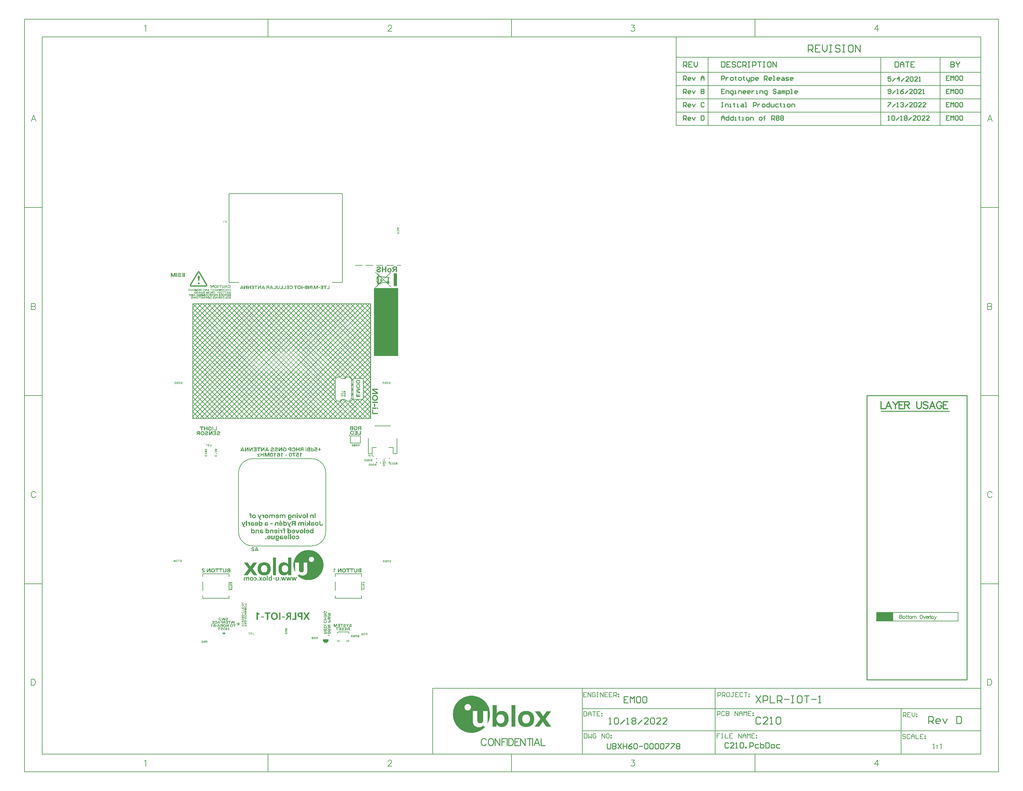
<source format=gbo>
G04*
G04 #@! TF.GenerationSoftware,Altium Limited,Altium Designer,23.0.1 (38)*
G04*
G04 Layer_Color=32896*
%FSLAX44Y44*%
%MOMM*%
G71*
G04*
G04 #@! TF.SameCoordinates,B12E620B-8F76-40C0-9090-1E76C6094A63*
G04*
G04*
G04 #@! TF.FilePolarity,Positive*
G04*
G01*
G75*
%ADD11C,0.1270*%
%ADD14C,0.2540*%
%ADD16C,0.2000*%
%ADD18C,0.1500*%
%ADD19C,0.3000*%
%ADD20C,0.2032*%
%ADD24C,0.5500*%
%ADD25R,4.8260X2.4130*%
%ADD26C,0.2997*%
%ADD27C,0.1778*%
%ADD297C,0.0508*%
%ADD298C,0.0254*%
%ADD299C,0.0762*%
%ADD300R,0.1302X0.4686*%
G04:AMPARAMS|DCode=301|XSize=0.1266mm|YSize=2.8609mm|CornerRadius=0mm|HoleSize=0mm|Usage=FLASHONLY|Rotation=265.000|XOffset=0mm|YOffset=0mm|HoleType=Round|Shape=Rectangle|*
%AMROTATEDRECTD301*
4,1,4,-1.4195,0.1878,1.4306,-0.0616,1.4195,-0.1878,-1.4306,0.0616,-1.4195,0.1878,0.0*
%
%ADD301ROTATEDRECTD301*%

%ADD302R,0.3334X0.2136*%
%ADD303R,0.1302X2.0603*%
%ADD304R,0.2523X0.7659*%
%ADD305R,0.3131X0.2202*%
%ADD306R,0.1283X1.0776*%
%ADD307R,0.2241X0.0947*%
%ADD308R,0.0947X0.2241*%
G04:AMPARAMS|DCode=309|XSize=0.2241mm|YSize=0.0947mm|CornerRadius=0mm|HoleSize=0mm|Usage=FLASHONLY|Rotation=225.000|XOffset=0mm|YOffset=0mm|HoleType=Round|Shape=Rectangle|*
%AMROTATEDRECTD309*
4,1,4,0.0457,0.1127,0.1127,0.0457,-0.0457,-0.1127,-0.1127,-0.0457,0.0457,0.1127,0.0*
%
%ADD309ROTATEDRECTD309*%

G04:AMPARAMS|DCode=310|XSize=0.2241mm|YSize=0.0947mm|CornerRadius=0mm|HoleSize=0mm|Usage=FLASHONLY|Rotation=315.000|XOffset=0mm|YOffset=0mm|HoleType=Round|Shape=Rectangle|*
%AMROTATEDRECTD310*
4,1,4,-0.1127,0.0457,-0.0457,0.1127,0.1127,-0.0457,0.0457,-0.1127,-0.1127,0.0457,0.0*
%
%ADD310ROTATEDRECTD310*%

%ADD311R,0.2003X0.2075*%
%ADD312R,0.1016X0.4973*%
%ADD313R,0.4359X0.1094*%
%ADD314R,0.1015X0.6146*%
%ADD315R,0.1059X0.6146*%
%ADD316R,0.3013X0.1059*%
%ADD317R,0.3013X0.1087*%
%ADD318R,0.8819X3.6216*%
G04:AMPARAMS|DCode=319|XSize=6.0522mm|YSize=0.0972mm|CornerRadius=0mm|HoleSize=0mm|Usage=FLASHONLY|Rotation=224.500|XOffset=0mm|YOffset=0mm|HoleType=Round|Shape=Rectangle|*
%AMROTATEDRECTD319*
4,1,4,2.1243,2.1557,2.1924,2.0864,-2.1243,-2.1557,-2.1924,-2.0864,2.1243,2.1557,0.0*
%
%ADD319ROTATEDRECTD319*%

G04:AMPARAMS|DCode=320|XSize=5.9129mm|YSize=0.0972mm|CornerRadius=0mm|HoleSize=0mm|Usage=FLASHONLY|Rotation=316.500|XOffset=0mm|YOffset=0mm|HoleType=Round|Shape=Rectangle|*
%AMROTATEDRECTD320*
4,1,4,-2.1780,1.9999,-2.1111,2.0703,2.1780,-1.9999,2.1111,-2.0703,-2.1780,1.9999,0.0*
%
%ADD320ROTATEDRECTD320*%

G04:AMPARAMS|DCode=321|XSize=0.1266mm|YSize=2.8173mm|CornerRadius=0mm|HoleSize=0mm|Usage=FLASHONLY|Rotation=275.000|XOffset=0mm|YOffset=0mm|HoleType=Round|Shape=Rectangle|*
%AMROTATEDRECTD321*
4,1,4,-1.4088,-0.0597,1.3978,0.1858,1.4088,0.0597,-1.3978,-0.1858,-1.4088,-0.0597,0.0*
%
%ADD321ROTATEDRECTD321*%

%ADD322R,0.0500X0.0390*%
G36*
X173486Y1212889D02*
X173577Y1212798D01*
X173669Y1212716D01*
X173760Y1212652D01*
X173833Y1212597D01*
X173897Y1212560D01*
X173934Y1212542D01*
X173952Y1212533D01*
X174089Y1212487D01*
X174236Y1212451D01*
X174382Y1212423D01*
X174519Y1212405D01*
X174647Y1212396D01*
X174748Y1212387D01*
X175086D01*
Y1211289D01*
X174629D01*
X174501Y1211298D01*
X174382Y1211317D01*
X174291Y1211326D01*
X174208Y1211344D01*
X174144Y1211353D01*
X174108Y1211362D01*
X174098D01*
X173989Y1211390D01*
X173897Y1211426D01*
X173806Y1211463D01*
X173724Y1211509D01*
X173669Y1211536D01*
X173614Y1211564D01*
X173586Y1211582D01*
X173577Y1211591D01*
Y1207001D01*
X172370D01*
Y1212999D01*
X173403D01*
X173486Y1212889D01*
D02*
G37*
G36*
X182630Y1207001D02*
X181377D01*
X180938Y1208217D01*
X178213D01*
X177774Y1207001D01*
X176458D01*
X178753Y1212999D01*
X180335D01*
X182630Y1207001D01*
D02*
G37*
G36*
X671567Y1192617D02*
X675499D01*
Y1190980D01*
X671549Y1188310D01*
X670534D01*
Y1191401D01*
X669501D01*
Y1192617D01*
X670534D01*
Y1193394D01*
X671567D01*
Y1192617D01*
D02*
G37*
G36*
X672774Y1187652D02*
X673030Y1187624D01*
X673268Y1187588D01*
X673487Y1187533D01*
X673689Y1187478D01*
X673872Y1187405D01*
X674045Y1187332D01*
X674192Y1187259D01*
X674320Y1187185D01*
X674438Y1187112D01*
X674530Y1187039D01*
X674612Y1186984D01*
X674667Y1186929D01*
X674713Y1186893D01*
X674740Y1186865D01*
X674749Y1186856D01*
X674877Y1186701D01*
X674996Y1186536D01*
X675097Y1186353D01*
X675179Y1186180D01*
X675252Y1185997D01*
X675316Y1185814D01*
X675362Y1185631D01*
X675408Y1185457D01*
X675435Y1185293D01*
X675463Y1185137D01*
X675481Y1185000D01*
X675490Y1184881D01*
Y1184790D01*
X675499Y1184716D01*
Y1182184D01*
X669501D01*
Y1184652D01*
X669510Y1184909D01*
X669528Y1185155D01*
X669565Y1185375D01*
X669620Y1185594D01*
X669675Y1185786D01*
X669729Y1185969D01*
X669802Y1186134D01*
X669866Y1186280D01*
X669930Y1186417D01*
X670004Y1186527D01*
X670059Y1186628D01*
X670123Y1186710D01*
X670168Y1186774D01*
X670205Y1186820D01*
X670223Y1186847D01*
X670232Y1186856D01*
X670379Y1187002D01*
X670543Y1187121D01*
X670717Y1187231D01*
X670900Y1187322D01*
X671083Y1187396D01*
X671275Y1187469D01*
X671467Y1187515D01*
X671640Y1187560D01*
X671814Y1187597D01*
X671979Y1187615D01*
X672125Y1187633D01*
X672253Y1187652D01*
X672354D01*
X672436Y1187661D01*
X672482D01*
X672500D01*
X672774Y1187652D01*
D02*
G37*
G36*
X675499Y1176606D02*
X669501D01*
Y1177831D01*
X671878D01*
Y1180657D01*
X673003D01*
Y1177831D01*
X674374D01*
Y1181050D01*
X675499D01*
Y1176606D01*
D02*
G37*
G36*
X639202Y1065000D02*
X635922D01*
Y1072109D01*
X629469D01*
Y1065000D01*
X626189D01*
Y1081271D01*
X629469D01*
Y1074860D01*
X635922D01*
Y1081271D01*
X639202D01*
Y1065000D01*
D02*
G37*
G36*
X669500D02*
X666220D01*
Y1071792D01*
X665163D01*
X664824Y1071771D01*
X664549Y1071728D01*
X664316Y1071707D01*
X664126Y1071665D01*
X664020Y1071622D01*
X663935Y1071601D01*
X663914D01*
X663724Y1071517D01*
X663533Y1071411D01*
X663364Y1071305D01*
X663216Y1071199D01*
X663089Y1071094D01*
X663004Y1071009D01*
X662941Y1070946D01*
X662920Y1070924D01*
X662814Y1070818D01*
X662708Y1070692D01*
X662581Y1070522D01*
X662454Y1070353D01*
X662158Y1069951D01*
X661883Y1069549D01*
X661608Y1069168D01*
X661502Y1068999D01*
X661396Y1068830D01*
X661312Y1068703D01*
X661248Y1068618D01*
X661206Y1068555D01*
X661185Y1068533D01*
X658815Y1065000D01*
X654880D01*
X656869Y1068174D01*
X657080Y1068512D01*
X657292Y1068830D01*
X657482Y1069126D01*
X657651Y1069380D01*
X657821Y1069613D01*
X657990Y1069824D01*
X658117Y1070014D01*
X658244Y1070184D01*
X658371Y1070332D01*
X658477Y1070459D01*
X658625Y1070649D01*
X658709Y1070755D01*
X658752Y1070797D01*
X659027Y1071072D01*
X659302Y1071326D01*
X659598Y1071559D01*
X659873Y1071771D01*
X660127Y1071940D01*
X660317Y1072067D01*
X660465Y1072151D01*
X660487Y1072173D01*
X660508D01*
X660106Y1072236D01*
X659746Y1072321D01*
X659408Y1072427D01*
X659090Y1072532D01*
X658794Y1072659D01*
X658540Y1072786D01*
X658286Y1072913D01*
X658075Y1073040D01*
X657884Y1073167D01*
X657715Y1073294D01*
X657588Y1073400D01*
X657482Y1073484D01*
X657376Y1073569D01*
X657313Y1073633D01*
X657292Y1073654D01*
X657271Y1073675D01*
X657080Y1073908D01*
X656911Y1074140D01*
X656763Y1074394D01*
X656636Y1074648D01*
X656445Y1075156D01*
X656318Y1075643D01*
X656276Y1075854D01*
X656255Y1076066D01*
X656234Y1076235D01*
X656213Y1076404D01*
X656191Y1076531D01*
Y1076616D01*
Y1076679D01*
Y1076701D01*
X656213Y1077229D01*
X656297Y1077716D01*
X656424Y1078139D01*
X656551Y1078520D01*
X656678Y1078838D01*
X656742Y1078964D01*
X656805Y1079070D01*
X656847Y1079155D01*
X656890Y1079218D01*
X656911Y1079240D01*
Y1079261D01*
X657207Y1079641D01*
X657503Y1079980D01*
X657821Y1080255D01*
X658138Y1080467D01*
X658392Y1080636D01*
X658625Y1080742D01*
X658709Y1080784D01*
X658752Y1080805D01*
X658794Y1080826D01*
X658815D01*
X659048Y1080911D01*
X659302Y1080974D01*
X659598Y1081038D01*
X659894Y1081080D01*
X660529Y1081165D01*
X661143Y1081207D01*
X661439Y1081228D01*
X661714Y1081249D01*
X661968D01*
X662179Y1081271D01*
X669500D01*
Y1065000D01*
D02*
G37*
G36*
X648426Y1077018D02*
X648998Y1076933D01*
X649527Y1076806D01*
X649992Y1076679D01*
X650204Y1076595D01*
X650373Y1076531D01*
X650542Y1076468D01*
X650669Y1076404D01*
X650775Y1076341D01*
X650860Y1076320D01*
X650902Y1076277D01*
X650923D01*
X651410Y1075960D01*
X651854Y1075600D01*
X652214Y1075241D01*
X652531Y1074881D01*
X652764Y1074564D01*
X652870Y1074415D01*
X652933Y1074288D01*
X652997Y1074204D01*
X653039Y1074119D01*
X653081Y1074077D01*
Y1074056D01*
X653335Y1073506D01*
X653526Y1072977D01*
X653652Y1072469D01*
X653737Y1072003D01*
X653780Y1071813D01*
X653801Y1071622D01*
X653822Y1071453D01*
Y1071326D01*
X653843Y1071199D01*
Y1071115D01*
Y1071072D01*
Y1071051D01*
X653801Y1070311D01*
X653716Y1069655D01*
X653674Y1069359D01*
X653610Y1069062D01*
X653526Y1068809D01*
X653462Y1068576D01*
X653399Y1068343D01*
X653314Y1068153D01*
X653251Y1068005D01*
X653208Y1067856D01*
X653145Y1067751D01*
X653124Y1067666D01*
X653081Y1067624D01*
Y1067602D01*
X652764Y1067095D01*
X652404Y1066672D01*
X652045Y1066291D01*
X651685Y1065994D01*
X651367Y1065762D01*
X651219Y1065656D01*
X651092Y1065592D01*
X651008Y1065529D01*
X650923Y1065487D01*
X650881Y1065444D01*
X650860D01*
X650310Y1065212D01*
X649738Y1065021D01*
X649230Y1064894D01*
X648744Y1064810D01*
X648532Y1064788D01*
X648342Y1064767D01*
X648173Y1064746D01*
X648024D01*
X647919Y1064725D01*
X647749D01*
X647263Y1064746D01*
X646818Y1064810D01*
X646374Y1064894D01*
X645972Y1065000D01*
X645591Y1065127D01*
X645232Y1065275D01*
X644914Y1065444D01*
X644597Y1065614D01*
X644343Y1065762D01*
X644089Y1065931D01*
X643899Y1066079D01*
X643729Y1066206D01*
X643581Y1066312D01*
X643497Y1066396D01*
X643433Y1066460D01*
X643412Y1066481D01*
X643116Y1066820D01*
X642841Y1067179D01*
X642608Y1067539D01*
X642418Y1067920D01*
X642248Y1068301D01*
X642100Y1068660D01*
X641994Y1069020D01*
X641889Y1069359D01*
X641825Y1069676D01*
X641762Y1069972D01*
X641719Y1070247D01*
X641698Y1070480D01*
Y1070670D01*
X641677Y1070797D01*
Y1070903D01*
Y1070924D01*
X641698Y1071411D01*
X641740Y1071876D01*
X641825Y1072321D01*
X641952Y1072723D01*
X642079Y1073104D01*
X642227Y1073463D01*
X642375Y1073802D01*
X642523Y1074098D01*
X642693Y1074373D01*
X642841Y1074606D01*
X642989Y1074817D01*
X643116Y1074987D01*
X643222Y1075135D01*
X643306Y1075219D01*
X643370Y1075283D01*
X643391Y1075304D01*
X643729Y1075621D01*
X644068Y1075875D01*
X644427Y1076129D01*
X644808Y1076320D01*
X645168Y1076489D01*
X645528Y1076637D01*
X645888Y1076743D01*
X646226Y1076849D01*
X646564Y1076912D01*
X646861Y1076975D01*
X647115Y1076997D01*
X647347Y1077039D01*
X647538D01*
X647665Y1077060D01*
X647792D01*
X648426Y1077018D01*
D02*
G37*
G36*
X617811Y1081546D02*
X618424Y1081482D01*
X618953Y1081376D01*
X619207Y1081334D01*
X619418Y1081292D01*
X619630Y1081228D01*
X619799Y1081186D01*
X619969Y1081123D01*
X620096Y1081080D01*
X620201Y1081059D01*
X620265Y1081017D01*
X620307Y1080996D01*
X620328D01*
X620794Y1080763D01*
X621196Y1080488D01*
X621534Y1080213D01*
X621831Y1079938D01*
X622042Y1079705D01*
X622211Y1079514D01*
X622296Y1079366D01*
X622338Y1079345D01*
Y1079324D01*
X622571Y1078922D01*
X622740Y1078499D01*
X622867Y1078118D01*
X622952Y1077758D01*
X622994Y1077462D01*
X623015Y1077229D01*
X623037Y1077145D01*
Y1077081D01*
Y1077039D01*
Y1077018D01*
X623015Y1076658D01*
X622973Y1076320D01*
X622910Y1075981D01*
X622804Y1075685D01*
X622571Y1075114D01*
X622423Y1074860D01*
X622296Y1074648D01*
X622148Y1074437D01*
X622021Y1074246D01*
X621894Y1074098D01*
X621788Y1073950D01*
X621683Y1073865D01*
X621619Y1073781D01*
X621577Y1073738D01*
X621555Y1073717D01*
X621344Y1073548D01*
X621090Y1073379D01*
X620815Y1073209D01*
X620540Y1073061D01*
X619926Y1072786D01*
X619313Y1072553D01*
X619016Y1072448D01*
X618741Y1072363D01*
X618488Y1072300D01*
X618276Y1072236D01*
X618107Y1072173D01*
X617959Y1072130D01*
X617874Y1072109D01*
X617853D01*
X617493Y1072025D01*
X617155Y1071940D01*
X616858Y1071855D01*
X616583Y1071792D01*
X616329Y1071728D01*
X616118Y1071665D01*
X615927Y1071601D01*
X615779Y1071559D01*
X615631Y1071517D01*
X615525Y1071474D01*
X615420Y1071453D01*
X615356Y1071432D01*
X615250Y1071411D01*
X615229Y1071390D01*
X614933Y1071284D01*
X614679Y1071157D01*
X614489Y1071030D01*
X614319Y1070924D01*
X614193Y1070840D01*
X614108Y1070755D01*
X614066Y1070713D01*
X614044Y1070692D01*
X613939Y1070544D01*
X613854Y1070374D01*
X613791Y1070205D01*
X613748Y1070036D01*
X613727Y1069909D01*
X613706Y1069803D01*
Y1069718D01*
Y1069697D01*
X613748Y1069380D01*
X613833Y1069083D01*
X613960Y1068809D01*
X614108Y1068576D01*
X614277Y1068385D01*
X614404Y1068258D01*
X614489Y1068153D01*
X614531Y1068131D01*
X614869Y1067920D01*
X615250Y1067751D01*
X615631Y1067645D01*
X616033Y1067560D01*
X616372Y1067518D01*
X616520Y1067497D01*
X616668D01*
X616774Y1067476D01*
X616922D01*
X617451Y1067518D01*
X617916Y1067602D01*
X618318Y1067708D01*
X618657Y1067856D01*
X618932Y1067983D01*
X619122Y1068110D01*
X619249Y1068195D01*
X619292Y1068216D01*
X619588Y1068533D01*
X619842Y1068914D01*
X620053Y1069295D01*
X620201Y1069697D01*
X620328Y1070036D01*
X620371Y1070184D01*
X620392Y1070332D01*
X620413Y1070438D01*
X620434Y1070522D01*
X620455Y1070565D01*
Y1070586D01*
X623650Y1070268D01*
X623566Y1069782D01*
X623481Y1069316D01*
X623354Y1068872D01*
X623206Y1068470D01*
X623058Y1068089D01*
X622888Y1067751D01*
X622719Y1067454D01*
X622550Y1067179D01*
X622381Y1066925D01*
X622211Y1066714D01*
X622085Y1066545D01*
X621936Y1066396D01*
X621831Y1066270D01*
X621746Y1066185D01*
X621704Y1066143D01*
X621683Y1066121D01*
X621365Y1065867D01*
X621005Y1065656D01*
X620625Y1065465D01*
X620244Y1065296D01*
X619842Y1065169D01*
X619461Y1065042D01*
X618699Y1064873D01*
X618340Y1064831D01*
X618001Y1064788D01*
X617705Y1064746D01*
X617451Y1064725D01*
X617239Y1064704D01*
X616943D01*
X616181Y1064725D01*
X615504Y1064788D01*
X615187Y1064852D01*
X614891Y1064894D01*
X614637Y1064937D01*
X614383Y1065000D01*
X614171Y1065063D01*
X613960Y1065106D01*
X613812Y1065169D01*
X613663Y1065212D01*
X613558Y1065233D01*
X613473Y1065275D01*
X613431Y1065296D01*
X613410D01*
X612902Y1065550D01*
X612458Y1065825D01*
X612098Y1066121D01*
X611780Y1066418D01*
X611526Y1066693D01*
X611357Y1066904D01*
X611294Y1066989D01*
X611251Y1067052D01*
X611209Y1067074D01*
Y1067095D01*
X610955Y1067560D01*
X610765Y1068026D01*
X610617Y1068470D01*
X610532Y1068872D01*
X610469Y1069232D01*
X610448Y1069380D01*
Y1069507D01*
X610426Y1069591D01*
Y1069676D01*
Y1069718D01*
Y1069739D01*
X610448Y1070290D01*
X610532Y1070797D01*
X610638Y1071242D01*
X610744Y1071601D01*
X610871Y1071919D01*
X610934Y1072025D01*
X610976Y1072130D01*
X611019Y1072215D01*
X611061Y1072278D01*
X611082Y1072300D01*
Y1072321D01*
X611357Y1072702D01*
X611632Y1073019D01*
X611928Y1073315D01*
X612225Y1073548D01*
X612479Y1073738D01*
X612690Y1073886D01*
X612775Y1073929D01*
X612838Y1073971D01*
X612859Y1073992D01*
X612881D01*
X613113Y1074098D01*
X613367Y1074225D01*
X613917Y1074437D01*
X614510Y1074627D01*
X615081Y1074817D01*
X615335Y1074902D01*
X615589Y1074966D01*
X615822Y1075029D01*
X616012Y1075071D01*
X616181Y1075114D01*
X616308Y1075156D01*
X616393Y1075177D01*
X616414D01*
X616837Y1075283D01*
X617239Y1075389D01*
X617578Y1075495D01*
X617895Y1075579D01*
X618170Y1075685D01*
X618424Y1075770D01*
X618636Y1075854D01*
X618805Y1075939D01*
X618974Y1076002D01*
X619101Y1076066D01*
X619207Y1076129D01*
X619292Y1076171D01*
X619355Y1076214D01*
X619397Y1076235D01*
X619418Y1076256D01*
X619588Y1076425D01*
X619694Y1076595D01*
X619778Y1076764D01*
X619842Y1076912D01*
X619884Y1077039D01*
X619905Y1077166D01*
Y1077229D01*
Y1077251D01*
X619884Y1077483D01*
X619821Y1077674D01*
X619736Y1077843D01*
X619651Y1077991D01*
X619567Y1078118D01*
X619482Y1078203D01*
X619418Y1078245D01*
X619397Y1078266D01*
X619080Y1078457D01*
X618699Y1078605D01*
X618340Y1078710D01*
X617980Y1078795D01*
X617641Y1078838D01*
X617514D01*
X617387Y1078859D01*
X617155D01*
X616668Y1078838D01*
X616245Y1078774D01*
X615885Y1078689D01*
X615610Y1078584D01*
X615377Y1078478D01*
X615208Y1078393D01*
X615123Y1078330D01*
X615081Y1078308D01*
X614848Y1078076D01*
X614637Y1077801D01*
X614489Y1077505D01*
X614362Y1077208D01*
X614277Y1076933D01*
X614214Y1076722D01*
X614193Y1076637D01*
X614171Y1076573D01*
Y1076531D01*
Y1076510D01*
X610892Y1076637D01*
X610913Y1077039D01*
X610976Y1077441D01*
X611082Y1077801D01*
X611188Y1078139D01*
X611315Y1078457D01*
X611442Y1078753D01*
X611590Y1079028D01*
X611738Y1079261D01*
X611886Y1079493D01*
X612034Y1079684D01*
X612161Y1079832D01*
X612267Y1079980D01*
X612373Y1080086D01*
X612458Y1080149D01*
X612500Y1080192D01*
X612521Y1080213D01*
X612817Y1080445D01*
X613156Y1080657D01*
X613515Y1080847D01*
X613896Y1080996D01*
X614277Y1081123D01*
X614658Y1081228D01*
X615398Y1081398D01*
X615758Y1081461D01*
X616076Y1081503D01*
X616372Y1081525D01*
X616626Y1081546D01*
X616837Y1081567D01*
X617133D01*
X617811Y1081546D01*
D02*
G37*
G36*
X34010Y1051785D02*
X31894D01*
Y1060516D01*
X28878Y1051785D01*
X26162D01*
X23129Y1060516D01*
Y1051785D01*
X21013D01*
Y1062715D01*
X24413D01*
X27395Y1053884D01*
X30444Y1062715D01*
X34010D01*
Y1051785D01*
D02*
G37*
G36*
X60487D02*
X52205D01*
Y1053784D01*
X58287D01*
Y1056300D01*
X53105D01*
Y1058266D01*
X58287D01*
Y1060716D01*
X52389D01*
Y1062715D01*
X60487D01*
Y1051785D01*
D02*
G37*
G36*
X38709D02*
X36476D01*
Y1062715D01*
X38709D01*
Y1051785D01*
D02*
G37*
G36*
X46024Y1062882D02*
X46374Y1062865D01*
X46707Y1062815D01*
X47007Y1062765D01*
X47290Y1062699D01*
X47557Y1062632D01*
X47790Y1062549D01*
X48007Y1062482D01*
X48206Y1062399D01*
X48373Y1062315D01*
X48523Y1062249D01*
X48640Y1062182D01*
X48740Y1062132D01*
X48806Y1062082D01*
X48840Y1062065D01*
X48856Y1062049D01*
X49056Y1061882D01*
X49240Y1061699D01*
X49406Y1061499D01*
X49539Y1061299D01*
X49656Y1061082D01*
X49756Y1060882D01*
X49823Y1060666D01*
X49889Y1060466D01*
X49939Y1060266D01*
X49973Y1060099D01*
X50006Y1059933D01*
X50023Y1059799D01*
X50039Y1059683D01*
Y1059583D01*
Y1059533D01*
Y1059516D01*
X50023Y1059216D01*
X49989Y1058950D01*
X49939Y1058683D01*
X49873Y1058450D01*
X49789Y1058233D01*
X49706Y1058050D01*
X49606Y1057867D01*
X49506Y1057717D01*
X49406Y1057583D01*
X49306Y1057467D01*
X49223Y1057367D01*
X49139Y1057283D01*
X49073Y1057233D01*
X49023Y1057183D01*
X48990Y1057167D01*
X48973Y1057150D01*
X48756Y1057017D01*
X48523Y1056900D01*
X48256Y1056800D01*
X47990Y1056717D01*
X47423Y1056550D01*
X46857Y1056433D01*
X46607Y1056400D01*
X46357Y1056350D01*
X46140Y1056334D01*
X45940Y1056300D01*
X45774Y1056284D01*
X45657D01*
X45590Y1056267D01*
X45557D01*
X45307Y1056250D01*
X45091Y1056234D01*
X44874Y1056200D01*
X44691Y1056167D01*
X44507Y1056134D01*
X44357Y1056117D01*
X44224Y1056084D01*
X44091Y1056050D01*
X43891Y1055984D01*
X43758Y1055934D01*
X43691Y1055900D01*
X43658Y1055884D01*
X43474Y1055750D01*
X43341Y1055617D01*
X43241Y1055451D01*
X43174Y1055301D01*
X43141Y1055167D01*
X43108Y1055051D01*
Y1054984D01*
Y1054951D01*
X43124Y1054734D01*
X43191Y1054534D01*
X43274Y1054367D01*
X43358Y1054234D01*
X43458Y1054118D01*
X43541Y1054034D01*
X43608Y1053984D01*
X43624Y1053968D01*
X43724Y1053901D01*
X43841Y1053851D01*
X44124Y1053768D01*
X44407Y1053701D01*
X44707Y1053668D01*
X44974Y1053634D01*
X45091D01*
X45191Y1053618D01*
X45391D01*
X45824Y1053634D01*
X46207Y1053668D01*
X46507Y1053718D01*
X46774Y1053784D01*
X46957Y1053834D01*
X47090Y1053884D01*
X47173Y1053917D01*
X47207Y1053934D01*
X47390Y1054068D01*
X47540Y1054234D01*
X47657Y1054401D01*
X47740Y1054567D01*
X47790Y1054717D01*
X47840Y1054834D01*
X47856Y1054917D01*
Y1054951D01*
X50106D01*
X50073Y1054584D01*
X50006Y1054251D01*
X49939Y1053951D01*
X49839Y1053684D01*
X49756Y1053468D01*
X49673Y1053318D01*
X49623Y1053218D01*
X49606Y1053201D01*
Y1053184D01*
X49406Y1052918D01*
X49190Y1052684D01*
X48940Y1052485D01*
X48706Y1052318D01*
X48490Y1052185D01*
X48323Y1052101D01*
X48256Y1052068D01*
X48206Y1052035D01*
X48173Y1052018D01*
X48156D01*
X47757Y1051885D01*
X47323Y1051785D01*
X46907Y1051701D01*
X46490Y1051651D01*
X46307Y1051635D01*
X46124Y1051618D01*
X45974D01*
X45840Y1051601D01*
X45574D01*
X45141Y1051618D01*
X44741Y1051635D01*
X44374Y1051685D01*
X44024Y1051735D01*
X43708Y1051801D01*
X43408Y1051885D01*
X43141Y1051968D01*
X42908Y1052051D01*
X42708Y1052118D01*
X42525Y1052201D01*
X42375Y1052285D01*
X42241Y1052351D01*
X42141Y1052401D01*
X42075Y1052451D01*
X42041Y1052468D01*
X42025Y1052485D01*
X41808Y1052651D01*
X41641Y1052851D01*
X41475Y1053051D01*
X41342Y1053251D01*
X41225Y1053468D01*
X41125Y1053668D01*
X41058Y1053867D01*
X40992Y1054068D01*
X40942Y1054267D01*
X40908Y1054434D01*
X40875Y1054601D01*
X40858Y1054734D01*
X40842Y1054851D01*
Y1054934D01*
Y1054984D01*
Y1055001D01*
X40858Y1055301D01*
X40892Y1055567D01*
X40942Y1055834D01*
X41008Y1056067D01*
X41092Y1056267D01*
X41175Y1056467D01*
X41275Y1056634D01*
X41375Y1056800D01*
X41475Y1056933D01*
X41575Y1057050D01*
X41658Y1057150D01*
X41741Y1057233D01*
X41808Y1057283D01*
X41858Y1057333D01*
X41891Y1057367D01*
X41908D01*
X42125Y1057500D01*
X42358Y1057617D01*
X42608Y1057733D01*
X42874Y1057816D01*
X43424Y1057983D01*
X43974Y1058083D01*
X44224Y1058133D01*
X44457Y1058166D01*
X44674Y1058200D01*
X44874Y1058216D01*
X45024Y1058233D01*
X45141Y1058250D01*
X45241D01*
X45507Y1058266D01*
X45740Y1058300D01*
X45957Y1058316D01*
X46157Y1058350D01*
X46340Y1058383D01*
X46507Y1058416D01*
X46657Y1058450D01*
X46790Y1058483D01*
X46890Y1058516D01*
X46990Y1058533D01*
X47123Y1058583D01*
X47207Y1058616D01*
X47240Y1058633D01*
X47423Y1058766D01*
X47540Y1058916D01*
X47640Y1059066D01*
X47707Y1059216D01*
X47740Y1059366D01*
X47757Y1059483D01*
X47773Y1059549D01*
Y1059583D01*
X47757Y1059816D01*
X47690Y1060016D01*
X47573Y1060183D01*
X47440Y1060333D01*
X47290Y1060466D01*
X47107Y1060566D01*
X46907Y1060649D01*
X46707Y1060716D01*
X46324Y1060816D01*
X46140Y1060849D01*
X45990Y1060866D01*
X45857Y1060882D01*
X45657D01*
X45274Y1060866D01*
X44957Y1060832D01*
X44674Y1060782D01*
X44441Y1060716D01*
X44274Y1060649D01*
X44141Y1060599D01*
X44074Y1060566D01*
X44041Y1060549D01*
X43857Y1060416D01*
X43708Y1060266D01*
X43591Y1060099D01*
X43508Y1059949D01*
X43441Y1059799D01*
X43408Y1059683D01*
X43374Y1059616D01*
Y1059583D01*
X41125D01*
X41158Y1059899D01*
X41208Y1060183D01*
X41275Y1060466D01*
X41358Y1060716D01*
X41458Y1060932D01*
X41575Y1061149D01*
X41691Y1061332D01*
X41808Y1061499D01*
X41925Y1061632D01*
X42041Y1061766D01*
X42141Y1061865D01*
X42225Y1061949D01*
X42308Y1062016D01*
X42375Y1062065D01*
X42408Y1062082D01*
X42425Y1062099D01*
X42658Y1062232D01*
X42908Y1062365D01*
X43441Y1062565D01*
X43974Y1062699D01*
X44491Y1062799D01*
X44741Y1062832D01*
X44957Y1062865D01*
X45157Y1062882D01*
X45324D01*
X45457Y1062899D01*
X45657D01*
X46024Y1062882D01*
D02*
G37*
G36*
X102212Y1054048D02*
X102712Y1053798D01*
X103212Y1053298D01*
X103712Y1052548D01*
Y1051798D01*
X103462Y1050048D01*
X101212Y1038048D01*
X100212D01*
X97962Y1050048D01*
Y1052048D01*
X98212Y1053048D01*
X99212Y1054048D01*
X99962Y1054298D01*
X101212D01*
X102212Y1054048D01*
D02*
G37*
G36*
X134851Y1026773D02*
X134713Y1022787D01*
X133251D01*
X133114Y1026773D01*
Y1028573D01*
X134851D01*
Y1026773D01*
D02*
G37*
G36*
X144149Y1020137D02*
X142499D01*
Y1026211D01*
X138887Y1020137D01*
X136663D01*
Y1028335D01*
X138312D01*
Y1022162D01*
X141949Y1028335D01*
X144149D01*
Y1020137D01*
D02*
G37*
G36*
X188325Y1028448D02*
X188712Y1028398D01*
X189074Y1028323D01*
X189237Y1028285D01*
X189387Y1028248D01*
X189524Y1028198D01*
X189649Y1028160D01*
X189749Y1028123D01*
X189837Y1028085D01*
X189912Y1028048D01*
X189962Y1028035D01*
X189987Y1028010D01*
X189999D01*
X190324Y1027823D01*
X190612Y1027610D01*
X190849Y1027373D01*
X191049Y1027148D01*
X191211Y1026948D01*
X191274Y1026861D01*
X191324Y1026773D01*
X191374Y1026711D01*
X191399Y1026661D01*
X191411Y1026636D01*
X191424Y1026623D01*
X191586Y1026248D01*
X191711Y1025861D01*
X191799Y1025461D01*
X191861Y1025074D01*
X191886Y1024899D01*
X191899Y1024749D01*
X191911Y1024599D01*
Y1024474D01*
X191924Y1024374D01*
Y1024299D01*
Y1024249D01*
Y1024236D01*
Y1023974D01*
X191899Y1023711D01*
X191874Y1023474D01*
X191849Y1023249D01*
X191811Y1023037D01*
X191761Y1022837D01*
X191724Y1022649D01*
X191674Y1022487D01*
X191624Y1022337D01*
X191586Y1022212D01*
X191536Y1022100D01*
X191499Y1022012D01*
X191474Y1021937D01*
X191449Y1021874D01*
X191424Y1021850D01*
Y1021837D01*
X191211Y1021512D01*
X190986Y1021225D01*
X190749Y1020987D01*
X190524Y1020787D01*
X190324Y1020637D01*
X190237Y1020587D01*
X190162Y1020537D01*
X190099Y1020500D01*
X190049Y1020475D01*
X190024Y1020450D01*
X190012D01*
X189662Y1020300D01*
X189299Y1020187D01*
X188950Y1020113D01*
X188625Y1020062D01*
X188475Y1020038D01*
X188350Y1020025D01*
X188225Y1020013D01*
X188125D01*
X188037Y1020000D01*
X187925D01*
X187500Y1020013D01*
X187100Y1020062D01*
X186925Y1020088D01*
X186763Y1020125D01*
X186613Y1020150D01*
X186475Y1020187D01*
X186350Y1020225D01*
X186238Y1020262D01*
X186150Y1020287D01*
X186063Y1020312D01*
X186013Y1020337D01*
X185963Y1020362D01*
X185938Y1020375D01*
X185925D01*
X185638Y1020537D01*
X185388Y1020700D01*
X185175Y1020887D01*
X185013Y1021050D01*
X184876Y1021200D01*
X184776Y1021325D01*
X184738Y1021375D01*
X184726Y1021412D01*
X184701Y1021425D01*
Y1021437D01*
X184563Y1021700D01*
X184451Y1021974D01*
X184376Y1022249D01*
X184326Y1022499D01*
X184288Y1022712D01*
X184276Y1022799D01*
X184263Y1022887D01*
X184251Y1022949D01*
Y1022999D01*
Y1023024D01*
Y1023037D01*
X185938D01*
X185975Y1022787D01*
X186050Y1022574D01*
X186138Y1022387D01*
X186225Y1022224D01*
X186325Y1022100D01*
X186400Y1022012D01*
X186450Y1021962D01*
X186475Y1021937D01*
X186675Y1021812D01*
X186900Y1021712D01*
X187137Y1021650D01*
X187375Y1021600D01*
X187587Y1021575D01*
X187687Y1021562D01*
X187762D01*
X187825Y1021550D01*
X187925D01*
X188112Y1021562D01*
X188287Y1021575D01*
X188612Y1021650D01*
X188899Y1021749D01*
X189137Y1021874D01*
X189237Y1021925D01*
X189324Y1021987D01*
X189399Y1022037D01*
X189474Y1022087D01*
X189524Y1022124D01*
X189562Y1022162D01*
X189574Y1022174D01*
X189587Y1022187D01*
X189699Y1022312D01*
X189799Y1022462D01*
X189887Y1022612D01*
X189962Y1022774D01*
X190074Y1023112D01*
X190149Y1023449D01*
X190187Y1023612D01*
X190199Y1023762D01*
X190212Y1023886D01*
X190224Y1024012D01*
X190237Y1024099D01*
Y1024174D01*
Y1024224D01*
Y1024236D01*
X190224Y1024486D01*
X190212Y1024724D01*
X190174Y1024949D01*
X190137Y1025149D01*
X190087Y1025324D01*
X190037Y1025499D01*
X189974Y1025648D01*
X189912Y1025786D01*
X189849Y1025899D01*
X189787Y1025999D01*
X189737Y1026086D01*
X189687Y1026148D01*
X189649Y1026211D01*
X189612Y1026248D01*
X189599Y1026261D01*
X189587Y1026273D01*
X189462Y1026386D01*
X189324Y1026486D01*
X189187Y1026573D01*
X189037Y1026648D01*
X188762Y1026761D01*
X188487Y1026848D01*
X188250Y1026886D01*
X188150Y1026898D01*
X188062Y1026911D01*
X187987Y1026923D01*
X187887D01*
X187562Y1026911D01*
X187275Y1026861D01*
X187038Y1026786D01*
X186838Y1026711D01*
X186688Y1026636D01*
X186575Y1026561D01*
X186513Y1026511D01*
X186488Y1026498D01*
X186325Y1026336D01*
X186200Y1026161D01*
X186113Y1025986D01*
X186038Y1025811D01*
X186000Y1025661D01*
X185963Y1025549D01*
Y1025499D01*
X185950Y1025461D01*
Y1025449D01*
Y1025436D01*
X184276D01*
X184301Y1025698D01*
X184338Y1025948D01*
X184388Y1026173D01*
X184451Y1026398D01*
X184538Y1026598D01*
X184626Y1026773D01*
X184713Y1026948D01*
X184800Y1027098D01*
X184900Y1027223D01*
X184988Y1027348D01*
X185075Y1027448D01*
X185151Y1027523D01*
X185213Y1027586D01*
X185263Y1027635D01*
X185288Y1027661D01*
X185300Y1027673D01*
X185488Y1027811D01*
X185688Y1027935D01*
X185900Y1028048D01*
X186113Y1028135D01*
X186325Y1028210D01*
X186538Y1028273D01*
X186950Y1028373D01*
X187150Y1028410D01*
X187325Y1028435D01*
X187475Y1028448D01*
X187612Y1028460D01*
X187725Y1028473D01*
X187887D01*
X188325Y1028448D01*
D02*
G37*
G36*
X174066Y1023237D02*
X174041Y1022824D01*
X173991Y1022462D01*
X173966Y1022299D01*
X173928Y1022137D01*
X173891Y1022000D01*
X173841Y1021874D01*
X173803Y1021762D01*
X173766Y1021662D01*
X173728Y1021575D01*
X173691Y1021500D01*
X173666Y1021450D01*
X173641Y1021412D01*
X173628Y1021387D01*
Y1021375D01*
X173454Y1021125D01*
X173253Y1020912D01*
X173041Y1020725D01*
X172841Y1020587D01*
X172666Y1020475D01*
X172529Y1020387D01*
X172466Y1020362D01*
X172429Y1020337D01*
X172404Y1020325D01*
X172391D01*
X172079Y1020212D01*
X171754Y1020137D01*
X171429Y1020075D01*
X171129Y1020038D01*
X170992Y1020025D01*
X170867Y1020013D01*
X170754D01*
X170667Y1020000D01*
X170479D01*
X170092Y1020013D01*
X169729Y1020050D01*
X169405Y1020100D01*
X169254Y1020137D01*
X169130Y1020163D01*
X169005Y1020187D01*
X168905Y1020225D01*
X168805Y1020250D01*
X168730Y1020275D01*
X168667Y1020300D01*
X168630Y1020312D01*
X168605Y1020325D01*
X168592D01*
X168305Y1020462D01*
X168055Y1020637D01*
X167842Y1020800D01*
X167667Y1020975D01*
X167518Y1021137D01*
X167418Y1021262D01*
X167393Y1021312D01*
X167367Y1021350D01*
X167342Y1021362D01*
Y1021375D01*
X167193Y1021662D01*
X167080Y1021962D01*
X167005Y1022274D01*
X166943Y1022574D01*
X166930Y1022712D01*
X166918Y1022837D01*
X166905Y1022949D01*
Y1023049D01*
X166893Y1023124D01*
Y1023187D01*
Y1023224D01*
Y1023237D01*
Y1028335D01*
X168567D01*
Y1023299D01*
X168592Y1022974D01*
X168642Y1022699D01*
X168717Y1022462D01*
X168805Y1022274D01*
X168892Y1022124D01*
X168967Y1022025D01*
X169017Y1021974D01*
X169042Y1021949D01*
X169242Y1021812D01*
X169467Y1021725D01*
X169704Y1021650D01*
X169942Y1021600D01*
X170154Y1021575D01*
X170242Y1021562D01*
X170317D01*
X170392Y1021550D01*
X170479D01*
X170817Y1021562D01*
X171104Y1021612D01*
X171354Y1021675D01*
X171554Y1021749D01*
X171716Y1021824D01*
X171829Y1021887D01*
X171891Y1021937D01*
X171916Y1021949D01*
X172079Y1022124D01*
X172191Y1022337D01*
X172279Y1022562D01*
X172329Y1022774D01*
X172366Y1022987D01*
X172379Y1023074D01*
Y1023149D01*
X172391Y1023212D01*
Y1023262D01*
Y1023287D01*
Y1023299D01*
Y1028335D01*
X174066D01*
Y1023237D01*
D02*
G37*
G36*
X449047Y1020263D02*
X444192D01*
Y1022129D01*
X449047D01*
Y1020263D01*
D02*
G37*
G36*
X403588Y1020263D02*
X398733D01*
Y1022129D01*
X403588D01*
Y1020263D01*
D02*
G37*
G36*
X183588Y1020137D02*
X181876D01*
X181276Y1021799D01*
X177552D01*
X176953Y1020137D01*
X175153D01*
X178290Y1028335D01*
X180452D01*
X183588Y1020137D01*
D02*
G37*
G36*
X165693Y1026798D02*
X162794D01*
Y1020137D01*
X161119D01*
Y1026798D01*
X158245D01*
Y1028335D01*
X165693D01*
Y1026798D01*
D02*
G37*
G36*
X157008Y1020137D02*
X155333D01*
Y1028335D01*
X157008D01*
Y1020137D01*
D02*
G37*
G36*
X134901D02*
X133076D01*
Y1021962D01*
X134901D01*
Y1020137D01*
D02*
G37*
G36*
X150109Y1028460D02*
X150459Y1028423D01*
X150772Y1028373D01*
X151072Y1028298D01*
X151347Y1028223D01*
X151609Y1028123D01*
X151834Y1028023D01*
X152046Y1027923D01*
X152234Y1027823D01*
X152396Y1027723D01*
X152534Y1027623D01*
X152646Y1027548D01*
X152734Y1027473D01*
X152796Y1027423D01*
X152834Y1027386D01*
X152846Y1027373D01*
X153034Y1027161D01*
X153209Y1026923D01*
X153346Y1026686D01*
X153471Y1026423D01*
X153583Y1026161D01*
X153671Y1025899D01*
X153734Y1025648D01*
X153796Y1025399D01*
X153846Y1025161D01*
X153871Y1024949D01*
X153896Y1024749D01*
X153921Y1024574D01*
Y1024436D01*
X153933Y1024324D01*
Y1024261D01*
Y1024236D01*
X153921Y1023861D01*
X153883Y1023512D01*
X153834Y1023187D01*
X153758Y1022874D01*
X153684Y1022587D01*
X153583Y1022337D01*
X153496Y1022100D01*
X153384Y1021887D01*
X153284Y1021700D01*
X153184Y1021537D01*
X153096Y1021400D01*
X153021Y1021287D01*
X152946Y1021200D01*
X152896Y1021137D01*
X152859Y1021100D01*
X152846Y1021087D01*
X152634Y1020900D01*
X152396Y1020725D01*
X152146Y1020587D01*
X151896Y1020462D01*
X151634Y1020350D01*
X151384Y1020262D01*
X151134Y1020200D01*
X150884Y1020137D01*
X150647Y1020088D01*
X150434Y1020062D01*
X150247Y1020038D01*
X150072Y1020013D01*
X149935D01*
X149834Y1020000D01*
X149747D01*
X149385Y1020013D01*
X149047Y1020050D01*
X148722Y1020100D01*
X148422Y1020175D01*
X148147Y1020250D01*
X147898Y1020350D01*
X147660Y1020437D01*
X147460Y1020550D01*
X147273Y1020650D01*
X147110Y1020750D01*
X146973Y1020837D01*
X146860Y1020912D01*
X146773Y1020987D01*
X146710Y1021037D01*
X146673Y1021075D01*
X146660Y1021087D01*
X146460Y1021300D01*
X146298Y1021537D01*
X146148Y1021787D01*
X146023Y1022037D01*
X145923Y1022299D01*
X145823Y1022562D01*
X145760Y1022824D01*
X145698Y1023074D01*
X145648Y1023312D01*
X145623Y1023524D01*
X145598Y1023724D01*
X145573Y1023899D01*
Y1024036D01*
X145561Y1024149D01*
Y1024211D01*
Y1024236D01*
X145573Y1024611D01*
X145611Y1024961D01*
X145661Y1025286D01*
X145736Y1025586D01*
X145810Y1025873D01*
X145911Y1026136D01*
X146011Y1026361D01*
X146110Y1026573D01*
X146210Y1026761D01*
X146310Y1026923D01*
X146410Y1027061D01*
X146485Y1027173D01*
X146560Y1027261D01*
X146610Y1027323D01*
X146648Y1027361D01*
X146660Y1027373D01*
X146873Y1027573D01*
X147110Y1027736D01*
X147348Y1027886D01*
X147610Y1028010D01*
X147860Y1028110D01*
X148122Y1028210D01*
X148372Y1028273D01*
X148610Y1028335D01*
X148847Y1028385D01*
X149060Y1028410D01*
X149247Y1028435D01*
X149422Y1028460D01*
X149560D01*
X149660Y1028473D01*
X149747D01*
X150109Y1028460D01*
D02*
G37*
G36*
X423489Y1017172D02*
X421564D01*
Y1024258D01*
X417351Y1017172D01*
X414756D01*
Y1026737D01*
X416680D01*
Y1019534D01*
X420923Y1026737D01*
X423489D01*
Y1017172D01*
D02*
G37*
G36*
X279413Y1017172D02*
X277489D01*
Y1024258D01*
X273275Y1017172D01*
X270680D01*
Y1026737D01*
X272605D01*
Y1019534D01*
X276847Y1026737D01*
X279413D01*
Y1017172D01*
D02*
G37*
G36*
X249933Y1017172D02*
X248009D01*
Y1024258D01*
X243795Y1017172D01*
X241200D01*
Y1026737D01*
X243125D01*
Y1019534D01*
X247367Y1026737D01*
X249933D01*
Y1017172D01*
D02*
G37*
G36*
X239028D02*
X237103D01*
Y1024258D01*
X232890Y1017172D01*
X230295D01*
Y1026737D01*
X232219D01*
Y1019534D01*
X236462Y1026737D01*
X239028D01*
Y1017172D01*
D02*
G37*
G36*
X442705Y1017172D02*
X440853D01*
Y1024812D01*
X438214Y1017172D01*
X435838D01*
X433184Y1024812D01*
Y1017172D01*
X431333D01*
Y1026737D01*
X434307D01*
X436917Y1019009D01*
X439585Y1026737D01*
X442705D01*
Y1017172D01*
D02*
G37*
G36*
X365972Y1026868D02*
X366424Y1026809D01*
X366847Y1026722D01*
X367037Y1026678D01*
X367212Y1026635D01*
X367372Y1026576D01*
X367518Y1026532D01*
X367634Y1026489D01*
X367737Y1026445D01*
X367824Y1026401D01*
X367882Y1026387D01*
X367911Y1026357D01*
X367926D01*
X368305Y1026139D01*
X368640Y1025891D01*
X368917Y1025614D01*
X369151Y1025351D01*
X369340Y1025118D01*
X369413Y1025016D01*
X369471Y1024914D01*
X369530Y1024841D01*
X369559Y1024783D01*
X369574Y1024754D01*
X369588Y1024739D01*
X369778Y1024302D01*
X369923Y1023850D01*
X370025Y1023383D01*
X370098Y1022931D01*
X370127Y1022727D01*
X370142Y1022552D01*
X370157Y1022377D01*
Y1022232D01*
X370171Y1022115D01*
Y1022027D01*
Y1021969D01*
Y1021954D01*
Y1021648D01*
X370142Y1021342D01*
X370113Y1021065D01*
X370084Y1020803D01*
X370040Y1020555D01*
X369982Y1020322D01*
X369938Y1020103D01*
X369880Y1019913D01*
X369821Y1019738D01*
X369778Y1019593D01*
X369719Y1019461D01*
X369676Y1019359D01*
X369646Y1019272D01*
X369617Y1019199D01*
X369588Y1019170D01*
Y1019155D01*
X369340Y1018776D01*
X369078Y1018441D01*
X368801Y1018164D01*
X368538Y1017931D01*
X368305Y1017756D01*
X368203Y1017697D01*
X368116Y1017639D01*
X368043Y1017595D01*
X367984Y1017566D01*
X367955Y1017537D01*
X367941D01*
X367532Y1017362D01*
X367110Y1017231D01*
X366701Y1017143D01*
X366322Y1017085D01*
X366147Y1017056D01*
X366002Y1017041D01*
X365856Y1017027D01*
X365739D01*
X365637Y1017012D01*
X365506D01*
X365010Y1017027D01*
X364543Y1017085D01*
X364339Y1017114D01*
X364150Y1017158D01*
X363975Y1017187D01*
X363815Y1017231D01*
X363669Y1017274D01*
X363538Y1017318D01*
X363436Y1017347D01*
X363333Y1017376D01*
X363275Y1017406D01*
X363217Y1017435D01*
X363188Y1017449D01*
X363173D01*
X362838Y1017639D01*
X362546Y1017828D01*
X362298Y1018047D01*
X362109Y1018237D01*
X361948Y1018412D01*
X361832Y1018557D01*
X361788Y1018616D01*
X361773Y1018660D01*
X361744Y1018674D01*
Y1018689D01*
X361584Y1018995D01*
X361453Y1019315D01*
X361365Y1019636D01*
X361307Y1019928D01*
X361263Y1020176D01*
X361249Y1020278D01*
X361234Y1020380D01*
X361219Y1020453D01*
Y1020511D01*
Y1020540D01*
Y1020555D01*
X363188D01*
X363231Y1020263D01*
X363319Y1020015D01*
X363421Y1019797D01*
X363523Y1019607D01*
X363640Y1019461D01*
X363727Y1019359D01*
X363785Y1019301D01*
X363815Y1019272D01*
X364048Y1019126D01*
X364310Y1019009D01*
X364587Y1018936D01*
X364864Y1018878D01*
X365112Y1018849D01*
X365229Y1018834D01*
X365316D01*
X365389Y1018820D01*
X365506D01*
X365724Y1018834D01*
X365929Y1018849D01*
X366308Y1018936D01*
X366643Y1019053D01*
X366920Y1019199D01*
X367037Y1019257D01*
X367139Y1019330D01*
X367226Y1019388D01*
X367314Y1019447D01*
X367372Y1019491D01*
X367416Y1019534D01*
X367430Y1019549D01*
X367445Y1019563D01*
X367576Y1019709D01*
X367693Y1019884D01*
X367795Y1020059D01*
X367882Y1020249D01*
X368013Y1020642D01*
X368101Y1021036D01*
X368145Y1021226D01*
X368159Y1021400D01*
X368174Y1021546D01*
X368188Y1021692D01*
X368203Y1021794D01*
Y1021881D01*
Y1021940D01*
Y1021954D01*
X368188Y1022246D01*
X368174Y1022523D01*
X368130Y1022785D01*
X368086Y1023019D01*
X368028Y1023223D01*
X367970Y1023427D01*
X367897Y1023602D01*
X367824Y1023762D01*
X367751Y1023894D01*
X367678Y1024010D01*
X367620Y1024112D01*
X367561Y1024185D01*
X367518Y1024258D01*
X367474Y1024302D01*
X367459Y1024316D01*
X367445Y1024331D01*
X367299Y1024462D01*
X367139Y1024579D01*
X366978Y1024681D01*
X366803Y1024768D01*
X366483Y1024900D01*
X366162Y1025002D01*
X365885Y1025045D01*
X365768Y1025060D01*
X365666Y1025074D01*
X365579Y1025089D01*
X365462D01*
X365083Y1025074D01*
X364748Y1025016D01*
X364471Y1024929D01*
X364237Y1024841D01*
X364062Y1024754D01*
X363931Y1024666D01*
X363858Y1024608D01*
X363829Y1024593D01*
X363640Y1024404D01*
X363494Y1024200D01*
X363392Y1023996D01*
X363304Y1023792D01*
X363260Y1023616D01*
X363217Y1023485D01*
Y1023427D01*
X363202Y1023383D01*
Y1023369D01*
Y1023354D01*
X361249D01*
X361278Y1023660D01*
X361321Y1023952D01*
X361380Y1024214D01*
X361453Y1024477D01*
X361555Y1024710D01*
X361657Y1024914D01*
X361759Y1025118D01*
X361861Y1025293D01*
X361978Y1025439D01*
X362080Y1025585D01*
X362182Y1025701D01*
X362269Y1025789D01*
X362342Y1025862D01*
X362400Y1025920D01*
X362430Y1025949D01*
X362444Y1025964D01*
X362663Y1026124D01*
X362896Y1026270D01*
X363144Y1026401D01*
X363392Y1026503D01*
X363640Y1026591D01*
X363887Y1026664D01*
X364369Y1026780D01*
X364602Y1026824D01*
X364806Y1026853D01*
X364981Y1026868D01*
X365141Y1026882D01*
X365272Y1026897D01*
X365462D01*
X365972Y1026868D01*
D02*
G37*
G36*
X332614Y1020788D02*
X332585Y1020307D01*
X332527Y1019884D01*
X332498Y1019695D01*
X332454Y1019505D01*
X332410Y1019345D01*
X332352Y1019199D01*
X332308Y1019068D01*
X332264Y1018951D01*
X332221Y1018849D01*
X332177Y1018762D01*
X332148Y1018703D01*
X332118Y1018660D01*
X332104Y1018630D01*
Y1018616D01*
X331900Y1018324D01*
X331666Y1018076D01*
X331419Y1017858D01*
X331185Y1017697D01*
X330981Y1017566D01*
X330821Y1017464D01*
X330748Y1017435D01*
X330704Y1017406D01*
X330675Y1017391D01*
X330661D01*
X330296Y1017260D01*
X329917Y1017172D01*
X329538Y1017099D01*
X329188Y1017056D01*
X329028Y1017041D01*
X328882Y1017027D01*
X328751D01*
X328649Y1017012D01*
X328430D01*
X327978Y1017027D01*
X327555Y1017070D01*
X327176Y1017129D01*
X327001Y1017172D01*
X326855Y1017202D01*
X326710Y1017231D01*
X326593Y1017274D01*
X326476Y1017304D01*
X326389Y1017333D01*
X326316Y1017362D01*
X326272Y1017376D01*
X326243Y1017391D01*
X326228D01*
X325893Y1017551D01*
X325601Y1017756D01*
X325354Y1017945D01*
X325149Y1018149D01*
X324975Y1018339D01*
X324858Y1018484D01*
X324829Y1018543D01*
X324800Y1018587D01*
X324770Y1018601D01*
Y1018616D01*
X324595Y1018951D01*
X324464Y1019301D01*
X324377Y1019665D01*
X324304Y1020015D01*
X324289Y1020176D01*
X324275Y1020322D01*
X324260Y1020453D01*
Y1020569D01*
X324245Y1020657D01*
Y1020730D01*
Y1020773D01*
Y1020788D01*
Y1026737D01*
X326199D01*
Y1020861D01*
X326228Y1020482D01*
X326287Y1020161D01*
X326374Y1019884D01*
X326476Y1019665D01*
X326578Y1019491D01*
X326666Y1019374D01*
X326724Y1019315D01*
X326753Y1019286D01*
X326987Y1019126D01*
X327249Y1019024D01*
X327526Y1018936D01*
X327803Y1018878D01*
X328051Y1018849D01*
X328153Y1018834D01*
X328240D01*
X328328Y1018820D01*
X328430D01*
X328824Y1018834D01*
X329159Y1018893D01*
X329450Y1018966D01*
X329684Y1019053D01*
X329873Y1019141D01*
X330005Y1019213D01*
X330077Y1019272D01*
X330107Y1019286D01*
X330296Y1019491D01*
X330427Y1019738D01*
X330529Y1020001D01*
X330588Y1020249D01*
X330631Y1020497D01*
X330646Y1020599D01*
Y1020686D01*
X330661Y1020759D01*
Y1020817D01*
Y1020846D01*
Y1020861D01*
Y1026737D01*
X332614D01*
Y1020788D01*
D02*
G37*
G36*
X475844Y1017172D02*
X468686D01*
Y1018966D01*
X473890D01*
Y1026737D01*
X475844D01*
Y1017172D01*
D02*
G37*
G36*
X467665Y1024943D02*
X464283D01*
Y1017172D01*
X462329D01*
Y1024943D01*
X458976D01*
Y1026737D01*
X467665D01*
Y1024943D01*
D02*
G37*
G36*
X457532Y1017172D02*
X450286D01*
Y1018922D01*
X455608D01*
Y1021123D01*
X451073D01*
Y1022844D01*
X455608D01*
Y1024987D01*
X450447D01*
Y1026737D01*
X457532D01*
Y1017172D01*
D02*
G37*
G36*
X412583D02*
X407976D01*
X407583Y1017187D01*
X407233Y1017231D01*
X406926Y1017289D01*
X406664Y1017362D01*
X406445Y1017420D01*
X406372Y1017449D01*
X406300Y1017478D01*
X406241Y1017508D01*
X406198Y1017522D01*
X406183Y1017537D01*
X406168D01*
X405906Y1017683D01*
X405687Y1017843D01*
X405512Y1018018D01*
X405366Y1018164D01*
X405250Y1018310D01*
X405162Y1018426D01*
X405119Y1018499D01*
X405104Y1018528D01*
X404987Y1018776D01*
X404900Y1019024D01*
X404842Y1019272D01*
X404798Y1019491D01*
X404769Y1019680D01*
X404754Y1019840D01*
Y1019899D01*
Y1019942D01*
Y1019957D01*
Y1019972D01*
X404769Y1020249D01*
X404812Y1020497D01*
X404871Y1020730D01*
X404944Y1020919D01*
X405017Y1021080D01*
X405075Y1021196D01*
X405119Y1021269D01*
X405133Y1021298D01*
X405279Y1021503D01*
X405439Y1021677D01*
X405614Y1021838D01*
X405775Y1021954D01*
X405920Y1022057D01*
X406037Y1022115D01*
X406110Y1022159D01*
X406125Y1022173D01*
X406139D01*
X405950Y1022275D01*
X405789Y1022406D01*
X405658Y1022523D01*
X405527Y1022640D01*
X405439Y1022756D01*
X405366Y1022844D01*
X405323Y1022902D01*
X405308Y1022917D01*
X405206Y1023106D01*
X405119Y1023310D01*
X405060Y1023514D01*
X405031Y1023704D01*
X405002Y1023879D01*
X404987Y1024010D01*
Y1024098D01*
Y1024112D01*
Y1024127D01*
X405002Y1024360D01*
X405031Y1024564D01*
X405075Y1024768D01*
X405119Y1024958D01*
X405264Y1025279D01*
X405425Y1025556D01*
X405512Y1025672D01*
X405585Y1025774D01*
X405658Y1025862D01*
X405731Y1025920D01*
X405775Y1025978D01*
X405818Y1026022D01*
X405848Y1026037D01*
X405862Y1026051D01*
X406037Y1026168D01*
X406212Y1026285D01*
X406606Y1026445D01*
X406999Y1026576D01*
X407393Y1026649D01*
X407583Y1026678D01*
X407743Y1026707D01*
X407889Y1026722D01*
X408020D01*
X408136Y1026737D01*
X412583D01*
Y1017172D01*
D02*
G37*
G36*
X397246Y1017172D02*
X395292D01*
Y1026737D01*
X397246D01*
Y1017172D01*
D02*
G37*
G36*
X382972Y1024943D02*
X379590D01*
Y1017172D01*
X377636D01*
Y1024943D01*
X374283D01*
Y1026737D01*
X382972D01*
Y1024943D01*
D02*
G37*
G36*
X359572Y1017172D02*
X352326D01*
Y1018922D01*
X357647D01*
Y1021123D01*
X353113D01*
Y1022844D01*
X357647D01*
Y1024987D01*
X352486D01*
Y1026737D01*
X359572D01*
Y1017172D01*
D02*
G37*
G36*
X350401D02*
X343243D01*
Y1018966D01*
X348448D01*
Y1026737D01*
X350401D01*
Y1017172D01*
D02*
G37*
G36*
X341493D02*
X334335D01*
Y1018966D01*
X339539D01*
Y1026737D01*
X341493D01*
Y1017172D01*
D02*
G37*
G36*
X322117D02*
X314958D01*
Y1018966D01*
X320163D01*
Y1026737D01*
X322117D01*
Y1017172D01*
D02*
G37*
G36*
X314083D02*
X312086D01*
X311386Y1019111D01*
X307042D01*
X306342Y1017172D01*
X304242D01*
X307902Y1026737D01*
X310424D01*
X314083Y1017172D01*
D02*
G37*
G36*
X302945D02*
X300991D01*
Y1020642D01*
X298687D01*
X298425Y1020628D01*
X298206Y1020599D01*
X298031Y1020555D01*
X297886Y1020511D01*
X297784Y1020453D01*
X297711Y1020409D01*
X297667Y1020380D01*
X297652Y1020365D01*
X297550Y1020249D01*
X297477Y1020103D01*
X297404Y1019957D01*
X297361Y1019811D01*
X297317Y1019680D01*
X297288Y1019563D01*
X297273Y1019491D01*
Y1019476D01*
Y1019461D01*
X297098Y1018324D01*
X297055Y1018105D01*
X297025Y1017916D01*
X297011Y1017828D01*
X296996Y1017770D01*
X296982Y1017741D01*
Y1017726D01*
X296923Y1017522D01*
X296865Y1017347D01*
X296836Y1017274D01*
X296821Y1017216D01*
X296807Y1017187D01*
Y1017172D01*
X294736D01*
X294839Y1017406D01*
X294882Y1017508D01*
X294926Y1017610D01*
X294940Y1017683D01*
X294970Y1017741D01*
X294984Y1017770D01*
Y1017785D01*
X295043Y1018003D01*
X295086Y1018222D01*
X295101Y1018295D01*
X295116Y1018368D01*
X295130Y1018412D01*
Y1018426D01*
X295334Y1019811D01*
X295378Y1020030D01*
X295422Y1020234D01*
X295480Y1020424D01*
X295538Y1020569D01*
X295582Y1020701D01*
X295626Y1020803D01*
X295640Y1020861D01*
X295655Y1020876D01*
X295742Y1021036D01*
X295844Y1021182D01*
X295961Y1021313D01*
X296063Y1021415D01*
X296165Y1021488D01*
X296238Y1021546D01*
X296296Y1021575D01*
X296311Y1021590D01*
X296092Y1021721D01*
X295903Y1021852D01*
X295742Y1021998D01*
X295611Y1022144D01*
X295495Y1022275D01*
X295422Y1022377D01*
X295363Y1022436D01*
X295349Y1022465D01*
X295232Y1022683D01*
X295145Y1022917D01*
X295072Y1023165D01*
X295028Y1023383D01*
X294999Y1023573D01*
X294984Y1023733D01*
Y1023792D01*
Y1023835D01*
Y1023850D01*
Y1023864D01*
X294999Y1024156D01*
X295043Y1024433D01*
X295101Y1024681D01*
X295159Y1024900D01*
X295232Y1025074D01*
X295290Y1025206D01*
X295334Y1025293D01*
X295349Y1025322D01*
X295509Y1025556D01*
X295684Y1025760D01*
X295874Y1025935D01*
X296063Y1026080D01*
X296238Y1026197D01*
X296384Y1026285D01*
X296442Y1026314D01*
X296486Y1026343D01*
X296500Y1026357D01*
X296515D01*
X296836Y1026489D01*
X297171Y1026576D01*
X297507Y1026649D01*
X297842Y1026693D01*
X298134Y1026722D01*
X298250D01*
X298367Y1026737D01*
X302945D01*
Y1017172D01*
D02*
G37*
G36*
X290552D02*
X288555D01*
X287855Y1019111D01*
X283510D01*
X282810Y1017172D01*
X280711D01*
X284370Y1026737D01*
X286893D01*
X290552Y1017172D01*
D02*
G37*
G36*
X269237Y1024943D02*
X265854D01*
Y1017172D01*
X263901D01*
Y1024943D01*
X260547D01*
Y1026737D01*
X269237D01*
Y1024943D01*
D02*
G37*
G36*
X259104Y1017172D02*
X251858D01*
Y1018922D01*
X257179D01*
Y1021123D01*
X252645D01*
Y1022844D01*
X257179D01*
Y1024987D01*
X252018D01*
Y1026737D01*
X259104D01*
Y1017172D01*
D02*
G37*
G36*
X228997D02*
X227000D01*
X226300Y1019111D01*
X221955D01*
X221255Y1017172D01*
X219156D01*
X222815Y1026737D01*
X225338D01*
X228997Y1017172D01*
D02*
G37*
G36*
X389198Y1026882D02*
X389606Y1026839D01*
X389970Y1026780D01*
X390320Y1026693D01*
X390641Y1026605D01*
X390947Y1026489D01*
X391210Y1026372D01*
X391457Y1026255D01*
X391676Y1026139D01*
X391866Y1026022D01*
X392026Y1025906D01*
X392157Y1025818D01*
X392259Y1025731D01*
X392332Y1025672D01*
X392376Y1025629D01*
X392391Y1025614D01*
X392609Y1025366D01*
X392813Y1025089D01*
X392974Y1024812D01*
X393120Y1024506D01*
X393251Y1024200D01*
X393353Y1023894D01*
X393426Y1023602D01*
X393499Y1023310D01*
X393557Y1023033D01*
X393586Y1022785D01*
X393615Y1022552D01*
X393644Y1022348D01*
Y1022188D01*
X393659Y1022057D01*
Y1021984D01*
Y1021954D01*
X393644Y1021517D01*
X393601Y1021109D01*
X393542Y1020730D01*
X393455Y1020365D01*
X393367Y1020030D01*
X393251Y1019738D01*
X393149Y1019461D01*
X393018Y1019213D01*
X392901Y1018995D01*
X392784Y1018805D01*
X392682Y1018645D01*
X392595Y1018514D01*
X392507Y1018412D01*
X392449Y1018339D01*
X392405Y1018295D01*
X392391Y1018280D01*
X392143Y1018062D01*
X391866Y1017858D01*
X391574Y1017697D01*
X391283Y1017551D01*
X390976Y1017420D01*
X390685Y1017318D01*
X390393Y1017245D01*
X390102Y1017172D01*
X389825Y1017114D01*
X389577Y1017085D01*
X389358Y1017056D01*
X389154Y1017027D01*
X388993D01*
X388877Y1017012D01*
X388775D01*
X388352Y1017027D01*
X387958Y1017070D01*
X387579Y1017129D01*
X387229Y1017216D01*
X386909Y1017304D01*
X386617Y1017420D01*
X386340Y1017522D01*
X386107Y1017654D01*
X385888Y1017770D01*
X385699Y1017887D01*
X385538Y1017989D01*
X385407Y1018076D01*
X385305Y1018164D01*
X385232Y1018222D01*
X385188Y1018266D01*
X385174Y1018280D01*
X384940Y1018528D01*
X384751Y1018805D01*
X384576Y1019097D01*
X384430Y1019388D01*
X384314Y1019695D01*
X384197Y1020001D01*
X384124Y1020307D01*
X384051Y1020599D01*
X383993Y1020876D01*
X383964Y1021123D01*
X383934Y1021357D01*
X383905Y1021561D01*
Y1021721D01*
X383891Y1021852D01*
Y1021925D01*
Y1021954D01*
X383905Y1022392D01*
X383949Y1022800D01*
X384007Y1023179D01*
X384095Y1023529D01*
X384182Y1023864D01*
X384299Y1024171D01*
X384416Y1024433D01*
X384532Y1024681D01*
X384649Y1024900D01*
X384765Y1025089D01*
X384882Y1025249D01*
X384970Y1025381D01*
X385057Y1025483D01*
X385115Y1025556D01*
X385159Y1025599D01*
X385174Y1025614D01*
X385421Y1025847D01*
X385699Y1026037D01*
X385976Y1026212D01*
X386282Y1026357D01*
X386573Y1026474D01*
X386880Y1026591D01*
X387171Y1026664D01*
X387448Y1026737D01*
X387725Y1026795D01*
X387973Y1026824D01*
X388192Y1026853D01*
X388396Y1026882D01*
X388556D01*
X388673Y1026897D01*
X388775D01*
X389198Y1026882D01*
D02*
G37*
G36*
X430822Y1015000D02*
X428869D01*
X423985Y1027480D01*
X425967D01*
X430822Y1015000D01*
D02*
G37*
G36*
X164428Y1011049D02*
X163221D01*
Y1015493D01*
X160578Y1011049D01*
X158951D01*
Y1017048D01*
X160158D01*
Y1012531D01*
X162819Y1017048D01*
X164428D01*
Y1011049D01*
D02*
G37*
G36*
X157588D02*
X156381D01*
Y1015493D01*
X153739Y1011049D01*
X152111D01*
Y1017048D01*
X153318D01*
Y1012531D01*
X155979Y1017048D01*
X157588D01*
Y1011049D01*
D02*
G37*
G36*
X124341D02*
X123134D01*
Y1015493D01*
X120491Y1011049D01*
X118863Y1011049D01*
Y1017048D01*
X120070D01*
Y1012531D01*
X122731Y1017048D01*
X124341D01*
Y1011049D01*
D02*
G37*
G36*
X96918Y1011049D02*
X95757D01*
Y1015841D01*
X94101Y1011049D01*
X92611D01*
X90947Y1015841D01*
Y1011049D01*
X89785D01*
Y1017048D01*
X91651D01*
X93288Y1012201D01*
X94961Y1017048D01*
X96918D01*
Y1011049D01*
D02*
G37*
G36*
X79855D02*
X78273D01*
X75978Y1017048D01*
X77231D01*
X79032Y1012192D01*
X80834Y1017048D01*
X82150D01*
X79855Y1011049D01*
D02*
G37*
G36*
X175273Y1017130D02*
X175556Y1017093D01*
X175821Y1017038D01*
X175940Y1017011D01*
X176050Y1016984D01*
X176150Y1016947D01*
X176242Y1016920D01*
X176315Y1016892D01*
X176379Y1016865D01*
X176434Y1016837D01*
X176471Y1016828D01*
X176489Y1016810D01*
X176498D01*
X176736Y1016673D01*
X176946Y1016517D01*
X177120Y1016344D01*
X177266Y1016179D01*
X177385Y1016033D01*
X177431Y1015969D01*
X177467Y1015905D01*
X177504Y1015859D01*
X177522Y1015822D01*
X177531Y1015804D01*
X177540Y1015795D01*
X177659Y1015521D01*
X177751Y1015237D01*
X177815Y1014945D01*
X177861Y1014661D01*
X177879Y1014533D01*
X177888Y1014423D01*
X177897Y1014314D01*
Y1014222D01*
X177906Y1014149D01*
Y1014094D01*
Y1014057D01*
Y1014048D01*
Y1013856D01*
X177888Y1013664D01*
X177870Y1013491D01*
X177851Y1013326D01*
X177824Y1013171D01*
X177787Y1013024D01*
X177760Y1012887D01*
X177723Y1012768D01*
X177687Y1012658D01*
X177659Y1012567D01*
X177623Y1012485D01*
X177595Y1012421D01*
X177577Y1012366D01*
X177559Y1012320D01*
X177540Y1012302D01*
Y1012293D01*
X177385Y1012055D01*
X177220Y1011845D01*
X177047Y1011671D01*
X176882Y1011525D01*
X176736Y1011415D01*
X176672Y1011378D01*
X176617Y1011342D01*
X176571Y1011314D01*
X176535Y1011296D01*
X176516Y1011278D01*
X176507D01*
X176251Y1011168D01*
X175986Y1011086D01*
X175730Y1011031D01*
X175492Y1010994D01*
X175382Y1010976D01*
X175291Y1010967D01*
X175200Y1010958D01*
X175126D01*
X175062Y1010949D01*
X174980D01*
X174669Y1010958D01*
X174377Y1010994D01*
X174249Y1011013D01*
X174130Y1011040D01*
X174020Y1011058D01*
X173919Y1011086D01*
X173828Y1011113D01*
X173746Y1011141D01*
X173682Y1011159D01*
X173618Y1011177D01*
X173581Y1011196D01*
X173545Y1011214D01*
X173526Y1011223D01*
X173517D01*
X173307Y1011342D01*
X173124Y1011461D01*
X172968Y1011598D01*
X172850Y1011717D01*
X172749Y1011826D01*
X172676Y1011918D01*
X172648Y1011954D01*
X172639Y1011982D01*
X172621Y1011991D01*
Y1012000D01*
X172520Y1012192D01*
X172438Y1012393D01*
X172383Y1012595D01*
X172347Y1012777D01*
X172319Y1012933D01*
X172310Y1012997D01*
X172301Y1013061D01*
X172292Y1013107D01*
Y1013143D01*
Y1013161D01*
Y1013171D01*
X173526D01*
X173554Y1012988D01*
X173608Y1012832D01*
X173673Y1012695D01*
X173736Y1012576D01*
X173810Y1012485D01*
X173864Y1012421D01*
X173901Y1012384D01*
X173919Y1012366D01*
X174066Y1012274D01*
X174230Y1012201D01*
X174404Y1012156D01*
X174578Y1012119D01*
X174733Y1012101D01*
X174806Y1012092D01*
X174861D01*
X174907Y1012082D01*
X174980D01*
X175117Y1012092D01*
X175245Y1012101D01*
X175483Y1012156D01*
X175693Y1012229D01*
X175867Y1012320D01*
X175940Y1012357D01*
X176004Y1012402D01*
X176059Y1012439D01*
X176114Y1012476D01*
X176150Y1012503D01*
X176178Y1012531D01*
X176187Y1012540D01*
X176196Y1012549D01*
X176278Y1012640D01*
X176352Y1012750D01*
X176416Y1012860D01*
X176471Y1012979D01*
X176553Y1013225D01*
X176608Y1013472D01*
X176635Y1013591D01*
X176644Y1013701D01*
X176653Y1013792D01*
X176663Y1013884D01*
X176672Y1013948D01*
Y1014003D01*
Y1014039D01*
Y1014048D01*
X176663Y1014231D01*
X176653Y1014405D01*
X176626Y1014570D01*
X176599Y1014716D01*
X176562Y1014844D01*
X176525Y1014972D01*
X176480Y1015082D01*
X176434Y1015182D01*
X176388Y1015265D01*
X176343Y1015338D01*
X176306Y1015402D01*
X176269Y1015447D01*
X176242Y1015493D01*
X176215Y1015521D01*
X176205Y1015530D01*
X176196Y1015539D01*
X176105Y1015621D01*
X176004Y1015694D01*
X175904Y1015758D01*
X175794Y1015813D01*
X175593Y1015895D01*
X175392Y1015959D01*
X175218Y1015987D01*
X175145Y1015996D01*
X175081Y1016005D01*
X175026Y1016014D01*
X174953D01*
X174715Y1016005D01*
X174505Y1015969D01*
X174331Y1015914D01*
X174185Y1015859D01*
X174075Y1015804D01*
X173993Y1015749D01*
X173947Y1015713D01*
X173929Y1015704D01*
X173810Y1015585D01*
X173718Y1015457D01*
X173654Y1015329D01*
X173599Y1015201D01*
X173572Y1015091D01*
X173545Y1015008D01*
Y1014972D01*
X173535Y1014945D01*
Y1014935D01*
Y1014926D01*
X172310D01*
X172328Y1015118D01*
X172356Y1015301D01*
X172392Y1015466D01*
X172438Y1015630D01*
X172502Y1015777D01*
X172566Y1015905D01*
X172630Y1016033D01*
X172694Y1016142D01*
X172767Y1016234D01*
X172831Y1016325D01*
X172895Y1016398D01*
X172950Y1016453D01*
X172996Y1016499D01*
X173032Y1016536D01*
X173051Y1016554D01*
X173060Y1016563D01*
X173197Y1016664D01*
X173343Y1016755D01*
X173499Y1016837D01*
X173654Y1016901D01*
X173810Y1016956D01*
X173965Y1017002D01*
X174267Y1017075D01*
X174413Y1017103D01*
X174541Y1017121D01*
X174651Y1017130D01*
X174751Y1017139D01*
X174834Y1017148D01*
X174953D01*
X175273Y1017130D01*
D02*
G37*
G36*
X142693D02*
X142976Y1017093D01*
X143241Y1017038D01*
X143360Y1017011D01*
X143470Y1016984D01*
X143570Y1016947D01*
X143662Y1016920D01*
X143735Y1016892D01*
X143799Y1016865D01*
X143854Y1016837D01*
X143890Y1016828D01*
X143909Y1016810D01*
X143918D01*
X144156Y1016673D01*
X144366Y1016517D01*
X144540Y1016344D01*
X144686Y1016179D01*
X144805Y1016033D01*
X144851Y1015969D01*
X144887Y1015905D01*
X144924Y1015859D01*
X144942Y1015822D01*
X144951Y1015804D01*
X144960Y1015795D01*
X145079Y1015521D01*
X145171Y1015237D01*
X145235Y1014945D01*
X145280Y1014661D01*
X145299Y1014533D01*
X145308Y1014423D01*
X145317Y1014314D01*
Y1014222D01*
X145326Y1014149D01*
Y1014094D01*
Y1014057D01*
Y1014048D01*
Y1013856D01*
X145308Y1013664D01*
X145289Y1013491D01*
X145271Y1013326D01*
X145244Y1013171D01*
X145207Y1013024D01*
X145180Y1012887D01*
X145143Y1012768D01*
X145107Y1012658D01*
X145079Y1012567D01*
X145043Y1012485D01*
X145015Y1012421D01*
X144997Y1012366D01*
X144979Y1012320D01*
X144960Y1012302D01*
Y1012293D01*
X144805Y1012055D01*
X144640Y1011845D01*
X144467Y1011671D01*
X144302Y1011525D01*
X144156Y1011415D01*
X144092Y1011378D01*
X144037Y1011342D01*
X143991Y1011314D01*
X143954Y1011296D01*
X143936Y1011278D01*
X143927D01*
X143671Y1011168D01*
X143406Y1011086D01*
X143150Y1011031D01*
X142912Y1010994D01*
X142802Y1010976D01*
X142711Y1010967D01*
X142619Y1010958D01*
X142546D01*
X142482Y1010949D01*
X142400D01*
X142089Y1010958D01*
X141797Y1010994D01*
X141669Y1011013D01*
X141550Y1011040D01*
X141440Y1011058D01*
X141339Y1011086D01*
X141248Y1011113D01*
X141166Y1011141D01*
X141102Y1011159D01*
X141038Y1011177D01*
X141001Y1011196D01*
X140964Y1011214D01*
X140946Y1011223D01*
X140937D01*
X140727Y1011342D01*
X140544Y1011461D01*
X140388Y1011598D01*
X140269Y1011717D01*
X140169Y1011826D01*
X140096Y1011918D01*
X140068Y1011954D01*
X140059Y1011982D01*
X140041Y1011991D01*
Y1012000D01*
X139940Y1012192D01*
X139858Y1012393D01*
X139803Y1012595D01*
X139767Y1012777D01*
X139739Y1012933D01*
X139730Y1012997D01*
X139721Y1013061D01*
X139712Y1013107D01*
Y1013143D01*
Y1013161D01*
Y1013171D01*
X140946D01*
X140974Y1012988D01*
X141028Y1012832D01*
X141092Y1012695D01*
X141156Y1012576D01*
X141230Y1012485D01*
X141285Y1012421D01*
X141321Y1012384D01*
X141339Y1012366D01*
X141486Y1012274D01*
X141650Y1012201D01*
X141824Y1012156D01*
X141998Y1012119D01*
X142153Y1012101D01*
X142226Y1012092D01*
X142281D01*
X142327Y1012082D01*
X142400D01*
X142537Y1012092D01*
X142665Y1012101D01*
X142903Y1012156D01*
X143113Y1012229D01*
X143287Y1012320D01*
X143360Y1012357D01*
X143424Y1012402D01*
X143479Y1012439D01*
X143534Y1012476D01*
X143570Y1012503D01*
X143598Y1012531D01*
X143607Y1012540D01*
X143616Y1012549D01*
X143699Y1012640D01*
X143772Y1012750D01*
X143836Y1012860D01*
X143890Y1012979D01*
X143973Y1013225D01*
X144028Y1013472D01*
X144055Y1013591D01*
X144064Y1013701D01*
X144073Y1013792D01*
X144082Y1013884D01*
X144092Y1013948D01*
Y1014003D01*
Y1014039D01*
Y1014048D01*
X144082Y1014231D01*
X144073Y1014405D01*
X144046Y1014570D01*
X144018Y1014716D01*
X143982Y1014844D01*
X143945Y1014972D01*
X143900Y1015082D01*
X143854Y1015182D01*
X143808Y1015265D01*
X143763Y1015338D01*
X143726Y1015402D01*
X143689Y1015447D01*
X143662Y1015493D01*
X143635Y1015521D01*
X143625Y1015530D01*
X143616Y1015539D01*
X143525Y1015621D01*
X143424Y1015694D01*
X143324Y1015758D01*
X143214Y1015813D01*
X143013Y1015895D01*
X142811Y1015959D01*
X142638Y1015987D01*
X142565Y1015996D01*
X142501Y1016005D01*
X142446Y1016014D01*
X142373D01*
X142135Y1016005D01*
X141924Y1015969D01*
X141751Y1015914D01*
X141604Y1015859D01*
X141495Y1015804D01*
X141412Y1015749D01*
X141367Y1015713D01*
X141348Y1015704D01*
X141230Y1015585D01*
X141138Y1015457D01*
X141074Y1015329D01*
X141019Y1015201D01*
X140992Y1015091D01*
X140964Y1015008D01*
Y1014972D01*
X140955Y1014945D01*
Y1014935D01*
Y1014926D01*
X139730D01*
X139748Y1015118D01*
X139776Y1015301D01*
X139812Y1015466D01*
X139858Y1015630D01*
X139922Y1015777D01*
X139986Y1015905D01*
X140050Y1016033D01*
X140114Y1016142D01*
X140187Y1016234D01*
X140251Y1016325D01*
X140315Y1016398D01*
X140370Y1016453D01*
X140416Y1016499D01*
X140452Y1016536D01*
X140471Y1016554D01*
X140480Y1016563D01*
X140617Y1016664D01*
X140763Y1016755D01*
X140919Y1016837D01*
X141074Y1016901D01*
X141230Y1016956D01*
X141385Y1017002D01*
X141687Y1017075D01*
X141833Y1017103D01*
X141961Y1017121D01*
X142071Y1017130D01*
X142171Y1017139D01*
X142254Y1017148D01*
X142373D01*
X142693Y1017130D01*
D02*
G37*
G36*
X192866Y1011049D02*
X190397D01*
X190141Y1011058D01*
X189894Y1011077D01*
X189674Y1011113D01*
X189455Y1011168D01*
X189263Y1011223D01*
X189080Y1011278D01*
X188916Y1011351D01*
X188769Y1011415D01*
X188632Y1011479D01*
X188522Y1011552D01*
X188422Y1011607D01*
X188340Y1011671D01*
X188276Y1011717D01*
X188230Y1011753D01*
X188202Y1011771D01*
X188193Y1011781D01*
X188047Y1011927D01*
X187928Y1012092D01*
X187818Y1012265D01*
X187727Y1012448D01*
X187654Y1012631D01*
X187581Y1012823D01*
X187535Y1013015D01*
X187489Y1013189D01*
X187453Y1013363D01*
X187434Y1013527D01*
X187416Y1013673D01*
X187398Y1013801D01*
Y1013902D01*
X187388Y1013984D01*
Y1014030D01*
Y1014048D01*
X187398Y1014323D01*
X187425Y1014579D01*
X187462Y1014817D01*
X187516Y1015036D01*
X187571Y1015237D01*
X187645Y1015420D01*
X187718Y1015594D01*
X187791Y1015740D01*
X187864Y1015868D01*
X187937Y1015987D01*
X188010Y1016078D01*
X188065Y1016161D01*
X188120Y1016216D01*
X188157Y1016261D01*
X188184Y1016289D01*
X188193Y1016298D01*
X188349Y1016426D01*
X188513Y1016545D01*
X188696Y1016645D01*
X188870Y1016728D01*
X189053Y1016801D01*
X189236Y1016865D01*
X189419Y1016910D01*
X189592Y1016956D01*
X189757Y1016984D01*
X189912Y1017011D01*
X190049Y1017029D01*
X190168Y1017038D01*
X190260D01*
X190333Y1017048D01*
X192866D01*
Y1011049D01*
D02*
G37*
G36*
X186355D02*
X185130D01*
Y1017048D01*
X186355D01*
Y1011049D01*
D02*
G37*
G36*
X150749D02*
X146204D01*
Y1012146D01*
X149542D01*
Y1013527D01*
X146698D01*
Y1014606D01*
X149542D01*
Y1015950D01*
X146305D01*
Y1017048D01*
X150749D01*
Y1011049D01*
D02*
G37*
G36*
X139136Y1015923D02*
X137014D01*
Y1011049D01*
X135789D01*
Y1015923D01*
X133686D01*
Y1017048D01*
X139136D01*
Y1015923D01*
D02*
G37*
G36*
X131327Y1011049D02*
X130074D01*
X129635Y1012265D01*
X126910D01*
X126471Y1011049D01*
X125154D01*
X127450Y1017048D01*
X129031D01*
X131327Y1011049D01*
D02*
G37*
G36*
X117501Y1011049D02*
X115032D01*
X114776Y1011058D01*
X114529Y1011077D01*
X114310Y1011113D01*
X114090Y1011168D01*
X113898Y1011223D01*
X113715Y1011278D01*
X113551Y1011351D01*
X113404Y1011415D01*
X113267Y1011479D01*
X113158Y1011552D01*
X113057Y1011607D01*
X112975Y1011671D01*
X112911Y1011717D01*
X112865Y1011753D01*
X112837Y1011771D01*
X112828Y1011781D01*
X112682Y1011927D01*
X112563Y1012092D01*
X112453Y1012265D01*
X112362Y1012448D01*
X112289Y1012631D01*
X112216Y1012823D01*
X112170Y1013015D01*
X112124Y1013189D01*
X112088Y1013363D01*
X112069Y1013527D01*
X112051Y1013673D01*
X112033Y1013801D01*
Y1013902D01*
X112024Y1013984D01*
Y1014030D01*
Y1014048D01*
X112033Y1014323D01*
X112060Y1014579D01*
X112097Y1014817D01*
X112152Y1015036D01*
X112206Y1015237D01*
X112280Y1015420D01*
X112353Y1015594D01*
X112426Y1015740D01*
X112499Y1015868D01*
X112572Y1015987D01*
X112645Y1016078D01*
X112700Y1016161D01*
X112755Y1016216D01*
X112792Y1016261D01*
X112819Y1016289D01*
X112828Y1016298D01*
X112984Y1016426D01*
X113148Y1016545D01*
X113331Y1016645D01*
X113505Y1016728D01*
X113688Y1016801D01*
X113871Y1016865D01*
X114054Y1016910D01*
X114227Y1016956D01*
X114392Y1016984D01*
X114547Y1017011D01*
X114685Y1017029D01*
X114803Y1017038D01*
X114895D01*
X114968Y1017048D01*
X117501D01*
Y1011049D01*
D02*
G37*
G36*
X108988D02*
X107762D01*
Y1013225D01*
X106318D01*
X106153Y1013216D01*
X106016Y1013198D01*
X105906Y1013170D01*
X105815Y1013143D01*
X105751Y1013107D01*
X105705Y1013079D01*
X105678Y1013061D01*
X105669Y1013052D01*
X105605Y1012979D01*
X105559Y1012887D01*
X105513Y1012796D01*
X105486Y1012704D01*
X105458Y1012622D01*
X105440Y1012549D01*
X105431Y1012503D01*
Y1012494D01*
Y1012485D01*
X105321Y1011771D01*
X105294Y1011634D01*
X105275Y1011516D01*
X105266Y1011461D01*
X105257Y1011424D01*
X105248Y1011406D01*
Y1011397D01*
X105211Y1011269D01*
X105175Y1011159D01*
X105156Y1011113D01*
X105147Y1011077D01*
X105138Y1011058D01*
Y1011049D01*
X103840D01*
X103904Y1011195D01*
X103931Y1011259D01*
X103959Y1011323D01*
X103968Y1011369D01*
X103986Y1011406D01*
X103995Y1011424D01*
Y1011433D01*
X104032Y1011570D01*
X104059Y1011708D01*
X104068Y1011753D01*
X104078Y1011799D01*
X104087Y1011826D01*
Y1011835D01*
X104215Y1012704D01*
X104242Y1012841D01*
X104270Y1012969D01*
X104306Y1013088D01*
X104343Y1013180D01*
X104370Y1013262D01*
X104398Y1013326D01*
X104407Y1013363D01*
X104416Y1013372D01*
X104471Y1013472D01*
X104535Y1013564D01*
X104608Y1013646D01*
X104672Y1013710D01*
X104736Y1013756D01*
X104782Y1013792D01*
X104818Y1013811D01*
X104827Y1013820D01*
X104690Y1013902D01*
X104571Y1013984D01*
X104471Y1014076D01*
X104388Y1014167D01*
X104315Y1014249D01*
X104270Y1014314D01*
X104233Y1014350D01*
X104224Y1014368D01*
X104151Y1014506D01*
X104096Y1014652D01*
X104050Y1014807D01*
X104023Y1014945D01*
X104004Y1015063D01*
X103995Y1015164D01*
Y1015201D01*
Y1015228D01*
Y1015237D01*
Y1015246D01*
X104004Y1015429D01*
X104032Y1015603D01*
X104068Y1015758D01*
X104105Y1015895D01*
X104151Y1016005D01*
X104187Y1016087D01*
X104215Y1016142D01*
X104224Y1016161D01*
X104324Y1016307D01*
X104434Y1016435D01*
X104553Y1016545D01*
X104672Y1016636D01*
X104782Y1016709D01*
X104873Y1016764D01*
X104910Y1016782D01*
X104937Y1016801D01*
X104946Y1016810D01*
X104955D01*
X105156Y1016892D01*
X105367Y1016947D01*
X105577Y1016993D01*
X105787Y1017020D01*
X105970Y1017038D01*
X106044D01*
X106117Y1017048D01*
X108988D01*
Y1011049D01*
D02*
G37*
G36*
X102669D02*
X98125D01*
Y1012146D01*
X101462D01*
Y1013527D01*
X98618D01*
Y1014606D01*
X101462D01*
Y1015950D01*
X98225D01*
Y1017048D01*
X102669D01*
Y1011049D01*
D02*
G37*
G36*
X75164D02*
X70620D01*
Y1012146D01*
X73957D01*
Y1013527D01*
X71113D01*
Y1014606D01*
X73957D01*
Y1015950D01*
X70720D01*
Y1017048D01*
X75164D01*
Y1011049D01*
D02*
G37*
G36*
X181591Y1017139D02*
X181783Y1017130D01*
X181966Y1017103D01*
X182131Y1017075D01*
X182286Y1017038D01*
X182432Y1017002D01*
X182561Y1016956D01*
X182679Y1016920D01*
X182789Y1016874D01*
X182880Y1016828D01*
X182963Y1016792D01*
X183027Y1016755D01*
X183082Y1016728D01*
X183118Y1016700D01*
X183137Y1016691D01*
X183146Y1016682D01*
X183255Y1016590D01*
X183356Y1016490D01*
X183447Y1016380D01*
X183521Y1016270D01*
X183585Y1016152D01*
X183640Y1016042D01*
X183676Y1015923D01*
X183713Y1015813D01*
X183740Y1015704D01*
X183758Y1015612D01*
X183777Y1015521D01*
X183786Y1015447D01*
X183795Y1015383D01*
Y1015329D01*
Y1015301D01*
Y1015292D01*
X183786Y1015127D01*
X183768Y1014981D01*
X183740Y1014835D01*
X183703Y1014707D01*
X183658Y1014588D01*
X183612Y1014487D01*
X183557Y1014387D01*
X183502Y1014304D01*
X183447Y1014231D01*
X183393Y1014167D01*
X183347Y1014112D01*
X183301Y1014067D01*
X183265Y1014039D01*
X183237Y1014012D01*
X183219Y1014003D01*
X183210Y1013994D01*
X183091Y1013920D01*
X182963Y1013856D01*
X182817Y1013801D01*
X182670Y1013756D01*
X182359Y1013664D01*
X182048Y1013600D01*
X181911Y1013582D01*
X181774Y1013555D01*
X181655Y1013546D01*
X181546Y1013527D01*
X181454Y1013518D01*
X181390D01*
X181353Y1013509D01*
X181335D01*
X181198Y1013500D01*
X181079Y1013491D01*
X180960Y1013472D01*
X180860Y1013454D01*
X180759Y1013436D01*
X180677Y1013427D01*
X180604Y1013408D01*
X180530Y1013390D01*
X180421Y1013353D01*
X180348Y1013326D01*
X180311Y1013308D01*
X180293Y1013299D01*
X180192Y1013225D01*
X180119Y1013152D01*
X180064Y1013061D01*
X180028Y1012979D01*
X180009Y1012905D01*
X179991Y1012841D01*
Y1012805D01*
Y1012786D01*
X180000Y1012668D01*
X180037Y1012558D01*
X180082Y1012467D01*
X180128Y1012393D01*
X180183Y1012329D01*
X180229Y1012284D01*
X180265Y1012256D01*
X180275Y1012247D01*
X180329Y1012210D01*
X180393Y1012183D01*
X180549Y1012137D01*
X180704Y1012101D01*
X180869Y1012082D01*
X181015Y1012064D01*
X181079D01*
X181134Y1012055D01*
X181244D01*
X181481Y1012064D01*
X181692Y1012082D01*
X181856Y1012110D01*
X182003Y1012146D01*
X182103Y1012174D01*
X182176Y1012201D01*
X182222Y1012220D01*
X182240Y1012229D01*
X182341Y1012302D01*
X182423Y1012393D01*
X182487Y1012485D01*
X182533Y1012576D01*
X182561Y1012658D01*
X182588Y1012722D01*
X182597Y1012768D01*
Y1012786D01*
X183832D01*
X183813Y1012585D01*
X183777Y1012402D01*
X183740Y1012238D01*
X183685Y1012092D01*
X183640Y1011973D01*
X183594Y1011890D01*
X183566Y1011835D01*
X183557Y1011826D01*
Y1011817D01*
X183447Y1011671D01*
X183329Y1011543D01*
X183191Y1011433D01*
X183063Y1011342D01*
X182945Y1011269D01*
X182853Y1011223D01*
X182817Y1011205D01*
X182789Y1011186D01*
X182771Y1011177D01*
X182762D01*
X182542Y1011104D01*
X182304Y1011049D01*
X182076Y1011003D01*
X181847Y1010976D01*
X181747Y1010967D01*
X181646Y1010958D01*
X181564D01*
X181491Y1010949D01*
X181344D01*
X181107Y1010958D01*
X180887Y1010967D01*
X180686Y1010994D01*
X180494Y1011022D01*
X180320Y1011058D01*
X180156Y1011104D01*
X180009Y1011150D01*
X179881Y1011196D01*
X179771Y1011232D01*
X179671Y1011278D01*
X179589Y1011323D01*
X179515Y1011360D01*
X179461Y1011387D01*
X179424Y1011415D01*
X179406Y1011424D01*
X179397Y1011433D01*
X179278Y1011525D01*
X179186Y1011634D01*
X179095Y1011744D01*
X179022Y1011854D01*
X178958Y1011973D01*
X178903Y1012082D01*
X178866Y1012192D01*
X178830Y1012302D01*
X178802Y1012412D01*
X178784Y1012503D01*
X178766Y1012595D01*
X178757Y1012668D01*
X178747Y1012732D01*
Y1012777D01*
Y1012805D01*
Y1012814D01*
X178757Y1012979D01*
X178775Y1013125D01*
X178802Y1013271D01*
X178839Y1013399D01*
X178885Y1013509D01*
X178930Y1013619D01*
X178985Y1013710D01*
X179040Y1013801D01*
X179095Y1013875D01*
X179150Y1013939D01*
X179195Y1013994D01*
X179241Y1014039D01*
X179278Y1014067D01*
X179305Y1014094D01*
X179324Y1014112D01*
X179333D01*
X179452Y1014186D01*
X179580Y1014250D01*
X179717Y1014314D01*
X179863Y1014359D01*
X180165Y1014451D01*
X180466Y1014506D01*
X180604Y1014533D01*
X180732Y1014551D01*
X180851Y1014570D01*
X180960Y1014579D01*
X181043Y1014588D01*
X181107Y1014597D01*
X181161D01*
X181308Y1014606D01*
X181436Y1014624D01*
X181555Y1014634D01*
X181664Y1014652D01*
X181765Y1014670D01*
X181856Y1014688D01*
X181939Y1014707D01*
X182012Y1014725D01*
X182067Y1014743D01*
X182122Y1014753D01*
X182195Y1014780D01*
X182240Y1014798D01*
X182259Y1014807D01*
X182359Y1014881D01*
X182423Y1014963D01*
X182478Y1015045D01*
X182515Y1015127D01*
X182533Y1015210D01*
X182542Y1015274D01*
X182551Y1015310D01*
Y1015329D01*
X182542Y1015457D01*
X182506Y1015566D01*
X182442Y1015658D01*
X182368Y1015740D01*
X182286Y1015813D01*
X182186Y1015868D01*
X182076Y1015914D01*
X181966Y1015950D01*
X181756Y1016005D01*
X181655Y1016023D01*
X181573Y1016033D01*
X181500Y1016042D01*
X181390D01*
X181180Y1016033D01*
X181006Y1016014D01*
X180851Y1015987D01*
X180723Y1015950D01*
X180631Y1015914D01*
X180558Y1015886D01*
X180521Y1015868D01*
X180503Y1015859D01*
X180403Y1015786D01*
X180320Y1015704D01*
X180256Y1015612D01*
X180210Y1015530D01*
X180174Y1015447D01*
X180156Y1015383D01*
X180137Y1015347D01*
Y1015329D01*
X178903D01*
X178921Y1015502D01*
X178949Y1015658D01*
X178985Y1015813D01*
X179031Y1015950D01*
X179086Y1016069D01*
X179150Y1016188D01*
X179214Y1016289D01*
X179278Y1016380D01*
X179342Y1016453D01*
X179406Y1016526D01*
X179461Y1016581D01*
X179506Y1016627D01*
X179552Y1016664D01*
X179589Y1016691D01*
X179607Y1016700D01*
X179616Y1016709D01*
X179744Y1016782D01*
X179881Y1016856D01*
X180174Y1016965D01*
X180466Y1017038D01*
X180750Y1017093D01*
X180887Y1017112D01*
X181006Y1017130D01*
X181116Y1017139D01*
X181207D01*
X181280Y1017148D01*
X181390D01*
X181591Y1017139D01*
D02*
G37*
G36*
X168790D02*
X169046Y1017112D01*
X169274Y1017075D01*
X169494Y1017020D01*
X169695Y1016965D01*
X169887Y1016892D01*
X170051Y1016819D01*
X170207Y1016746D01*
X170344Y1016673D01*
X170463Y1016600D01*
X170564Y1016526D01*
X170646Y1016472D01*
X170710Y1016417D01*
X170756Y1016380D01*
X170783Y1016353D01*
X170792Y1016344D01*
X170929Y1016188D01*
X171057Y1016014D01*
X171158Y1015841D01*
X171249Y1015649D01*
X171332Y1015457D01*
X171396Y1015265D01*
X171441Y1015082D01*
X171487Y1014899D01*
X171524Y1014725D01*
X171542Y1014570D01*
X171560Y1014423D01*
X171579Y1014295D01*
Y1014195D01*
X171588Y1014112D01*
Y1014067D01*
Y1014048D01*
X171579Y1013774D01*
X171551Y1013518D01*
X171514Y1013280D01*
X171460Y1013052D01*
X171405Y1012841D01*
X171332Y1012658D01*
X171268Y1012485D01*
X171185Y1012329D01*
X171112Y1012192D01*
X171039Y1012073D01*
X170975Y1011973D01*
X170920Y1011890D01*
X170865Y1011826D01*
X170829Y1011781D01*
X170801Y1011753D01*
X170792Y1011744D01*
X170637Y1011607D01*
X170463Y1011479D01*
X170280Y1011378D01*
X170097Y1011287D01*
X169905Y1011205D01*
X169722Y1011141D01*
X169539Y1011095D01*
X169356Y1011049D01*
X169183Y1011013D01*
X169027Y1010994D01*
X168890Y1010976D01*
X168762Y1010958D01*
X168662D01*
X168588Y1010949D01*
X168524D01*
X168259Y1010958D01*
X168012Y1010985D01*
X167775Y1011022D01*
X167555Y1011077D01*
X167354Y1011132D01*
X167171Y1011205D01*
X166997Y1011269D01*
X166851Y1011351D01*
X166714Y1011424D01*
X166595Y1011497D01*
X166495Y1011561D01*
X166412Y1011616D01*
X166348Y1011671D01*
X166302Y1011708D01*
X166275Y1011735D01*
X166266Y1011744D01*
X166120Y1011900D01*
X166001Y1012073D01*
X165891Y1012256D01*
X165800Y1012439D01*
X165726Y1012631D01*
X165653Y1012823D01*
X165607Y1013015D01*
X165562Y1013198D01*
X165525Y1013372D01*
X165507Y1013527D01*
X165489Y1013673D01*
X165470Y1013801D01*
Y1013902D01*
X165461Y1013984D01*
Y1014030D01*
Y1014048D01*
X165470Y1014323D01*
X165498Y1014579D01*
X165534Y1014817D01*
X165589Y1015036D01*
X165644Y1015246D01*
X165717Y1015438D01*
X165790Y1015603D01*
X165863Y1015758D01*
X165937Y1015895D01*
X166010Y1016014D01*
X166083Y1016115D01*
X166138Y1016197D01*
X166193Y1016261D01*
X166229Y1016307D01*
X166257Y1016334D01*
X166266Y1016344D01*
X166421Y1016490D01*
X166595Y1016609D01*
X166769Y1016718D01*
X166961Y1016810D01*
X167144Y1016883D01*
X167336Y1016956D01*
X167519Y1017002D01*
X167692Y1017048D01*
X167866Y1017084D01*
X168022Y1017103D01*
X168159Y1017121D01*
X168287Y1017139D01*
X168387D01*
X168460Y1017148D01*
X168524D01*
X168790Y1017139D01*
D02*
G37*
G36*
X85963Y1017139D02*
X86219Y1017112D01*
X86448Y1017075D01*
X86667Y1017020D01*
X86868Y1016965D01*
X87060Y1016892D01*
X87225Y1016819D01*
X87381Y1016746D01*
X87518Y1016673D01*
X87637Y1016600D01*
X87737Y1016526D01*
X87819Y1016471D01*
X87884Y1016417D01*
X87929Y1016380D01*
X87957Y1016353D01*
X87966Y1016344D01*
X88103Y1016188D01*
X88231Y1016014D01*
X88331Y1015841D01*
X88423Y1015649D01*
X88505Y1015456D01*
X88569Y1015265D01*
X88615Y1015082D01*
X88661Y1014899D01*
X88697Y1014725D01*
X88716Y1014570D01*
X88734Y1014423D01*
X88752Y1014295D01*
Y1014195D01*
X88761Y1014112D01*
Y1014067D01*
Y1014048D01*
X88752Y1013774D01*
X88725Y1013518D01*
X88688Y1013280D01*
X88633Y1013052D01*
X88578Y1012841D01*
X88505Y1012658D01*
X88441Y1012485D01*
X88359Y1012329D01*
X88286Y1012192D01*
X88213Y1012073D01*
X88149Y1011973D01*
X88094Y1011890D01*
X88039Y1011826D01*
X88002Y1011781D01*
X87975Y1011753D01*
X87966Y1011744D01*
X87810Y1011607D01*
X87637Y1011479D01*
X87454Y1011378D01*
X87271Y1011287D01*
X87079Y1011205D01*
X86896Y1011141D01*
X86713Y1011095D01*
X86530Y1011049D01*
X86356Y1011013D01*
X86201Y1010994D01*
X86064Y1010976D01*
X85936Y1010958D01*
X85835D01*
X85762Y1010948D01*
X85698D01*
X85433Y1010958D01*
X85186Y1010985D01*
X84948Y1011022D01*
X84729Y1011077D01*
X84528Y1011131D01*
X84345Y1011205D01*
X84171Y1011269D01*
X84025Y1011351D01*
X83888Y1011424D01*
X83769Y1011497D01*
X83668Y1011561D01*
X83586Y1011616D01*
X83522Y1011671D01*
X83476Y1011708D01*
X83449Y1011735D01*
X83440Y1011744D01*
X83293Y1011899D01*
X83174Y1012073D01*
X83065Y1012256D01*
X82973Y1012439D01*
X82900Y1012631D01*
X82827Y1012823D01*
X82781Y1013015D01*
X82735Y1013198D01*
X82699Y1013372D01*
X82681Y1013527D01*
X82662Y1013673D01*
X82644Y1013801D01*
Y1013902D01*
X82635Y1013984D01*
Y1014030D01*
Y1014048D01*
X82644Y1014323D01*
X82671Y1014579D01*
X82708Y1014817D01*
X82763Y1015036D01*
X82818Y1015246D01*
X82891Y1015438D01*
X82964Y1015603D01*
X83037Y1015758D01*
X83110Y1015895D01*
X83183Y1016014D01*
X83257Y1016115D01*
X83312Y1016197D01*
X83366Y1016261D01*
X83403Y1016307D01*
X83430Y1016334D01*
X83440Y1016344D01*
X83595Y1016490D01*
X83769Y1016609D01*
X83942Y1016718D01*
X84135Y1016810D01*
X84317Y1016883D01*
X84509Y1016956D01*
X84692Y1017002D01*
X84866Y1017048D01*
X85040Y1017084D01*
X85195Y1017103D01*
X85332Y1017121D01*
X85460Y1017139D01*
X85561D01*
X85634Y1017148D01*
X85698D01*
X85963Y1017139D01*
D02*
G37*
G36*
X154644Y1005890D02*
Y1003650D01*
X153419D01*
Y1005881D01*
X151059Y1009648D01*
X152431D01*
X154004Y1007106D01*
X155595Y1009648D01*
X157040D01*
X154644Y1005890D01*
D02*
G37*
G36*
X129516Y1003650D02*
X128355D01*
Y1008441D01*
X126700Y1003650D01*
X125209D01*
X123545Y1008441D01*
Y1003650D01*
X122384D01*
Y1009648D01*
X124249D01*
X125886Y1004802D01*
X127559Y1009648D01*
X129516D01*
Y1003650D01*
D02*
G37*
G36*
X192866D02*
X189976D01*
X189729Y1003659D01*
X189510Y1003686D01*
X189318Y1003723D01*
X189153Y1003769D01*
X189016Y1003805D01*
X188970Y1003824D01*
X188925Y1003842D01*
X188888Y1003860D01*
X188861Y1003869D01*
X188852Y1003878D01*
X188842D01*
X188678Y1003970D01*
X188541Y1004071D01*
X188431Y1004180D01*
X188340Y1004272D01*
X188266Y1004363D01*
X188211Y1004436D01*
X188184Y1004482D01*
X188175Y1004500D01*
X188102Y1004656D01*
X188047Y1004811D01*
X188010Y1004967D01*
X187983Y1005104D01*
X187965Y1005223D01*
X187955Y1005323D01*
Y1005360D01*
Y1005387D01*
Y1005396D01*
Y1005406D01*
X187965Y1005579D01*
X187992Y1005735D01*
X188029Y1005881D01*
X188074Y1006000D01*
X188120Y1006100D01*
X188157Y1006174D01*
X188184Y1006219D01*
X188193Y1006238D01*
X188285Y1006366D01*
X188385Y1006475D01*
X188495Y1006576D01*
X188596Y1006649D01*
X188687Y1006713D01*
X188760Y1006750D01*
X188806Y1006777D01*
X188815Y1006786D01*
X188824D01*
X188705Y1006850D01*
X188605Y1006933D01*
X188522Y1007006D01*
X188440Y1007079D01*
X188385Y1007152D01*
X188340Y1007207D01*
X188312Y1007243D01*
X188303Y1007253D01*
X188239Y1007371D01*
X188184Y1007499D01*
X188148Y1007627D01*
X188129Y1007746D01*
X188111Y1007856D01*
X188102Y1007938D01*
Y1007993D01*
Y1008002D01*
Y1008011D01*
X188111Y1008158D01*
X188129Y1008286D01*
X188157Y1008414D01*
X188184Y1008533D01*
X188276Y1008734D01*
X188376Y1008908D01*
X188431Y1008981D01*
X188477Y1009045D01*
X188522Y1009100D01*
X188568Y1009136D01*
X188596Y1009173D01*
X188623Y1009200D01*
X188641Y1009209D01*
X188650Y1009219D01*
X188760Y1009292D01*
X188870Y1009365D01*
X189117Y1009465D01*
X189364Y1009548D01*
X189611Y1009593D01*
X189729Y1009612D01*
X189830Y1009630D01*
X189921Y1009639D01*
X190004D01*
X190077Y1009648D01*
X192866D01*
Y1003650D01*
D02*
G37*
G36*
X187343D02*
X186090D01*
X185651Y1004866D01*
X182926D01*
X182487Y1003650D01*
X181171D01*
X183466Y1009648D01*
X185048D01*
X187343Y1003650D01*
D02*
G37*
G36*
X180814Y1008524D02*
X178693D01*
Y1003650D01*
X177467D01*
Y1008524D01*
X175364D01*
Y1009648D01*
X180814D01*
Y1008524D01*
D02*
G37*
G36*
X174916D02*
X172795D01*
Y1003650D01*
X171569D01*
Y1008524D01*
X169466D01*
Y1009648D01*
X174916D01*
Y1008524D01*
D02*
G37*
G36*
X168561Y1003650D02*
X164016D01*
Y1004747D01*
X167354D01*
Y1006128D01*
X164510D01*
Y1007207D01*
X167354D01*
Y1008551D01*
X164117D01*
Y1009648D01*
X168561D01*
Y1003650D01*
D02*
G37*
G36*
X162809D02*
X161584D01*
Y1005826D01*
X160139D01*
X159975Y1005817D01*
X159838Y1005799D01*
X159728Y1005771D01*
X159636Y1005744D01*
X159572Y1005707D01*
X159527Y1005680D01*
X159499Y1005661D01*
X159490Y1005652D01*
X159426Y1005579D01*
X159380Y1005488D01*
X159335Y1005396D01*
X159307Y1005305D01*
X159280Y1005223D01*
X159262Y1005150D01*
X159252Y1005104D01*
Y1005095D01*
Y1005085D01*
X159143Y1004372D01*
X159115Y1004235D01*
X159097Y1004116D01*
X159088Y1004061D01*
X159079Y1004025D01*
X159069Y1004007D01*
Y1003997D01*
X159033Y1003869D01*
X158996Y1003760D01*
X158978Y1003714D01*
X158969Y1003677D01*
X158960Y1003659D01*
Y1003650D01*
X157661D01*
X157725Y1003796D01*
X157753Y1003860D01*
X157780Y1003924D01*
X157789Y1003970D01*
X157808Y1004007D01*
X157817Y1004025D01*
Y1004034D01*
X157853Y1004171D01*
X157881Y1004308D01*
X157890Y1004354D01*
X157899Y1004400D01*
X157908Y1004427D01*
Y1004436D01*
X158036Y1005305D01*
X158064Y1005442D01*
X158091Y1005570D01*
X158128Y1005689D01*
X158164Y1005780D01*
X158192Y1005863D01*
X158219Y1005927D01*
X158228Y1005963D01*
X158237Y1005972D01*
X158292Y1006073D01*
X158356Y1006164D01*
X158429Y1006247D01*
X158493Y1006311D01*
X158558Y1006357D01*
X158603Y1006393D01*
X158640Y1006411D01*
X158649Y1006421D01*
X158512Y1006503D01*
X158393Y1006585D01*
X158292Y1006676D01*
X158210Y1006768D01*
X158137Y1006850D01*
X158091Y1006914D01*
X158055Y1006951D01*
X158045Y1006969D01*
X157972Y1007106D01*
X157917Y1007253D01*
X157872Y1007408D01*
X157844Y1007545D01*
X157826Y1007664D01*
X157817Y1007765D01*
Y1007801D01*
Y1007829D01*
Y1007838D01*
Y1007847D01*
X157826Y1008030D01*
X157853Y1008204D01*
X157890Y1008359D01*
X157927Y1008496D01*
X157972Y1008606D01*
X158009Y1008688D01*
X158036Y1008743D01*
X158045Y1008761D01*
X158146Y1008908D01*
X158256Y1009036D01*
X158375Y1009145D01*
X158493Y1009237D01*
X158603Y1009310D01*
X158695Y1009365D01*
X158731Y1009383D01*
X158759Y1009401D01*
X158768Y1009411D01*
X158777D01*
X158978Y1009493D01*
X159188Y1009548D01*
X159399Y1009593D01*
X159609Y1009621D01*
X159792Y1009639D01*
X159865D01*
X159938Y1009648D01*
X162809D01*
Y1003650D01*
D02*
G37*
G36*
X148243D02*
X147018D01*
Y1006027D01*
X144192D01*
Y1007152D01*
X147018D01*
Y1008524D01*
X143799D01*
Y1009648D01*
X148243D01*
Y1003650D01*
D02*
G37*
G36*
X142665D02*
X141440D01*
Y1005826D01*
X139995D01*
X139831Y1005817D01*
X139693Y1005799D01*
X139584Y1005771D01*
X139492Y1005744D01*
X139428Y1005707D01*
X139382Y1005680D01*
X139355Y1005661D01*
X139346Y1005652D01*
X139282Y1005579D01*
X139236Y1005488D01*
X139191Y1005396D01*
X139163Y1005305D01*
X139136Y1005223D01*
X139117Y1005150D01*
X139108Y1005104D01*
Y1005095D01*
Y1005085D01*
X138998Y1004372D01*
X138971Y1004235D01*
X138953Y1004116D01*
X138944Y1004061D01*
X138934Y1004025D01*
X138925Y1004007D01*
Y1003997D01*
X138889Y1003869D01*
X138852Y1003760D01*
X138834Y1003714D01*
X138825Y1003677D01*
X138816Y1003659D01*
Y1003650D01*
X137517D01*
X137581Y1003796D01*
X137609Y1003860D01*
X137636Y1003924D01*
X137645Y1003970D01*
X137663Y1004007D01*
X137673Y1004025D01*
Y1004034D01*
X137709Y1004171D01*
X137737Y1004308D01*
X137746Y1004354D01*
X137755Y1004400D01*
X137764Y1004427D01*
Y1004436D01*
X137892Y1005305D01*
X137920Y1005442D01*
X137947Y1005570D01*
X137984Y1005689D01*
X138020Y1005780D01*
X138048Y1005863D01*
X138075Y1005927D01*
X138084Y1005963D01*
X138093Y1005972D01*
X138148Y1006073D01*
X138212Y1006164D01*
X138285Y1006247D01*
X138349Y1006311D01*
X138413Y1006357D01*
X138459Y1006393D01*
X138496Y1006411D01*
X138505Y1006421D01*
X138368Y1006503D01*
X138249Y1006585D01*
X138148Y1006676D01*
X138066Y1006768D01*
X137993Y1006850D01*
X137947Y1006914D01*
X137910Y1006951D01*
X137901Y1006969D01*
X137828Y1007106D01*
X137773Y1007253D01*
X137727Y1007408D01*
X137700Y1007545D01*
X137682Y1007664D01*
X137673Y1007765D01*
Y1007801D01*
Y1007829D01*
Y1007838D01*
Y1007847D01*
X137682Y1008030D01*
X137709Y1008204D01*
X137746Y1008359D01*
X137782Y1008496D01*
X137828Y1008606D01*
X137865Y1008688D01*
X137892Y1008743D01*
X137901Y1008761D01*
X138002Y1008908D01*
X138111Y1009036D01*
X138230Y1009145D01*
X138349Y1009237D01*
X138459Y1009310D01*
X138550Y1009365D01*
X138587Y1009383D01*
X138614Y1009401D01*
X138624Y1009411D01*
X138633D01*
X138834Y1009493D01*
X139044Y1009548D01*
X139255Y1009593D01*
X139465Y1009621D01*
X139648Y1009639D01*
X139721D01*
X139794Y1009648D01*
X142665D01*
Y1003650D01*
D02*
G37*
G36*
X119028Y1003650D02*
X116138D01*
X115892Y1003659D01*
X115672Y1003686D01*
X115480Y1003723D01*
X115316Y1003769D01*
X115178Y1003805D01*
X115133Y1003823D01*
X115087Y1003842D01*
X115050Y1003860D01*
X115023Y1003869D01*
X115014Y1003878D01*
X115005D01*
X114840Y1003970D01*
X114703Y1004070D01*
X114593Y1004180D01*
X114502Y1004272D01*
X114429Y1004363D01*
X114374Y1004436D01*
X114346Y1004482D01*
X114337Y1004500D01*
X114264Y1004656D01*
X114209Y1004811D01*
X114172Y1004967D01*
X114145Y1005104D01*
X114127Y1005223D01*
X114118Y1005323D01*
Y1005360D01*
Y1005387D01*
Y1005396D01*
Y1005406D01*
X114127Y1005579D01*
X114154Y1005735D01*
X114191Y1005881D01*
X114236Y1006000D01*
X114282Y1006100D01*
X114319Y1006174D01*
X114346Y1006219D01*
X114355Y1006238D01*
X114447Y1006366D01*
X114547Y1006475D01*
X114657Y1006576D01*
X114758Y1006649D01*
X114849Y1006713D01*
X114922Y1006750D01*
X114968Y1006777D01*
X114977Y1006786D01*
X114986D01*
X114867Y1006850D01*
X114767Y1006933D01*
X114685Y1007006D01*
X114602Y1007079D01*
X114547Y1007152D01*
X114502Y1007207D01*
X114474Y1007243D01*
X114465Y1007253D01*
X114401Y1007371D01*
X114346Y1007499D01*
X114310Y1007627D01*
X114291Y1007746D01*
X114273Y1007856D01*
X114264Y1007938D01*
Y1007993D01*
Y1008002D01*
Y1008011D01*
X114273Y1008158D01*
X114291Y1008286D01*
X114319Y1008414D01*
X114346Y1008533D01*
X114438Y1008734D01*
X114538Y1008908D01*
X114593Y1008981D01*
X114639Y1009045D01*
X114685Y1009100D01*
X114730Y1009136D01*
X114758Y1009173D01*
X114785Y1009200D01*
X114803Y1009209D01*
X114813Y1009219D01*
X114922Y1009292D01*
X115032Y1009365D01*
X115279Y1009465D01*
X115526Y1009548D01*
X115773Y1009593D01*
X115892Y1009612D01*
X115992Y1009630D01*
X116084Y1009639D01*
X116166D01*
X116239Y1009648D01*
X119028D01*
Y1003650D01*
D02*
G37*
G36*
X106674D02*
X105422D01*
X104983Y1004866D01*
X102258D01*
X101819Y1003650D01*
X100502D01*
X102797Y1009648D01*
X104379D01*
X106674Y1003650D01*
D02*
G37*
G36*
X99688D02*
X98463D01*
Y1005826D01*
X97018D01*
X96854Y1005817D01*
X96717Y1005799D01*
X96607Y1005771D01*
X96515Y1005744D01*
X96451Y1005707D01*
X96406Y1005680D01*
X96378Y1005661D01*
X96369Y1005652D01*
X96305Y1005579D01*
X96259Y1005488D01*
X96214Y1005396D01*
X96186Y1005305D01*
X96159Y1005223D01*
X96140Y1005149D01*
X96131Y1005104D01*
Y1005095D01*
Y1005085D01*
X96022Y1004372D01*
X95994Y1004235D01*
X95976Y1004116D01*
X95967Y1004061D01*
X95958Y1004025D01*
X95948Y1004006D01*
Y1003997D01*
X95912Y1003869D01*
X95875Y1003760D01*
X95857Y1003714D01*
X95848Y1003677D01*
X95839Y1003659D01*
Y1003650D01*
X94540D01*
X94604Y1003796D01*
X94632Y1003860D01*
X94659Y1003924D01*
X94668Y1003970D01*
X94687Y1004006D01*
X94696Y1004025D01*
Y1004034D01*
X94732Y1004171D01*
X94760Y1004308D01*
X94769Y1004354D01*
X94778Y1004400D01*
X94787Y1004427D01*
Y1004436D01*
X94915Y1005305D01*
X94943Y1005442D01*
X94970Y1005570D01*
X95007Y1005689D01*
X95043Y1005780D01*
X95071Y1005863D01*
X95098Y1005927D01*
X95107Y1005963D01*
X95116Y1005972D01*
X95171Y1006073D01*
X95235Y1006164D01*
X95308Y1006247D01*
X95372Y1006311D01*
X95436Y1006356D01*
X95482Y1006393D01*
X95519Y1006411D01*
X95528Y1006420D01*
X95391Y1006503D01*
X95272Y1006585D01*
X95171Y1006676D01*
X95089Y1006768D01*
X95016Y1006850D01*
X94970Y1006914D01*
X94934Y1006951D01*
X94924Y1006969D01*
X94851Y1007106D01*
X94796Y1007253D01*
X94751Y1007408D01*
X94723Y1007545D01*
X94705Y1007664D01*
X94696Y1007765D01*
Y1007801D01*
Y1007829D01*
Y1007838D01*
Y1007847D01*
X94705Y1008030D01*
X94732Y1008204D01*
X94769Y1008359D01*
X94805Y1008496D01*
X94851Y1008606D01*
X94888Y1008688D01*
X94915Y1008743D01*
X94924Y1008761D01*
X95025Y1008908D01*
X95135Y1009036D01*
X95254Y1009145D01*
X95372Y1009237D01*
X95482Y1009310D01*
X95574Y1009365D01*
X95610Y1009383D01*
X95638Y1009401D01*
X95647Y1009410D01*
X95656D01*
X95857Y1009493D01*
X96067Y1009548D01*
X96278Y1009593D01*
X96488Y1009621D01*
X96671Y1009639D01*
X96744D01*
X96817Y1009648D01*
X99688D01*
Y1003650D01*
D02*
G37*
G36*
X93370D02*
X90901D01*
X90645Y1003659D01*
X90398Y1003677D01*
X90179Y1003714D01*
X89959Y1003769D01*
X89767Y1003823D01*
X89584Y1003878D01*
X89420Y1003952D01*
X89273Y1004016D01*
X89136Y1004080D01*
X89026Y1004153D01*
X88926Y1004208D01*
X88844Y1004272D01*
X88780Y1004317D01*
X88734Y1004354D01*
X88707Y1004372D01*
X88697Y1004381D01*
X88551Y1004528D01*
X88432Y1004692D01*
X88322Y1004866D01*
X88231Y1005049D01*
X88158Y1005232D01*
X88085Y1005424D01*
X88039Y1005616D01*
X87993Y1005789D01*
X87957Y1005963D01*
X87938Y1006128D01*
X87920Y1006274D01*
X87902Y1006402D01*
Y1006503D01*
X87893Y1006585D01*
Y1006631D01*
Y1006649D01*
X87902Y1006923D01*
X87929Y1007179D01*
X87966Y1007417D01*
X88021Y1007637D01*
X88076Y1007838D01*
X88149Y1008021D01*
X88222Y1008194D01*
X88295Y1008341D01*
X88368Y1008469D01*
X88441Y1008588D01*
X88514Y1008679D01*
X88569Y1008761D01*
X88624Y1008816D01*
X88661Y1008862D01*
X88688Y1008889D01*
X88697Y1008898D01*
X88853Y1009026D01*
X89017Y1009145D01*
X89200Y1009246D01*
X89374Y1009328D01*
X89557Y1009401D01*
X89740Y1009465D01*
X89923Y1009511D01*
X90096Y1009557D01*
X90261Y1009584D01*
X90416Y1009612D01*
X90554Y1009630D01*
X90672Y1009639D01*
X90764D01*
X90837Y1009648D01*
X93370D01*
Y1003650D01*
D02*
G37*
G36*
X133878Y1009740D02*
X134134Y1009712D01*
X134362Y1009676D01*
X134582Y1009621D01*
X134783Y1009566D01*
X134975Y1009493D01*
X135140Y1009420D01*
X135295Y1009346D01*
X135432Y1009273D01*
X135551Y1009200D01*
X135652Y1009127D01*
X135734Y1009072D01*
X135798Y1009017D01*
X135844Y1008981D01*
X135871Y1008953D01*
X135880Y1008944D01*
X136018Y1008789D01*
X136145Y1008615D01*
X136246Y1008441D01*
X136337Y1008249D01*
X136420Y1008057D01*
X136484Y1007865D01*
X136530Y1007682D01*
X136575Y1007499D01*
X136612Y1007326D01*
X136630Y1007170D01*
X136648Y1007024D01*
X136667Y1006896D01*
Y1006795D01*
X136676Y1006713D01*
Y1006667D01*
Y1006649D01*
X136667Y1006375D01*
X136639Y1006119D01*
X136603Y1005881D01*
X136548Y1005652D01*
X136493Y1005442D01*
X136420Y1005259D01*
X136356Y1005085D01*
X136273Y1004930D01*
X136200Y1004793D01*
X136127Y1004674D01*
X136063Y1004573D01*
X136008Y1004491D01*
X135954Y1004427D01*
X135917Y1004381D01*
X135890Y1004354D01*
X135880Y1004345D01*
X135725Y1004208D01*
X135551Y1004080D01*
X135368Y1003979D01*
X135185Y1003888D01*
X134993Y1003805D01*
X134810Y1003741D01*
X134628Y1003696D01*
X134445Y1003650D01*
X134271Y1003613D01*
X134116Y1003595D01*
X133978Y1003577D01*
X133850Y1003558D01*
X133750D01*
X133677Y1003549D01*
X133613D01*
X133348Y1003558D01*
X133101Y1003586D01*
X132863Y1003622D01*
X132643Y1003677D01*
X132442Y1003732D01*
X132259Y1003805D01*
X132086Y1003869D01*
X131939Y1003952D01*
X131802Y1004025D01*
X131683Y1004098D01*
X131583Y1004162D01*
X131500Y1004217D01*
X131436Y1004272D01*
X131391Y1004308D01*
X131363Y1004336D01*
X131354Y1004345D01*
X131208Y1004500D01*
X131089Y1004674D01*
X130979Y1004857D01*
X130888Y1005040D01*
X130815Y1005232D01*
X130741Y1005424D01*
X130696Y1005616D01*
X130650Y1005799D01*
X130613Y1005972D01*
X130595Y1006128D01*
X130577Y1006274D01*
X130559Y1006402D01*
Y1006503D01*
X130549Y1006585D01*
Y1006631D01*
Y1006649D01*
X130559Y1006923D01*
X130586Y1007179D01*
X130623Y1007417D01*
X130677Y1007637D01*
X130732Y1007847D01*
X130805Y1008039D01*
X130879Y1008204D01*
X130952Y1008359D01*
X131025Y1008496D01*
X131098Y1008615D01*
X131171Y1008716D01*
X131226Y1008798D01*
X131281Y1008862D01*
X131318Y1008908D01*
X131345Y1008935D01*
X131354Y1008944D01*
X131510Y1009090D01*
X131683Y1009209D01*
X131857Y1009319D01*
X132049Y1009411D01*
X132232Y1009484D01*
X132424Y1009557D01*
X132607Y1009603D01*
X132781Y1009648D01*
X132954Y1009685D01*
X133110Y1009703D01*
X133247Y1009722D01*
X133375Y1009740D01*
X133476D01*
X133549Y1009749D01*
X133613D01*
X133878Y1009740D01*
D02*
G37*
G36*
X110487Y1009740D02*
X110744Y1009712D01*
X110972Y1009676D01*
X111192Y1009621D01*
X111393Y1009566D01*
X111585Y1009493D01*
X111749Y1009420D01*
X111905Y1009346D01*
X112042Y1009273D01*
X112161Y1009200D01*
X112261Y1009127D01*
X112344Y1009072D01*
X112408Y1009017D01*
X112453Y1008981D01*
X112481Y1008953D01*
X112490Y1008944D01*
X112627Y1008789D01*
X112755Y1008615D01*
X112856Y1008441D01*
X112947Y1008249D01*
X113029Y1008057D01*
X113094Y1007865D01*
X113139Y1007682D01*
X113185Y1007499D01*
X113222Y1007326D01*
X113240Y1007170D01*
X113258Y1007024D01*
X113276Y1006896D01*
Y1006795D01*
X113286Y1006713D01*
Y1006667D01*
Y1006649D01*
X113276Y1006375D01*
X113249Y1006119D01*
X113212Y1005881D01*
X113158Y1005652D01*
X113103Y1005442D01*
X113029Y1005259D01*
X112965Y1005085D01*
X112883Y1004930D01*
X112810Y1004793D01*
X112737Y1004674D01*
X112673Y1004573D01*
X112618Y1004491D01*
X112563Y1004427D01*
X112527Y1004381D01*
X112499Y1004354D01*
X112490Y1004345D01*
X112334Y1004208D01*
X112161Y1004080D01*
X111978Y1003979D01*
X111795Y1003888D01*
X111603Y1003805D01*
X111420Y1003741D01*
X111237Y1003696D01*
X111054Y1003650D01*
X110881Y1003613D01*
X110725Y1003595D01*
X110588Y1003577D01*
X110460Y1003558D01*
X110359D01*
X110286Y1003549D01*
X110222D01*
X109957Y1003558D01*
X109710Y1003586D01*
X109473Y1003622D01*
X109253Y1003677D01*
X109052Y1003732D01*
X108869Y1003805D01*
X108695Y1003869D01*
X108549Y1003952D01*
X108412Y1004025D01*
X108293Y1004098D01*
X108192Y1004162D01*
X108110Y1004217D01*
X108046Y1004272D01*
X108000Y1004308D01*
X107973Y1004336D01*
X107964Y1004345D01*
X107817Y1004500D01*
X107698Y1004674D01*
X107589Y1004857D01*
X107497Y1005040D01*
X107424Y1005232D01*
X107351Y1005424D01*
X107305Y1005616D01*
X107260Y1005799D01*
X107223Y1005972D01*
X107205Y1006128D01*
X107186Y1006274D01*
X107168Y1006402D01*
Y1006503D01*
X107159Y1006585D01*
Y1006631D01*
Y1006649D01*
X107168Y1006923D01*
X107196Y1007179D01*
X107232Y1007417D01*
X107287Y1007637D01*
X107342Y1007847D01*
X107415Y1008039D01*
X107488Y1008204D01*
X107561Y1008359D01*
X107634Y1008496D01*
X107708Y1008615D01*
X107781Y1008716D01*
X107836Y1008798D01*
X107891Y1008862D01*
X107927Y1008908D01*
X107955Y1008935D01*
X107964Y1008944D01*
X108119Y1009090D01*
X108293Y1009209D01*
X108467Y1009319D01*
X108659Y1009410D01*
X108841Y1009484D01*
X109034Y1009557D01*
X109216Y1009603D01*
X109390Y1009648D01*
X109564Y1009685D01*
X109719Y1009703D01*
X109857Y1009721D01*
X109985Y1009740D01*
X110085D01*
X110158Y1009749D01*
X110222D01*
X110487Y1009740D01*
D02*
G37*
G36*
X76353Y998491D02*
Y996251D01*
X75128D01*
Y998482D01*
X72769Y1002249D01*
X74140D01*
X75713Y999707D01*
X77304Y1002249D01*
X78749D01*
X76353Y998491D01*
D02*
G37*
G36*
X106857Y996251D02*
X105650D01*
Y1000695D01*
X103008Y996251D01*
X101380D01*
Y1002249D01*
X102587D01*
Y997732D01*
X105248Y1002249D01*
X106857D01*
Y996251D01*
D02*
G37*
G36*
X85040D02*
X83833D01*
Y1000695D01*
X81190Y996251D01*
X79563D01*
Y1002249D01*
X80770D01*
Y997732D01*
X83430Y1002249D01*
X85040D01*
Y996251D01*
D02*
G37*
G36*
X117921D02*
X116760D01*
Y1001042D01*
X115105Y996251D01*
X113615D01*
X111951Y1001042D01*
Y996251D01*
X110789D01*
Y1002249D01*
X112655D01*
X114291Y997403D01*
X115965Y1002249D01*
X117921D01*
Y996251D01*
D02*
G37*
G36*
X97503Y1002340D02*
X97750Y1002313D01*
X97988Y1002276D01*
X98207Y1002231D01*
X98408Y1002167D01*
X98600Y1002103D01*
X98774Y1002029D01*
X98929Y1001956D01*
X99067Y1001883D01*
X99185Y1001810D01*
X99286Y1001746D01*
X99368Y1001682D01*
X99441Y1001636D01*
X99487Y1001600D01*
X99515Y1001572D01*
X99524Y1001563D01*
X99670Y1001408D01*
X99798Y1001234D01*
X99908Y1001060D01*
X99999Y1000868D01*
X100082Y1000676D01*
X100146Y1000484D01*
X100201Y1000292D01*
X100246Y1000109D01*
X100274Y999936D01*
X100301Y999771D01*
X100319Y999625D01*
X100338Y999497D01*
Y999396D01*
X100347Y999314D01*
Y999268D01*
Y999250D01*
X100329Y998884D01*
X100310Y998710D01*
X100292Y998546D01*
X100265Y998399D01*
X100228Y998253D01*
X100201Y998125D01*
X100164Y998006D01*
X100127Y997896D01*
X100100Y997805D01*
X100063Y997723D01*
X100036Y997659D01*
X100018Y997604D01*
X99999Y997567D01*
X99981Y997540D01*
Y997531D01*
X99835Y997293D01*
X99661Y997083D01*
X99487Y996900D01*
X99323Y996753D01*
X99167Y996644D01*
X99103Y996598D01*
X99048Y996561D01*
X99003Y996534D01*
X98966Y996516D01*
X98948Y996497D01*
X98939D01*
X98673Y996378D01*
X98399Y996296D01*
X98125Y996232D01*
X97869Y996196D01*
X97750Y996177D01*
X97649Y996168D01*
X97549Y996159D01*
X97466D01*
X97402Y996150D01*
X97311D01*
X96982Y996159D01*
X96689Y996196D01*
X96552Y996214D01*
X96424Y996241D01*
X96314Y996269D01*
X96205Y996296D01*
X96113Y996324D01*
X96022Y996351D01*
X95958Y996378D01*
X95894Y996397D01*
X95848Y996415D01*
X95811Y996433D01*
X95793Y996442D01*
X95784D01*
X95564Y996561D01*
X95372Y996689D01*
X95217Y996827D01*
X95080Y996964D01*
X94979Y997073D01*
X94906Y997174D01*
X94888Y997211D01*
X94869Y997238D01*
X94851Y997247D01*
Y997256D01*
X94751Y997458D01*
X94668Y997659D01*
X94614Y997860D01*
X94577Y998043D01*
X94559Y998198D01*
X94550Y998271D01*
X94540Y998326D01*
Y998372D01*
Y998409D01*
Y998427D01*
Y998436D01*
Y999615D01*
X97421D01*
Y998537D01*
X95747D01*
Y998372D01*
X95766Y998198D01*
X95802Y998043D01*
X95848Y997906D01*
X95912Y997796D01*
X95976Y997704D01*
X96022Y997631D01*
X96058Y997595D01*
X96076Y997576D01*
X96140Y997522D01*
X96223Y997476D01*
X96397Y997403D01*
X96579Y997348D01*
X96771Y997311D01*
X96945Y997293D01*
X97018Y997284D01*
X97082D01*
X97146Y997275D01*
X97219D01*
X97411Y997284D01*
X97594Y997302D01*
X97759Y997339D01*
X97905Y997375D01*
X98024Y997403D01*
X98116Y997439D01*
X98170Y997458D01*
X98180Y997467D01*
X98189D01*
X98344Y997549D01*
X98472Y997650D01*
X98591Y997750D01*
X98692Y997851D01*
X98765Y997942D01*
X98820Y998015D01*
X98856Y998070D01*
X98865Y998079D01*
Y998088D01*
X98948Y998262D01*
X99012Y998454D01*
X99048Y998646D01*
X99085Y998838D01*
X99103Y999003D01*
Y999067D01*
X99112Y999131D01*
Y999177D01*
Y999222D01*
Y999241D01*
Y999250D01*
X99103Y999506D01*
X99076Y999725D01*
X99030Y999926D01*
X98984Y1000091D01*
X98948Y1000219D01*
X98920Y1000274D01*
X98902Y1000310D01*
X98884Y1000347D01*
X98875Y1000374D01*
X98865Y1000384D01*
Y1000393D01*
X98765Y1000548D01*
X98655Y1000676D01*
X98545Y1000786D01*
X98436Y1000877D01*
X98335Y1000941D01*
X98262Y1000987D01*
X98207Y1001014D01*
X98198Y1001024D01*
X98189D01*
X98024Y1001088D01*
X97860Y1001143D01*
X97695Y1001179D01*
X97540Y1001197D01*
X97411Y1001216D01*
X97311Y1001225D01*
X97219D01*
X96973Y1001216D01*
X96762Y1001188D01*
X96589Y1001143D01*
X96442Y1001097D01*
X96333Y1001051D01*
X96250Y1001005D01*
X96205Y1000978D01*
X96186Y1000969D01*
X96067Y1000877D01*
X95976Y1000777D01*
X95912Y1000685D01*
X95857Y1000603D01*
X95830Y1000530D01*
X95802Y1000475D01*
X95793Y1000438D01*
Y1000420D01*
X94559D01*
X94577Y1000594D01*
X94614Y1000768D01*
X94668Y1000923D01*
X94723Y1001060D01*
X94769Y1001170D01*
X94815Y1001261D01*
X94851Y1001316D01*
X94860Y1001325D01*
Y1001335D01*
X94979Y1001499D01*
X95107Y1001636D01*
X95254Y1001764D01*
X95391Y1001865D01*
X95519Y1001956D01*
X95619Y1002011D01*
X95665Y1002039D01*
X95693Y1002057D01*
X95711Y1002066D01*
X95720D01*
X95948Y1002158D01*
X96205Y1002231D01*
X96461Y1002276D01*
X96698Y1002313D01*
X96808Y1002322D01*
X96909Y1002331D01*
X97000Y1002340D01*
X97082Y1002349D01*
X97238D01*
X97503Y1002340D01*
D02*
G37*
G36*
X192866Y996251D02*
X189976D01*
X189729Y996260D01*
X189510Y996287D01*
X189318Y996324D01*
X189153Y996369D01*
X189016Y996406D01*
X188970Y996424D01*
X188925Y996442D01*
X188888Y996461D01*
X188861Y996470D01*
X188852Y996479D01*
X188842D01*
X188678Y996571D01*
X188541Y996671D01*
X188431Y996781D01*
X188340Y996872D01*
X188266Y996964D01*
X188211Y997037D01*
X188184Y997083D01*
X188175Y997101D01*
X188102Y997256D01*
X188047Y997412D01*
X188010Y997567D01*
X187983Y997704D01*
X187965Y997823D01*
X187955Y997924D01*
Y997960D01*
Y997988D01*
Y997997D01*
Y998006D01*
X187965Y998180D01*
X187992Y998335D01*
X188029Y998482D01*
X188074Y998600D01*
X188120Y998701D01*
X188157Y998774D01*
X188184Y998820D01*
X188193Y998838D01*
X188285Y998966D01*
X188385Y999076D01*
X188495Y999177D01*
X188596Y999250D01*
X188687Y999314D01*
X188760Y999350D01*
X188806Y999378D01*
X188815Y999387D01*
X188824D01*
X188705Y999451D01*
X188605Y999533D01*
X188522Y999606D01*
X188440Y999679D01*
X188385Y999753D01*
X188340Y999808D01*
X188312Y999844D01*
X188303Y999853D01*
X188239Y999972D01*
X188184Y1000100D01*
X188148Y1000228D01*
X188129Y1000347D01*
X188111Y1000457D01*
X188102Y1000539D01*
Y1000594D01*
Y1000603D01*
Y1000612D01*
X188111Y1000759D01*
X188129Y1000887D01*
X188157Y1001014D01*
X188184Y1001133D01*
X188276Y1001335D01*
X188376Y1001508D01*
X188431Y1001581D01*
X188477Y1001646D01*
X188522Y1001700D01*
X188568Y1001737D01*
X188596Y1001774D01*
X188623Y1001801D01*
X188641Y1001810D01*
X188650Y1001819D01*
X188760Y1001892D01*
X188870Y1001965D01*
X189117Y1002066D01*
X189364Y1002148D01*
X189611Y1002194D01*
X189729Y1002212D01*
X189830Y1002231D01*
X189921Y1002240D01*
X190004D01*
X190077Y1002249D01*
X192866D01*
Y996251D01*
D02*
G37*
G36*
X186794D02*
X182250D01*
Y997348D01*
X185587D01*
Y998728D01*
X182743D01*
Y999808D01*
X185587D01*
Y1001152D01*
X182350D01*
Y1002249D01*
X186794D01*
Y996251D01*
D02*
G37*
G36*
X181043D02*
X179817D01*
Y998628D01*
X176992D01*
Y999753D01*
X179817D01*
Y1001124D01*
X176599D01*
Y1002249D01*
X181043D01*
Y996251D01*
D02*
G37*
G36*
X168634D02*
X167409D01*
Y998427D01*
X165964D01*
X165800Y998418D01*
X165662Y998399D01*
X165553Y998372D01*
X165461Y998344D01*
X165397Y998308D01*
X165352Y998280D01*
X165324Y998262D01*
X165315Y998253D01*
X165251Y998180D01*
X165205Y998089D01*
X165159Y997997D01*
X165132Y997906D01*
X165105Y997823D01*
X165086Y997750D01*
X165077Y997704D01*
Y997695D01*
Y997686D01*
X164967Y996973D01*
X164940Y996836D01*
X164922Y996717D01*
X164912Y996662D01*
X164903Y996625D01*
X164894Y996607D01*
Y996598D01*
X164858Y996470D01*
X164821Y996360D01*
X164803Y996314D01*
X164794Y996278D01*
X164785Y996260D01*
Y996251D01*
X163486D01*
X163550Y996397D01*
X163577Y996461D01*
X163605Y996525D01*
X163614Y996571D01*
X163632Y996607D01*
X163641Y996625D01*
Y996635D01*
X163678Y996772D01*
X163706Y996909D01*
X163715Y996955D01*
X163724Y997000D01*
X163733Y997028D01*
Y997037D01*
X163861Y997906D01*
X163888Y998043D01*
X163916Y998171D01*
X163952Y998290D01*
X163989Y998381D01*
X164016Y998463D01*
X164044Y998527D01*
X164053Y998564D01*
X164062Y998573D01*
X164117Y998674D01*
X164181Y998765D01*
X164254Y998847D01*
X164318Y998911D01*
X164382Y998957D01*
X164428Y998994D01*
X164464Y999012D01*
X164474Y999021D01*
X164336Y999103D01*
X164218Y999186D01*
X164117Y999277D01*
X164035Y999369D01*
X163962Y999451D01*
X163916Y999515D01*
X163879Y999551D01*
X163870Y999570D01*
X163797Y999707D01*
X163742Y999853D01*
X163696Y1000009D01*
X163669Y1000146D01*
X163651Y1000265D01*
X163641Y1000365D01*
Y1000402D01*
Y1000429D01*
Y1000439D01*
Y1000448D01*
X163651Y1000630D01*
X163678Y1000804D01*
X163715Y1000960D01*
X163751Y1001097D01*
X163797Y1001207D01*
X163834Y1001289D01*
X163861Y1001344D01*
X163870Y1001362D01*
X163971Y1001508D01*
X164080Y1001636D01*
X164199Y1001746D01*
X164318Y1001837D01*
X164428Y1001911D01*
X164519Y1001965D01*
X164556Y1001984D01*
X164583Y1002002D01*
X164592Y1002011D01*
X164602D01*
X164803Y1002094D01*
X165013Y1002148D01*
X165223Y1002194D01*
X165434Y1002222D01*
X165617Y1002240D01*
X165690D01*
X165763Y1002249D01*
X168634D01*
Y996251D01*
D02*
G37*
G36*
X162316D02*
X157771D01*
Y997348D01*
X161109D01*
Y998728D01*
X158265D01*
Y999808D01*
X161109D01*
Y1001152D01*
X157872D01*
Y1002249D01*
X162316D01*
Y996251D01*
D02*
G37*
G36*
X154562D02*
X153336D01*
Y998253D01*
X152001D01*
X151800Y998262D01*
X151608Y998271D01*
X151434Y998299D01*
X151270Y998335D01*
X151123Y998372D01*
X150986Y998418D01*
X150858Y998463D01*
X150749Y998509D01*
X150648Y998555D01*
X150556Y998600D01*
X150483Y998646D01*
X150428Y998683D01*
X150383Y998719D01*
X150346Y998747D01*
X150328Y998756D01*
X150319Y998765D01*
X150218Y998866D01*
X150127Y998975D01*
X150054Y999094D01*
X149990Y999213D01*
X149925Y999341D01*
X149880Y999460D01*
X149816Y999698D01*
X149788Y999817D01*
X149770Y999917D01*
X149761Y1000009D01*
X149752Y1000091D01*
X149743Y1000155D01*
Y1000201D01*
Y1000237D01*
Y1000246D01*
X149752Y1000420D01*
X149770Y1000585D01*
X149797Y1000740D01*
X149834Y1000887D01*
X149880Y1001014D01*
X149925Y1001133D01*
X149980Y1001252D01*
X150026Y1001344D01*
X150081Y1001435D01*
X150136Y1001508D01*
X150182Y1001581D01*
X150227Y1001627D01*
X150264Y1001673D01*
X150291Y1001700D01*
X150310Y1001719D01*
X150319Y1001728D01*
X150428Y1001819D01*
X150556Y1001901D01*
X150684Y1001965D01*
X150822Y1002029D01*
X150968Y1002084D01*
X151105Y1002121D01*
X151379Y1002185D01*
X151498Y1002203D01*
X151617Y1002222D01*
X151727Y1002231D01*
X151818Y1002240D01*
X151891Y1002249D01*
X154562D01*
Y996251D01*
D02*
G37*
G36*
X148719D02*
X144174D01*
Y997348D01*
X147512D01*
Y998728D01*
X144668D01*
Y999808D01*
X147512D01*
Y1001152D01*
X144275D01*
Y1002249D01*
X148719D01*
Y996251D01*
D02*
G37*
G36*
X142967D02*
X141742D01*
Y998427D01*
X140297D01*
X140132Y998418D01*
X139995Y998399D01*
X139885Y998372D01*
X139794Y998344D01*
X139730Y998308D01*
X139684Y998280D01*
X139657Y998262D01*
X139648Y998253D01*
X139584Y998180D01*
X139538Y998089D01*
X139492Y997997D01*
X139465Y997906D01*
X139437Y997823D01*
X139419Y997750D01*
X139410Y997704D01*
Y997695D01*
Y997686D01*
X139300Y996973D01*
X139273Y996836D01*
X139255Y996717D01*
X139245Y996662D01*
X139236Y996625D01*
X139227Y996607D01*
Y996598D01*
X139191Y996470D01*
X139154Y996360D01*
X139136Y996314D01*
X139127Y996278D01*
X139117Y996260D01*
Y996251D01*
X137819D01*
X137883Y996397D01*
X137910Y996461D01*
X137938Y996525D01*
X137947Y996571D01*
X137965Y996607D01*
X137974Y996625D01*
Y996635D01*
X138011Y996772D01*
X138038Y996909D01*
X138048Y996955D01*
X138057Y997000D01*
X138066Y997028D01*
Y997037D01*
X138194Y997906D01*
X138221Y998043D01*
X138249Y998171D01*
X138285Y998290D01*
X138322Y998381D01*
X138349Y998463D01*
X138377Y998527D01*
X138386Y998564D01*
X138395Y998573D01*
X138450Y998674D01*
X138514Y998765D01*
X138587Y998847D01*
X138651Y998911D01*
X138715Y998957D01*
X138761Y998994D01*
X138797Y999012D01*
X138806Y999021D01*
X138669Y999103D01*
X138550Y999186D01*
X138450Y999277D01*
X138368Y999369D01*
X138294Y999451D01*
X138249Y999515D01*
X138212Y999551D01*
X138203Y999570D01*
X138130Y999707D01*
X138075Y999853D01*
X138029Y1000009D01*
X138002Y1000146D01*
X137984Y1000265D01*
X137974Y1000365D01*
Y1000402D01*
Y1000429D01*
Y1000439D01*
Y1000448D01*
X137984Y1000630D01*
X138011Y1000804D01*
X138048Y1000960D01*
X138084Y1001097D01*
X138130Y1001207D01*
X138166Y1001289D01*
X138194Y1001344D01*
X138203Y1001362D01*
X138303Y1001508D01*
X138413Y1001636D01*
X138532Y1001746D01*
X138651Y1001837D01*
X138761Y1001911D01*
X138852Y1001965D01*
X138889Y1001984D01*
X138916Y1002002D01*
X138925Y1002011D01*
X138934D01*
X139136Y1002094D01*
X139346Y1002148D01*
X139556Y1002194D01*
X139767Y1002222D01*
X139949Y1002240D01*
X140023D01*
X140096Y1002249D01*
X142967D01*
Y996251D01*
D02*
G37*
G36*
X136648D02*
X135423D01*
Y998628D01*
X132598D01*
Y999753D01*
X135423D01*
Y1001124D01*
X132205D01*
Y1002249D01*
X136648D01*
Y996251D01*
D02*
G37*
G36*
X124240D02*
X123015D01*
Y998427D01*
X121570D01*
X121405Y998418D01*
X121268Y998399D01*
X121159Y998372D01*
X121067Y998344D01*
X121003Y998308D01*
X120957Y998280D01*
X120930Y998262D01*
X120921Y998253D01*
X120857Y998180D01*
X120811Y998089D01*
X120765Y997997D01*
X120738Y997906D01*
X120710Y997823D01*
X120692Y997750D01*
X120683Y997704D01*
Y997695D01*
Y997686D01*
X120573Y996973D01*
X120546Y996836D01*
X120528Y996717D01*
X120518Y996662D01*
X120509Y996625D01*
X120500Y996607D01*
Y996598D01*
X120464Y996470D01*
X120427Y996360D01*
X120409Y996314D01*
X120400Y996278D01*
X120390Y996260D01*
Y996251D01*
X119092Y996251D01*
X119156Y996397D01*
X119183Y996461D01*
X119211Y996525D01*
X119220Y996571D01*
X119238Y996607D01*
X119247Y996625D01*
Y996635D01*
X119284Y996772D01*
X119311Y996909D01*
X119321Y996955D01*
X119330Y997000D01*
X119339Y997028D01*
Y997037D01*
X119467Y997906D01*
X119494Y998043D01*
X119522Y998171D01*
X119558Y998290D01*
X119595Y998381D01*
X119622Y998463D01*
X119650Y998527D01*
X119659Y998564D01*
X119668Y998573D01*
X119723Y998674D01*
X119787Y998765D01*
X119860Y998847D01*
X119924Y998911D01*
X119988Y998957D01*
X120034Y998994D01*
X120070Y999012D01*
X120079Y999021D01*
X119942Y999103D01*
X119824Y999186D01*
X119723Y999277D01*
X119641Y999369D01*
X119567Y999451D01*
X119522Y999515D01*
X119485Y999551D01*
X119476Y999570D01*
X119403Y999707D01*
X119348Y999853D01*
X119302Y1000009D01*
X119275Y1000146D01*
X119257Y1000265D01*
X119247Y1000365D01*
Y1000402D01*
Y1000429D01*
Y1000438D01*
Y1000448D01*
X119257Y1000630D01*
X119284Y1000804D01*
X119321Y1000960D01*
X119357Y1001097D01*
X119403Y1001207D01*
X119439Y1001289D01*
X119467Y1001344D01*
X119476Y1001362D01*
X119577Y1001508D01*
X119686Y1001636D01*
X119805Y1001746D01*
X119924Y1001837D01*
X120034Y1001911D01*
X120125Y1001965D01*
X120162Y1001984D01*
X120189Y1002002D01*
X120198Y1002011D01*
X120208D01*
X120409Y1002094D01*
X120619Y1002148D01*
X120829Y1002194D01*
X121040Y1002222D01*
X121222Y1002240D01*
X121296D01*
X121369Y1002249D01*
X124240D01*
Y996251D01*
D02*
G37*
G36*
X109436Y996251D02*
X108211D01*
Y1002249D01*
X109436D01*
Y996251D01*
D02*
G37*
G36*
X92026D02*
X90773D01*
X90334Y997467D01*
X87609D01*
X87170Y996251D01*
X85854D01*
X88149Y1002249D01*
X89731D01*
X92026Y996251D01*
D02*
G37*
G36*
X172996Y1002340D02*
X173252Y1002313D01*
X173480Y1002276D01*
X173700Y1002222D01*
X173901Y1002167D01*
X174093Y1002094D01*
X174258Y1002020D01*
X174413Y1001947D01*
X174550Y1001874D01*
X174669Y1001801D01*
X174770Y1001728D01*
X174852Y1001673D01*
X174916Y1001618D01*
X174962Y1001581D01*
X174989Y1001554D01*
X174998Y1001545D01*
X175135Y1001389D01*
X175264Y1001216D01*
X175364Y1001042D01*
X175456Y1000850D01*
X175538Y1000658D01*
X175602Y1000466D01*
X175648Y1000283D01*
X175693Y1000100D01*
X175730Y999926D01*
X175748Y999771D01*
X175767Y999625D01*
X175785Y999497D01*
Y999396D01*
X175794Y999314D01*
Y999268D01*
Y999250D01*
X175785Y998975D01*
X175757Y998719D01*
X175721Y998482D01*
X175666Y998253D01*
X175611Y998043D01*
X175538Y997860D01*
X175474Y997686D01*
X175392Y997531D01*
X175318Y997393D01*
X175245Y997275D01*
X175181Y997174D01*
X175126Y997092D01*
X175072Y997028D01*
X175035Y996982D01*
X175007Y996955D01*
X174998Y996945D01*
X174843Y996808D01*
X174669Y996680D01*
X174486Y996580D01*
X174303Y996488D01*
X174111Y996406D01*
X173929Y996342D01*
X173746Y996296D01*
X173563Y996251D01*
X173389Y996214D01*
X173234Y996196D01*
X173096Y996177D01*
X172968Y996159D01*
X172868D01*
X172795Y996150D01*
X172731D01*
X172465Y996159D01*
X172219Y996187D01*
X171981Y996223D01*
X171761Y996278D01*
X171560Y996333D01*
X171377Y996406D01*
X171204Y996470D01*
X171057Y996552D01*
X170920Y996625D01*
X170801Y996699D01*
X170701Y996763D01*
X170618Y996817D01*
X170554Y996872D01*
X170509Y996909D01*
X170481Y996936D01*
X170472Y996945D01*
X170326Y997101D01*
X170207Y997275D01*
X170097Y997458D01*
X170006Y997640D01*
X169933Y997832D01*
X169860Y998024D01*
X169814Y998216D01*
X169768Y998399D01*
X169731Y998573D01*
X169713Y998728D01*
X169695Y998875D01*
X169677Y999003D01*
Y999103D01*
X169667Y999186D01*
Y999231D01*
Y999250D01*
X169677Y999524D01*
X169704Y999780D01*
X169741Y1000018D01*
X169795Y1000237D01*
X169850Y1000448D01*
X169923Y1000640D01*
X169997Y1000804D01*
X170070Y1000960D01*
X170143Y1001097D01*
X170216Y1001216D01*
X170289Y1001316D01*
X170344Y1001399D01*
X170399Y1001463D01*
X170436Y1001508D01*
X170463Y1001536D01*
X170472Y1001545D01*
X170627Y1001691D01*
X170801Y1001810D01*
X170975Y1001920D01*
X171167Y1002011D01*
X171350Y1002084D01*
X171542Y1002158D01*
X171725Y1002203D01*
X171899Y1002249D01*
X172072Y1002286D01*
X172228Y1002304D01*
X172365Y1002322D01*
X172493Y1002340D01*
X172593D01*
X172667Y1002350D01*
X172731D01*
X172996Y1002340D01*
D02*
G37*
G36*
X128602D02*
X128858Y1002313D01*
X129086Y1002276D01*
X129306Y1002222D01*
X129507Y1002167D01*
X129699Y1002094D01*
X129864Y1002020D01*
X130019Y1001947D01*
X130156Y1001874D01*
X130275Y1001801D01*
X130376Y1001728D01*
X130458Y1001673D01*
X130522Y1001618D01*
X130568Y1001581D01*
X130595Y1001554D01*
X130604Y1001545D01*
X130741Y1001389D01*
X130869Y1001216D01*
X130970Y1001042D01*
X131061Y1000850D01*
X131144Y1000658D01*
X131208Y1000466D01*
X131253Y1000283D01*
X131299Y1000100D01*
X131336Y999926D01*
X131354Y999771D01*
X131372Y999625D01*
X131391Y999497D01*
Y999396D01*
X131400Y999314D01*
Y999268D01*
Y999250D01*
X131391Y998975D01*
X131363Y998719D01*
X131327Y998482D01*
X131272Y998253D01*
X131217Y998043D01*
X131144Y997860D01*
X131080Y997686D01*
X130997Y997531D01*
X130924Y997393D01*
X130851Y997275D01*
X130787Y997174D01*
X130732Y997092D01*
X130677Y997028D01*
X130641Y996982D01*
X130613Y996955D01*
X130604Y996945D01*
X130449Y996808D01*
X130275Y996680D01*
X130092Y996580D01*
X129909Y996488D01*
X129717Y996406D01*
X129534Y996342D01*
X129352Y996296D01*
X129169Y996251D01*
X128995Y996214D01*
X128840Y996196D01*
X128702Y996177D01*
X128574Y996159D01*
X128474D01*
X128401Y996150D01*
X128336D01*
X128071Y996159D01*
X127824Y996187D01*
X127587Y996223D01*
X127367Y996278D01*
X127166Y996333D01*
X126983Y996406D01*
X126810Y996470D01*
X126663Y996552D01*
X126526Y996625D01*
X126407Y996699D01*
X126307Y996763D01*
X126224Y996817D01*
X126160Y996872D01*
X126115Y996909D01*
X126087Y996936D01*
X126078Y996945D01*
X125932Y997101D01*
X125813Y997275D01*
X125703Y997458D01*
X125612Y997640D01*
X125539Y997832D01*
X125465Y998024D01*
X125420Y998216D01*
X125374Y998399D01*
X125337Y998573D01*
X125319Y998728D01*
X125301Y998875D01*
X125282Y999003D01*
Y999103D01*
X125273Y999186D01*
Y999231D01*
Y999250D01*
X125282Y999524D01*
X125310Y999780D01*
X125346Y1000018D01*
X125401Y1000237D01*
X125456Y1000448D01*
X125529Y1000640D01*
X125603Y1000804D01*
X125676Y1000960D01*
X125749Y1001097D01*
X125822Y1001216D01*
X125895Y1001316D01*
X125950Y1001399D01*
X126005Y1001463D01*
X126041Y1001508D01*
X126069Y1001536D01*
X126078Y1001545D01*
X126233Y1001691D01*
X126407Y1001810D01*
X126581Y1001920D01*
X126773Y1002011D01*
X126956Y1002084D01*
X127148Y1002158D01*
X127331Y1002203D01*
X127504Y1002249D01*
X127678Y1002286D01*
X127834Y1002304D01*
X127971Y1002322D01*
X128099Y1002340D01*
X128199D01*
X128272Y1002350D01*
X128336D01*
X128602Y1002340D01*
D02*
G37*
G36*
X153034Y988851D02*
X151827D01*
Y993295D01*
X149185Y988851D01*
X147557D01*
Y994850D01*
X148764D01*
Y990332D01*
X151425Y994850D01*
X153034D01*
Y988851D01*
D02*
G37*
G36*
X91166Y988851D02*
X89959D01*
Y993295D01*
X87317Y988851D01*
X85689D01*
Y994850D01*
X86896D01*
Y990332D01*
X89557Y994850D01*
X91166D01*
Y988851D01*
D02*
G37*
G36*
X143680Y994941D02*
X143927Y994914D01*
X144165Y994877D01*
X144384Y994831D01*
X144585Y994767D01*
X144777Y994703D01*
X144951Y994630D01*
X145107Y994557D01*
X145244Y994484D01*
X145363Y994411D01*
X145463Y994347D01*
X145546Y994283D01*
X145619Y994237D01*
X145664Y994200D01*
X145692Y994173D01*
X145701Y994164D01*
X145847Y994008D01*
X145975Y993835D01*
X146085Y993661D01*
X146177Y993469D01*
X146259Y993277D01*
X146323Y993085D01*
X146378Y992893D01*
X146423Y992710D01*
X146451Y992536D01*
X146478Y992372D01*
X146496Y992225D01*
X146515Y992097D01*
Y991997D01*
X146524Y991914D01*
Y991869D01*
Y991850D01*
X146506Y991485D01*
X146487Y991311D01*
X146469Y991146D01*
X146442Y991000D01*
X146405Y990854D01*
X146378Y990726D01*
X146341Y990607D01*
X146305Y990497D01*
X146277Y990406D01*
X146241Y990323D01*
X146213Y990259D01*
X146195Y990204D01*
X146177Y990168D01*
X146158Y990141D01*
Y990131D01*
X146012Y989894D01*
X145838Y989683D01*
X145664Y989500D01*
X145500Y989354D01*
X145344Y989244D01*
X145280Y989199D01*
X145225Y989162D01*
X145180Y989135D01*
X145143Y989116D01*
X145125Y989098D01*
X145116D01*
X144851Y988979D01*
X144576Y988897D01*
X144302Y988833D01*
X144046Y988796D01*
X143927Y988778D01*
X143827Y988769D01*
X143726Y988760D01*
X143644D01*
X143580Y988751D01*
X143488D01*
X143159Y988760D01*
X142866Y988796D01*
X142729Y988815D01*
X142601Y988842D01*
X142492Y988869D01*
X142382Y988897D01*
X142290Y988924D01*
X142199Y988952D01*
X142135Y988979D01*
X142071Y988997D01*
X142025Y989016D01*
X141988Y989034D01*
X141970Y989043D01*
X141961D01*
X141742Y989162D01*
X141550Y989290D01*
X141394Y989427D01*
X141257Y989564D01*
X141156Y989674D01*
X141083Y989775D01*
X141065Y989811D01*
X141047Y989839D01*
X141028Y989848D01*
Y989857D01*
X140928Y990058D01*
X140845Y990259D01*
X140791Y990461D01*
X140754Y990643D01*
X140736Y990799D01*
X140727Y990872D01*
X140717Y990927D01*
Y990973D01*
Y991009D01*
Y991028D01*
Y991037D01*
Y992216D01*
X143598D01*
Y991137D01*
X141924D01*
Y990973D01*
X141943Y990799D01*
X141979Y990643D01*
X142025Y990506D01*
X142089Y990396D01*
X142153Y990305D01*
X142199Y990232D01*
X142235Y990195D01*
X142254Y990177D01*
X142318Y990122D01*
X142400Y990077D01*
X142574Y990003D01*
X142757Y989949D01*
X142949Y989912D01*
X143122Y989894D01*
X143195Y989884D01*
X143260D01*
X143324Y989875D01*
X143397D01*
X143589Y989884D01*
X143772Y989903D01*
X143936Y989939D01*
X144082Y989976D01*
X144201Y990003D01*
X144293Y990040D01*
X144348Y990058D01*
X144357Y990067D01*
X144366D01*
X144521Y990150D01*
X144649Y990250D01*
X144768Y990351D01*
X144869Y990451D01*
X144942Y990543D01*
X144997Y990616D01*
X145034Y990671D01*
X145043Y990680D01*
Y990689D01*
X145125Y990863D01*
X145189Y991055D01*
X145225Y991247D01*
X145262Y991439D01*
X145280Y991603D01*
Y991667D01*
X145289Y991731D01*
Y991777D01*
Y991823D01*
Y991841D01*
Y991850D01*
X145280Y992106D01*
X145253Y992326D01*
X145207Y992527D01*
X145162Y992692D01*
X145125Y992820D01*
X145098Y992875D01*
X145079Y992911D01*
X145061Y992948D01*
X145052Y992975D01*
X145043Y992984D01*
Y992993D01*
X144942Y993149D01*
X144832Y993277D01*
X144723Y993387D01*
X144613Y993478D01*
X144512Y993542D01*
X144439Y993588D01*
X144384Y993615D01*
X144375Y993624D01*
X144366D01*
X144201Y993688D01*
X144037Y993743D01*
X143872Y993780D01*
X143717Y993798D01*
X143589Y993816D01*
X143488Y993826D01*
X143397D01*
X143150Y993816D01*
X142940Y993789D01*
X142766Y993743D01*
X142619Y993698D01*
X142510Y993652D01*
X142428Y993606D01*
X142382Y993579D01*
X142363Y993569D01*
X142245Y993478D01*
X142153Y993378D01*
X142089Y993286D01*
X142034Y993204D01*
X142007Y993131D01*
X141979Y993076D01*
X141970Y993039D01*
Y993021D01*
X140736D01*
X140754Y993195D01*
X140791Y993368D01*
X140845Y993524D01*
X140900Y993661D01*
X140946Y993771D01*
X140992Y993862D01*
X141028Y993917D01*
X141038Y993926D01*
Y993935D01*
X141156Y994100D01*
X141285Y994237D01*
X141431Y994365D01*
X141568Y994466D01*
X141696Y994557D01*
X141797Y994612D01*
X141842Y994639D01*
X141870Y994658D01*
X141888Y994667D01*
X141897D01*
X142126Y994758D01*
X142382Y994831D01*
X142638Y994877D01*
X142875Y994914D01*
X142985Y994923D01*
X143086Y994932D01*
X143177Y994941D01*
X143260Y994950D01*
X143415D01*
X143680Y994941D01*
D02*
G37*
G36*
X179781Y988851D02*
X175291D01*
Y989976D01*
X178555D01*
Y994850D01*
X179781D01*
Y988851D01*
D02*
G37*
G36*
X174194D02*
X171725D01*
X171469Y988860D01*
X171222Y988879D01*
X171003Y988915D01*
X170783Y988970D01*
X170591Y989025D01*
X170408Y989080D01*
X170243Y989153D01*
X170097Y989217D01*
X169960Y989281D01*
X169850Y989354D01*
X169750Y989409D01*
X169667Y989473D01*
X169603Y989519D01*
X169558Y989555D01*
X169530Y989574D01*
X169521Y989583D01*
X169375Y989729D01*
X169256Y989894D01*
X169146Y990067D01*
X169055Y990250D01*
X168982Y990433D01*
X168909Y990625D01*
X168863Y990817D01*
X168817Y990991D01*
X168780Y991165D01*
X168762Y991329D01*
X168744Y991476D01*
X168726Y991603D01*
Y991704D01*
X168717Y991786D01*
Y991832D01*
Y991850D01*
X168726Y992125D01*
X168753Y992381D01*
X168790Y992618D01*
X168845Y992838D01*
X168899Y993039D01*
X168972Y993222D01*
X169046Y993396D01*
X169119Y993542D01*
X169192Y993670D01*
X169265Y993789D01*
X169338Y993880D01*
X169393Y993963D01*
X169448Y994017D01*
X169485Y994063D01*
X169512Y994091D01*
X169521Y994100D01*
X169677Y994228D01*
X169841Y994347D01*
X170024Y994447D01*
X170198Y994530D01*
X170381Y994603D01*
X170564Y994667D01*
X170746Y994713D01*
X170920Y994758D01*
X171085Y994786D01*
X171240Y994813D01*
X171377Y994831D01*
X171496Y994840D01*
X171588D01*
X171661Y994850D01*
X174194D01*
Y988851D01*
D02*
G37*
G36*
X167683D02*
X163139D01*
Y989949D01*
X166476D01*
Y991329D01*
X163632D01*
Y992408D01*
X166476D01*
Y993752D01*
X163239D01*
Y994850D01*
X167683D01*
Y988851D01*
D02*
G37*
G36*
X161932D02*
X160706D01*
Y991028D01*
X159262D01*
X159097Y991018D01*
X158960Y991000D01*
X158850Y990973D01*
X158759Y990945D01*
X158695Y990909D01*
X158649Y990881D01*
X158622Y990863D01*
X158612Y990854D01*
X158548Y990781D01*
X158503Y990689D01*
X158457Y990598D01*
X158429Y990506D01*
X158402Y990424D01*
X158384Y990351D01*
X158375Y990305D01*
Y990296D01*
Y990287D01*
X158265Y989574D01*
X158237Y989436D01*
X158219Y989317D01*
X158210Y989263D01*
X158201Y989226D01*
X158192Y989208D01*
Y989199D01*
X158155Y989071D01*
X158119Y988961D01*
X158100Y988915D01*
X158091Y988879D01*
X158082Y988860D01*
Y988851D01*
X156784D01*
X156847Y988997D01*
X156875Y989062D01*
X156902Y989126D01*
X156911Y989171D01*
X156930Y989208D01*
X156939Y989226D01*
Y989235D01*
X156976Y989372D01*
X157003Y989510D01*
X157012Y989555D01*
X157021Y989601D01*
X157030Y989628D01*
Y989638D01*
X157158Y990506D01*
X157186Y990643D01*
X157213Y990771D01*
X157250Y990890D01*
X157287Y990982D01*
X157314Y991064D01*
X157341Y991128D01*
X157351Y991165D01*
X157360Y991174D01*
X157415Y991274D01*
X157479Y991366D01*
X157552Y991448D01*
X157616Y991512D01*
X157680Y991558D01*
X157725Y991594D01*
X157762Y991613D01*
X157771Y991622D01*
X157634Y991704D01*
X157515Y991786D01*
X157415Y991878D01*
X157332Y991969D01*
X157259Y992052D01*
X157213Y992116D01*
X157177Y992152D01*
X157168Y992170D01*
X157094Y992308D01*
X157040Y992454D01*
X156994Y992609D01*
X156966Y992747D01*
X156948Y992865D01*
X156939Y992966D01*
Y993003D01*
Y993030D01*
Y993039D01*
Y993048D01*
X156948Y993231D01*
X156976Y993405D01*
X157012Y993560D01*
X157049Y993698D01*
X157094Y993807D01*
X157131Y993889D01*
X157158Y993944D01*
X157168Y993963D01*
X157268Y994109D01*
X157378Y994237D01*
X157497Y994347D01*
X157616Y994438D01*
X157725Y994511D01*
X157817Y994566D01*
X157853Y994585D01*
X157881Y994603D01*
X157890Y994612D01*
X157899D01*
X158100Y994694D01*
X158311Y994749D01*
X158521Y994795D01*
X158731Y994822D01*
X158914Y994840D01*
X158987D01*
X159060Y994850D01*
X161932D01*
Y988851D01*
D02*
G37*
G36*
X155613D02*
X154388D01*
Y994850D01*
X155613D01*
Y988851D01*
D02*
G37*
G36*
X130824D02*
X129598D01*
Y990854D01*
X128263D01*
X128062Y990863D01*
X127870Y990872D01*
X127697Y990899D01*
X127532Y990936D01*
X127386Y990973D01*
X127248Y991018D01*
X127120Y991064D01*
X127011Y991110D01*
X126910Y991155D01*
X126819Y991201D01*
X126746Y991247D01*
X126691Y991283D01*
X126645Y991320D01*
X126608Y991348D01*
X126590Y991357D01*
X126581Y991366D01*
X126480Y991466D01*
X126389Y991576D01*
X126316Y991695D01*
X126252Y991814D01*
X126188Y991942D01*
X126142Y992061D01*
X126078Y992299D01*
X126051Y992417D01*
X126032Y992518D01*
X126023Y992609D01*
X126014Y992692D01*
X126005Y992756D01*
Y992801D01*
Y992838D01*
Y992847D01*
X126014Y993021D01*
X126032Y993185D01*
X126060Y993341D01*
X126096Y993487D01*
X126142Y993615D01*
X126188Y993734D01*
X126243Y993853D01*
X126288Y993944D01*
X126343Y994036D01*
X126398Y994109D01*
X126444Y994182D01*
X126489Y994228D01*
X126526Y994274D01*
X126553Y994301D01*
X126572Y994319D01*
X126581Y994328D01*
X126691Y994420D01*
X126819Y994502D01*
X126947Y994566D01*
X127084Y994630D01*
X127230Y994685D01*
X127367Y994722D01*
X127642Y994786D01*
X127760Y994804D01*
X127879Y994822D01*
X127989Y994831D01*
X128081Y994840D01*
X128154Y994850D01*
X130824D01*
Y988851D01*
D02*
G37*
G36*
X124981D02*
X120436D01*
Y989949D01*
X123774D01*
Y991329D01*
X120930D01*
Y992408D01*
X123774D01*
Y993752D01*
X120537D01*
Y994850D01*
X124981D01*
Y988851D01*
D02*
G37*
G36*
X119229Y988851D02*
X118004D01*
Y991027D01*
X116559D01*
X116395Y991018D01*
X116257Y991000D01*
X116148Y990973D01*
X116056Y990945D01*
X115992Y990909D01*
X115946Y990881D01*
X115919Y990863D01*
X115910Y990854D01*
X115846Y990780D01*
X115800Y990689D01*
X115754Y990598D01*
X115727Y990506D01*
X115700Y990424D01*
X115681Y990351D01*
X115672Y990305D01*
Y990296D01*
Y990287D01*
X115562Y989574D01*
X115535Y989436D01*
X115517Y989317D01*
X115507Y989263D01*
X115498Y989226D01*
X115489Y989208D01*
Y989199D01*
X115453Y989071D01*
X115416Y988961D01*
X115398Y988915D01*
X115389Y988879D01*
X115379Y988860D01*
Y988851D01*
X114081D01*
X114145Y988997D01*
X114172Y989062D01*
X114200Y989126D01*
X114209Y989171D01*
X114227Y989208D01*
X114236Y989226D01*
Y989235D01*
X114273Y989372D01*
X114300Y989510D01*
X114310Y989555D01*
X114319Y989601D01*
X114328Y989628D01*
Y989638D01*
X114456Y990506D01*
X114483Y990643D01*
X114511Y990771D01*
X114547Y990890D01*
X114584Y990982D01*
X114611Y991064D01*
X114639Y991128D01*
X114648Y991165D01*
X114657Y991174D01*
X114712Y991274D01*
X114776Y991366D01*
X114849Y991448D01*
X114913Y991512D01*
X114977Y991558D01*
X115023Y991594D01*
X115059Y991613D01*
X115069Y991622D01*
X114931Y991704D01*
X114813Y991786D01*
X114712Y991878D01*
X114630Y991969D01*
X114557Y992052D01*
X114511Y992116D01*
X114474Y992152D01*
X114465Y992170D01*
X114392Y992308D01*
X114337Y992454D01*
X114291Y992609D01*
X114264Y992747D01*
X114246Y992865D01*
X114236Y992966D01*
Y993002D01*
Y993030D01*
Y993039D01*
Y993048D01*
X114246Y993231D01*
X114273Y993405D01*
X114310Y993560D01*
X114346Y993698D01*
X114392Y993807D01*
X114429Y993889D01*
X114456Y993944D01*
X114465Y993963D01*
X114566Y994109D01*
X114675Y994237D01*
X114794Y994347D01*
X114913Y994438D01*
X115023Y994511D01*
X115114Y994566D01*
X115151Y994584D01*
X115178Y994603D01*
X115188Y994612D01*
X115197D01*
X115398Y994694D01*
X115608Y994749D01*
X115818Y994795D01*
X116029Y994822D01*
X116212Y994840D01*
X116285D01*
X116358Y994850D01*
X119229D01*
Y988851D01*
D02*
G37*
G36*
X113459D02*
X112206D01*
X111768Y990067D01*
X109043D01*
X108604Y988851D01*
X107287D01*
X109582Y994850D01*
X111164D01*
X113459Y988851D01*
D02*
G37*
G36*
X106930Y993725D02*
X104809D01*
Y988851D01*
X103584D01*
Y993725D01*
X101481D01*
Y994850D01*
X106930D01*
Y993725D01*
D02*
G37*
G36*
X100575Y988851D02*
X99350D01*
Y994850D01*
X100575D01*
Y988851D01*
D02*
G37*
G36*
X190625Y994941D02*
X190818Y994932D01*
X191000Y994904D01*
X191165Y994877D01*
X191320Y994840D01*
X191467Y994804D01*
X191595Y994758D01*
X191714Y994722D01*
X191823Y994676D01*
X191915Y994630D01*
X191997Y994594D01*
X192061Y994557D01*
X192116Y994530D01*
X192153Y994502D01*
X192171Y994493D01*
X192180Y994484D01*
X192290Y994392D01*
X192390Y994292D01*
X192482Y994182D01*
X192555Y994072D01*
X192619Y993953D01*
X192674Y993844D01*
X192710Y993725D01*
X192747Y993615D01*
X192774Y993505D01*
X192793Y993414D01*
X192811Y993323D01*
X192820Y993249D01*
X192829Y993185D01*
Y993131D01*
Y993103D01*
Y993094D01*
X192820Y992929D01*
X192802Y992783D01*
X192774Y992637D01*
X192738Y992509D01*
X192692Y992390D01*
X192646Y992289D01*
X192591Y992189D01*
X192537Y992106D01*
X192482Y992033D01*
X192427Y991969D01*
X192381Y991914D01*
X192335Y991869D01*
X192299Y991841D01*
X192271Y991814D01*
X192253Y991805D01*
X192244Y991796D01*
X192125Y991722D01*
X191997Y991658D01*
X191851Y991603D01*
X191705Y991558D01*
X191394Y991466D01*
X191083Y991402D01*
X190945Y991384D01*
X190808Y991357D01*
X190690Y991348D01*
X190580Y991329D01*
X190488Y991320D01*
X190424D01*
X190388Y991311D01*
X190369D01*
X190232Y991302D01*
X190113Y991293D01*
X189995Y991274D01*
X189894Y991256D01*
X189793Y991238D01*
X189711Y991229D01*
X189638Y991210D01*
X189565Y991192D01*
X189455Y991155D01*
X189382Y991128D01*
X189345Y991110D01*
X189327Y991101D01*
X189226Y991028D01*
X189153Y990954D01*
X189098Y990863D01*
X189062Y990781D01*
X189044Y990707D01*
X189025Y990643D01*
Y990607D01*
Y990589D01*
X189034Y990470D01*
X189071Y990360D01*
X189117Y990268D01*
X189162Y990195D01*
X189217Y990131D01*
X189263Y990086D01*
X189300Y990058D01*
X189309Y990049D01*
X189364Y990013D01*
X189428Y989985D01*
X189583Y989939D01*
X189739Y989903D01*
X189903Y989884D01*
X190049Y989866D01*
X190113D01*
X190168Y989857D01*
X190278D01*
X190516Y989866D01*
X190726Y989884D01*
X190891Y989912D01*
X191037Y989949D01*
X191138Y989976D01*
X191211Y990003D01*
X191256Y990022D01*
X191275Y990031D01*
X191375Y990104D01*
X191458Y990195D01*
X191522Y990287D01*
X191567Y990378D01*
X191595Y990461D01*
X191622Y990525D01*
X191631Y990570D01*
Y990589D01*
X192866D01*
X192847Y990387D01*
X192811Y990204D01*
X192774Y990040D01*
X192719Y989894D01*
X192674Y989775D01*
X192628Y989692D01*
X192601Y989638D01*
X192591Y989628D01*
Y989619D01*
X192482Y989473D01*
X192363Y989345D01*
X192226Y989235D01*
X192098Y989144D01*
X191979Y989071D01*
X191887Y989025D01*
X191851Y989007D01*
X191823Y988988D01*
X191805Y988979D01*
X191796D01*
X191576Y988906D01*
X191339Y988851D01*
X191110Y988805D01*
X190882Y988778D01*
X190781Y988769D01*
X190680Y988760D01*
X190598D01*
X190525Y988751D01*
X190379D01*
X190141Y988760D01*
X189921Y988769D01*
X189720Y988796D01*
X189528Y988824D01*
X189354Y988860D01*
X189190Y988906D01*
X189044Y988952D01*
X188916Y988997D01*
X188806Y989034D01*
X188705Y989080D01*
X188623Y989126D01*
X188550Y989162D01*
X188495Y989190D01*
X188458Y989217D01*
X188440Y989226D01*
X188431Y989235D01*
X188312Y989327D01*
X188221Y989436D01*
X188129Y989546D01*
X188056Y989656D01*
X187992Y989775D01*
X187937Y989884D01*
X187901Y989994D01*
X187864Y990104D01*
X187837Y990214D01*
X187818Y990305D01*
X187800Y990396D01*
X187791Y990470D01*
X187782Y990534D01*
Y990579D01*
Y990607D01*
Y990616D01*
X187791Y990781D01*
X187809Y990927D01*
X187837Y991073D01*
X187873Y991201D01*
X187919Y991311D01*
X187965Y991421D01*
X188019Y991512D01*
X188074Y991603D01*
X188129Y991677D01*
X188184Y991741D01*
X188230Y991796D01*
X188276Y991841D01*
X188312Y991869D01*
X188340Y991896D01*
X188358Y991914D01*
X188367D01*
X188486Y991988D01*
X188614Y992052D01*
X188751Y992116D01*
X188897Y992161D01*
X189199Y992253D01*
X189501Y992308D01*
X189638Y992335D01*
X189766Y992353D01*
X189885Y992372D01*
X189995Y992381D01*
X190077Y992390D01*
X190141Y992399D01*
X190196D01*
X190342Y992408D01*
X190470Y992427D01*
X190589Y992436D01*
X190699Y992454D01*
X190799Y992472D01*
X190891Y992490D01*
X190973Y992509D01*
X191046Y992527D01*
X191101Y992545D01*
X191156Y992554D01*
X191229Y992582D01*
X191275Y992600D01*
X191293Y992609D01*
X191394Y992682D01*
X191458Y992765D01*
X191512Y992847D01*
X191549Y992929D01*
X191567Y993012D01*
X191576Y993076D01*
X191586Y993112D01*
Y993131D01*
X191576Y993259D01*
X191540Y993368D01*
X191476Y993460D01*
X191403Y993542D01*
X191320Y993615D01*
X191220Y993670D01*
X191110Y993716D01*
X191000Y993752D01*
X190790Y993807D01*
X190690Y993826D01*
X190607Y993835D01*
X190534Y993844D01*
X190424D01*
X190214Y993835D01*
X190040Y993816D01*
X189885Y993789D01*
X189757Y993752D01*
X189665Y993716D01*
X189592Y993688D01*
X189556Y993670D01*
X189537Y993661D01*
X189437Y993588D01*
X189354Y993505D01*
X189291Y993414D01*
X189245Y993332D01*
X189208Y993249D01*
X189190Y993185D01*
X189172Y993149D01*
Y993131D01*
X187937D01*
X187955Y993304D01*
X187983Y993460D01*
X188019Y993615D01*
X188065Y993752D01*
X188120Y993871D01*
X188184Y993990D01*
X188248Y994091D01*
X188312Y994182D01*
X188376Y994255D01*
X188440Y994328D01*
X188495Y994383D01*
X188541Y994429D01*
X188586Y994466D01*
X188623Y994493D01*
X188641Y994502D01*
X188650Y994511D01*
X188778Y994585D01*
X188916Y994658D01*
X189208Y994767D01*
X189501Y994840D01*
X189784Y994895D01*
X189921Y994914D01*
X190040Y994932D01*
X190150Y994941D01*
X190241D01*
X190315Y994950D01*
X190424D01*
X190625Y994941D01*
D02*
G37*
G36*
X184142D02*
X184398Y994914D01*
X184627Y994877D01*
X184846Y994822D01*
X185048Y994767D01*
X185240Y994694D01*
X185404Y994621D01*
X185560Y994548D01*
X185697Y994475D01*
X185816Y994402D01*
X185916Y994328D01*
X185999Y994274D01*
X186063Y994219D01*
X186108Y994182D01*
X186136Y994155D01*
X186145Y994146D01*
X186282Y993990D01*
X186410Y993816D01*
X186511Y993643D01*
X186602Y993451D01*
X186684Y993259D01*
X186748Y993067D01*
X186794Y992884D01*
X186840Y992701D01*
X186876Y992527D01*
X186895Y992372D01*
X186913Y992225D01*
X186931Y992097D01*
Y991997D01*
X186940Y991914D01*
Y991869D01*
Y991850D01*
X186931Y991576D01*
X186904Y991320D01*
X186867Y991082D01*
X186812Y990854D01*
X186758Y990643D01*
X186684Y990461D01*
X186620Y990287D01*
X186538Y990131D01*
X186465Y989994D01*
X186392Y989875D01*
X186328Y989775D01*
X186273Y989692D01*
X186218Y989628D01*
X186182Y989583D01*
X186154Y989555D01*
X186145Y989546D01*
X185989Y989409D01*
X185816Y989281D01*
X185633Y989180D01*
X185450Y989089D01*
X185258Y989007D01*
X185075Y988943D01*
X184892Y988897D01*
X184709Y988851D01*
X184536Y988815D01*
X184380Y988796D01*
X184243Y988778D01*
X184115Y988760D01*
X184014D01*
X183941Y988751D01*
X183877D01*
X183612Y988760D01*
X183365Y988787D01*
X183127Y988824D01*
X182908Y988879D01*
X182707Y988933D01*
X182524Y989007D01*
X182350Y989071D01*
X182204Y989153D01*
X182067Y989226D01*
X181948Y989299D01*
X181847Y989363D01*
X181765Y989418D01*
X181701Y989473D01*
X181655Y989510D01*
X181628Y989537D01*
X181619Y989546D01*
X181472Y989702D01*
X181353Y989875D01*
X181244Y990058D01*
X181152Y990241D01*
X181079Y990433D01*
X181006Y990625D01*
X180960Y990817D01*
X180914Y991000D01*
X180878Y991174D01*
X180860Y991329D01*
X180841Y991476D01*
X180823Y991603D01*
Y991704D01*
X180814Y991786D01*
Y991832D01*
Y991850D01*
X180823Y992125D01*
X180851Y992381D01*
X180887Y992618D01*
X180942Y992838D01*
X180997Y993048D01*
X181070Y993240D01*
X181143Y993405D01*
X181216Y993560D01*
X181290Y993698D01*
X181363Y993816D01*
X181436Y993917D01*
X181491Y993999D01*
X181546Y994063D01*
X181582Y994109D01*
X181609Y994136D01*
X181619Y994146D01*
X181774Y994292D01*
X181948Y994411D01*
X182122Y994520D01*
X182314Y994612D01*
X182496Y994685D01*
X182689Y994758D01*
X182871Y994804D01*
X183045Y994850D01*
X183219Y994886D01*
X183374Y994904D01*
X183511Y994923D01*
X183640Y994941D01*
X183740D01*
X183813Y994950D01*
X183877D01*
X184142Y994941D01*
D02*
G37*
G36*
X135185D02*
X135441Y994914D01*
X135670Y994877D01*
X135890Y994822D01*
X136091Y994767D01*
X136283Y994694D01*
X136447Y994621D01*
X136603Y994548D01*
X136740Y994475D01*
X136859Y994402D01*
X136959Y994328D01*
X137042Y994274D01*
X137106Y994219D01*
X137151Y994182D01*
X137179Y994155D01*
X137188Y994146D01*
X137325Y993990D01*
X137453Y993816D01*
X137554Y993643D01*
X137645Y993451D01*
X137727Y993259D01*
X137791Y993067D01*
X137837Y992884D01*
X137883Y992701D01*
X137920Y992527D01*
X137938Y992372D01*
X137956Y992225D01*
X137974Y992097D01*
Y991997D01*
X137984Y991914D01*
Y991869D01*
Y991850D01*
X137974Y991576D01*
X137947Y991320D01*
X137910Y991082D01*
X137856Y990854D01*
X137801Y990643D01*
X137727Y990461D01*
X137663Y990287D01*
X137581Y990131D01*
X137508Y989994D01*
X137435Y989875D01*
X137371Y989775D01*
X137316Y989692D01*
X137261Y989628D01*
X137225Y989583D01*
X137197Y989555D01*
X137188Y989546D01*
X137032Y989409D01*
X136859Y989281D01*
X136676Y989180D01*
X136493Y989089D01*
X136301Y989007D01*
X136118Y988943D01*
X135935Y988897D01*
X135752Y988851D01*
X135579Y988815D01*
X135423Y988796D01*
X135286Y988778D01*
X135158Y988760D01*
X135057D01*
X134984Y988751D01*
X134920D01*
X134655Y988760D01*
X134408Y988787D01*
X134170Y988824D01*
X133951Y988879D01*
X133750Y988933D01*
X133567Y989007D01*
X133393Y989071D01*
X133247Y989153D01*
X133110Y989226D01*
X132991Y989299D01*
X132890Y989363D01*
X132808Y989418D01*
X132744Y989473D01*
X132698Y989510D01*
X132671Y989537D01*
X132662Y989546D01*
X132515Y989702D01*
X132396Y989875D01*
X132287Y990058D01*
X132195Y990241D01*
X132122Y990433D01*
X132049Y990625D01*
X132003Y990817D01*
X131958Y991000D01*
X131921Y991174D01*
X131903Y991329D01*
X131884Y991476D01*
X131866Y991603D01*
Y991704D01*
X131857Y991786D01*
Y991832D01*
Y991850D01*
X131866Y992125D01*
X131894Y992381D01*
X131930Y992618D01*
X131985Y992838D01*
X132040Y993048D01*
X132113Y993240D01*
X132186Y993405D01*
X132259Y993560D01*
X132332Y993698D01*
X132406Y993816D01*
X132479Y993917D01*
X132534Y993999D01*
X132589Y994063D01*
X132625Y994109D01*
X132653Y994136D01*
X132662Y994146D01*
X132817Y994292D01*
X132991Y994411D01*
X133165Y994520D01*
X133357Y994612D01*
X133539Y994685D01*
X133731Y994758D01*
X133914Y994804D01*
X134088Y994850D01*
X134262Y994886D01*
X134417Y994904D01*
X134555Y994923D01*
X134683Y994941D01*
X134783D01*
X134856Y994950D01*
X134920D01*
X135185Y994941D01*
D02*
G37*
G36*
X95528Y994941D02*
X95784Y994914D01*
X96012Y994877D01*
X96232Y994822D01*
X96433Y994767D01*
X96625Y994694D01*
X96790Y994621D01*
X96945Y994548D01*
X97082Y994475D01*
X97201Y994402D01*
X97302Y994328D01*
X97384Y994274D01*
X97448Y994219D01*
X97494Y994182D01*
X97521Y994155D01*
X97530Y994146D01*
X97668Y993990D01*
X97796Y993816D01*
X97896Y993643D01*
X97988Y993451D01*
X98070Y993259D01*
X98134Y993066D01*
X98180Y992884D01*
X98225Y992701D01*
X98262Y992527D01*
X98280Y992372D01*
X98299Y992225D01*
X98317Y992097D01*
Y991997D01*
X98326Y991914D01*
Y991869D01*
Y991850D01*
X98317Y991576D01*
X98289Y991320D01*
X98253Y991082D01*
X98198Y990854D01*
X98143Y990643D01*
X98070Y990461D01*
X98006Y990287D01*
X97924Y990131D01*
X97851Y989994D01*
X97777Y989875D01*
X97713Y989775D01*
X97658Y989692D01*
X97604Y989628D01*
X97567Y989583D01*
X97540Y989555D01*
X97530Y989546D01*
X97375Y989409D01*
X97201Y989281D01*
X97018Y989180D01*
X96835Y989089D01*
X96643Y989007D01*
X96461Y988943D01*
X96278Y988897D01*
X96095Y988851D01*
X95921Y988815D01*
X95766Y988796D01*
X95628Y988778D01*
X95500Y988760D01*
X95400D01*
X95327Y988751D01*
X95263D01*
X94998Y988760D01*
X94751Y988787D01*
X94513Y988824D01*
X94293Y988879D01*
X94092Y988933D01*
X93909Y989007D01*
X93736Y989071D01*
X93589Y989153D01*
X93452Y989226D01*
X93333Y989299D01*
X93233Y989363D01*
X93150Y989418D01*
X93086Y989473D01*
X93041Y989510D01*
X93013Y989537D01*
X93004Y989546D01*
X92858Y989702D01*
X92739Y989875D01*
X92629Y990058D01*
X92538Y990241D01*
X92465Y990433D01*
X92392Y990625D01*
X92346Y990817D01*
X92300Y991000D01*
X92263Y991174D01*
X92245Y991329D01*
X92227Y991476D01*
X92209Y991603D01*
Y991704D01*
X92199Y991786D01*
Y991832D01*
Y991850D01*
X92209Y992125D01*
X92236Y992381D01*
X92273Y992618D01*
X92327Y992838D01*
X92382Y993048D01*
X92456Y993240D01*
X92529Y993405D01*
X92602Y993560D01*
X92675Y993698D01*
X92748Y993816D01*
X92821Y993917D01*
X92876Y993999D01*
X92931Y994063D01*
X92968Y994109D01*
X92995Y994136D01*
X93004Y994146D01*
X93160Y994292D01*
X93333Y994411D01*
X93507Y994520D01*
X93699Y994612D01*
X93882Y994685D01*
X94074Y994758D01*
X94257Y994804D01*
X94431Y994850D01*
X94604Y994886D01*
X94760Y994904D01*
X94897Y994923D01*
X95025Y994941D01*
X95126D01*
X95199Y994950D01*
X95263D01*
X95528Y994941D01*
D02*
G37*
G36*
X82141D02*
X82333Y994932D01*
X82516Y994904D01*
X82681Y994877D01*
X82836Y994840D01*
X82982Y994804D01*
X83110Y994758D01*
X83229Y994722D01*
X83339Y994676D01*
X83430Y994630D01*
X83513Y994594D01*
X83577Y994557D01*
X83631Y994530D01*
X83668Y994502D01*
X83686Y994493D01*
X83695Y994484D01*
X83805Y994392D01*
X83906Y994292D01*
X83997Y994182D01*
X84070Y994072D01*
X84135Y993953D01*
X84189Y993844D01*
X84226Y993725D01*
X84263Y993615D01*
X84290Y993505D01*
X84308Y993414D01*
X84326Y993323D01*
X84336Y993249D01*
X84345Y993185D01*
Y993131D01*
Y993103D01*
Y993094D01*
X84336Y992929D01*
X84317Y992783D01*
X84290Y992637D01*
X84253Y992509D01*
X84208Y992390D01*
X84162Y992289D01*
X84107Y992189D01*
X84052Y992106D01*
X83997Y992033D01*
X83942Y991969D01*
X83897Y991914D01*
X83851Y991869D01*
X83814Y991841D01*
X83787Y991814D01*
X83769Y991805D01*
X83759Y991796D01*
X83641Y991722D01*
X83513Y991658D01*
X83366Y991603D01*
X83220Y991558D01*
X82909Y991466D01*
X82598Y991402D01*
X82461Y991384D01*
X82324Y991357D01*
X82205Y991348D01*
X82095Y991329D01*
X82004Y991320D01*
X81940D01*
X81903Y991311D01*
X81885D01*
X81748Y991302D01*
X81629Y991293D01*
X81510Y991274D01*
X81410Y991256D01*
X81309Y991238D01*
X81227Y991229D01*
X81153Y991210D01*
X81080Y991192D01*
X80971Y991155D01*
X80898Y991128D01*
X80861Y991110D01*
X80843Y991101D01*
X80742Y991027D01*
X80669Y990954D01*
X80614Y990863D01*
X80577Y990780D01*
X80559Y990707D01*
X80541Y990643D01*
Y990607D01*
Y990589D01*
X80550Y990470D01*
X80587Y990360D01*
X80632Y990268D01*
X80678Y990195D01*
X80733Y990131D01*
X80779Y990086D01*
X80815Y990058D01*
X80824Y990049D01*
X80879Y990012D01*
X80943Y989985D01*
X81099Y989939D01*
X81254Y989903D01*
X81419Y989884D01*
X81565Y989866D01*
X81629D01*
X81684Y989857D01*
X81794D01*
X82031Y989866D01*
X82242Y989884D01*
X82406Y989912D01*
X82552Y989948D01*
X82653Y989976D01*
X82726Y990003D01*
X82772Y990022D01*
X82790Y990031D01*
X82891Y990104D01*
X82973Y990195D01*
X83037Y990287D01*
X83083Y990378D01*
X83110Y990461D01*
X83138Y990525D01*
X83147Y990570D01*
Y990589D01*
X84381D01*
X84363Y990387D01*
X84326Y990204D01*
X84290Y990040D01*
X84235Y989894D01*
X84189Y989775D01*
X84144Y989692D01*
X84116Y989638D01*
X84107Y989628D01*
Y989619D01*
X83997Y989473D01*
X83878Y989345D01*
X83741Y989235D01*
X83613Y989144D01*
X83494Y989071D01*
X83403Y989025D01*
X83366Y989007D01*
X83339Y988988D01*
X83321Y988979D01*
X83312D01*
X83092Y988906D01*
X82854Y988851D01*
X82626Y988805D01*
X82397Y988778D01*
X82296Y988769D01*
X82196Y988760D01*
X82114D01*
X82041Y988751D01*
X81894D01*
X81656Y988760D01*
X81437Y988769D01*
X81236Y988796D01*
X81044Y988824D01*
X80870Y988860D01*
X80705Y988906D01*
X80559Y988952D01*
X80431Y988997D01*
X80321Y989034D01*
X80221Y989080D01*
X80139Y989126D01*
X80065Y989162D01*
X80010Y989190D01*
X79974Y989217D01*
X79956Y989226D01*
X79946Y989235D01*
X79828Y989327D01*
X79736Y989436D01*
X79645Y989546D01*
X79572Y989656D01*
X79508Y989775D01*
X79453Y989884D01*
X79416Y989994D01*
X79380Y990104D01*
X79352Y990214D01*
X79334Y990305D01*
X79316Y990396D01*
X79306Y990470D01*
X79297Y990534D01*
Y990579D01*
Y990607D01*
Y990616D01*
X79306Y990780D01*
X79325Y990927D01*
X79352Y991073D01*
X79389Y991201D01*
X79434Y991311D01*
X79480Y991421D01*
X79535Y991512D01*
X79590Y991603D01*
X79645Y991677D01*
X79700Y991741D01*
X79745Y991796D01*
X79791Y991841D01*
X79828Y991869D01*
X79855Y991896D01*
X79873Y991914D01*
X79882D01*
X80001Y991988D01*
X80129Y992052D01*
X80267Y992116D01*
X80413Y992161D01*
X80715Y992253D01*
X81016Y992308D01*
X81153Y992335D01*
X81281Y992353D01*
X81400Y992372D01*
X81510Y992381D01*
X81592Y992390D01*
X81656Y992399D01*
X81711D01*
X81858Y992408D01*
X81986Y992427D01*
X82105Y992436D01*
X82214Y992454D01*
X82315Y992472D01*
X82406Y992490D01*
X82488Y992509D01*
X82562Y992527D01*
X82617Y992545D01*
X82671Y992554D01*
X82745Y992582D01*
X82790Y992600D01*
X82809Y992609D01*
X82909Y992682D01*
X82973Y992765D01*
X83028Y992847D01*
X83065Y992929D01*
X83083Y993012D01*
X83092Y993076D01*
X83101Y993112D01*
Y993131D01*
X83092Y993259D01*
X83055Y993368D01*
X82992Y993460D01*
X82918Y993542D01*
X82836Y993615D01*
X82735Y993670D01*
X82626Y993716D01*
X82516Y993752D01*
X82306Y993807D01*
X82205Y993826D01*
X82123Y993835D01*
X82050Y993844D01*
X81940D01*
X81730Y993835D01*
X81556Y993816D01*
X81400Y993789D01*
X81272Y993752D01*
X81181Y993716D01*
X81108Y993688D01*
X81071Y993670D01*
X81053Y993661D01*
X80952Y993588D01*
X80870Y993505D01*
X80806Y993414D01*
X80760Y993332D01*
X80724Y993249D01*
X80705Y993185D01*
X80687Y993149D01*
Y993131D01*
X79453D01*
X79471Y993304D01*
X79498Y993460D01*
X79535Y993615D01*
X79581Y993752D01*
X79636Y993871D01*
X79700Y993990D01*
X79764Y994091D01*
X79828Y994182D01*
X79892Y994255D01*
X79956Y994328D01*
X80010Y994383D01*
X80056Y994429D01*
X80102Y994466D01*
X80139Y994493D01*
X80157Y994502D01*
X80166Y994511D01*
X80294Y994584D01*
X80431Y994658D01*
X80724Y994767D01*
X81016Y994840D01*
X81300Y994895D01*
X81437Y994914D01*
X81556Y994932D01*
X81666Y994941D01*
X81757D01*
X81830Y994950D01*
X81940D01*
X82141Y994941D01*
D02*
G37*
G36*
X673000Y825152D02*
X603000D01*
Y1019500D01*
X673000D01*
Y825152D01*
D02*
G37*
G36*
X630147Y750389D02*
X630239Y750298D01*
X630330Y750216D01*
X630422Y750152D01*
X630495Y750097D01*
X630559Y750060D01*
X630595Y750042D01*
X630614Y750033D01*
X630751Y749987D01*
X630897Y749951D01*
X631043Y749923D01*
X631181Y749905D01*
X631309Y749896D01*
X631409Y749887D01*
X631748D01*
Y748789D01*
X631290D01*
X631162Y748799D01*
X631043Y748817D01*
X630952Y748826D01*
X630870Y748844D01*
X630806Y748853D01*
X630769Y748863D01*
X630760D01*
X630650Y748890D01*
X630559Y748926D01*
X630467Y748963D01*
X630385Y749009D01*
X630330Y749036D01*
X630275Y749064D01*
X630248Y749082D01*
X630239Y749091D01*
Y744501D01*
X629032D01*
Y750499D01*
X630065D01*
X630147Y750389D01*
D02*
G37*
G36*
X33374Y750591D02*
X33630Y750554D01*
X33850Y750518D01*
X34033Y750463D01*
X34115Y750435D01*
X34188Y750417D01*
X34243Y750389D01*
X34298Y750371D01*
X34334Y750353D01*
X34362Y750335D01*
X34380Y750325D01*
X34389D01*
X34563Y750216D01*
X34718Y750097D01*
X34846Y749978D01*
X34956Y749859D01*
X35038Y749749D01*
X35103Y749667D01*
X35139Y749612D01*
X35148Y749603D01*
Y749594D01*
X35231Y749420D01*
X35294Y749256D01*
X35340Y749091D01*
X35377Y748936D01*
X35395Y748808D01*
X35404Y748707D01*
X35413Y748670D01*
Y748643D01*
Y748625D01*
Y748615D01*
X34179D01*
X34151Y748771D01*
X34106Y748908D01*
X34051Y749027D01*
X33987Y749118D01*
X33932Y749201D01*
X33886Y749247D01*
X33850Y749283D01*
X33841Y749292D01*
X33722Y749374D01*
X33603Y749429D01*
X33475Y749475D01*
X33356Y749502D01*
X33246Y749521D01*
X33164Y749530D01*
X33091D01*
X32935Y749521D01*
X32798Y749502D01*
X32689Y749466D01*
X32597Y749429D01*
X32524Y749393D01*
X32469Y749356D01*
X32442Y749338D01*
X32432Y749329D01*
X32359Y749256D01*
X32304Y749164D01*
X32259Y749082D01*
X32231Y749000D01*
X32213Y748926D01*
X32204Y748862D01*
Y748826D01*
Y748808D01*
Y748725D01*
X32222Y748652D01*
X32231Y748588D01*
X32250Y748533D01*
X32268Y748478D01*
X32286Y748442D01*
X32295Y748423D01*
X32304Y748414D01*
X32350Y748350D01*
X32405Y748296D01*
X32533Y748186D01*
X32597Y748149D01*
X32652Y748113D01*
X32689Y748094D01*
X32698Y748085D01*
X32817Y748021D01*
X32954Y747957D01*
X33100Y747902D01*
X33246Y747848D01*
X33374Y747802D01*
X33475Y747765D01*
X33521Y747747D01*
X33548Y747738D01*
X33566Y747729D01*
X33575D01*
X33749Y747665D01*
X33914Y747601D01*
X34060Y747527D01*
X34197Y747454D01*
X34325Y747381D01*
X34444Y747308D01*
X34554Y747235D01*
X34645Y747162D01*
X34728Y747098D01*
X34801Y747034D01*
X34856Y746979D01*
X34910Y746933D01*
X34947Y746897D01*
X34975Y746869D01*
X34984Y746851D01*
X34993Y746842D01*
X35075Y746732D01*
X35139Y746622D01*
X35203Y746494D01*
X35249Y746375D01*
X35331Y746128D01*
X35386Y745891D01*
X35404Y745781D01*
X35413Y745680D01*
X35422Y745589D01*
X35432Y745516D01*
X35441Y745452D01*
Y745397D01*
Y745369D01*
Y745360D01*
Y744501D01*
X31042D01*
Y745598D01*
X34106D01*
X34097Y745699D01*
X34078Y745790D01*
X34060Y745872D01*
X34042Y745946D01*
X34023Y746000D01*
X34005Y746046D01*
X33987Y746074D01*
Y746083D01*
X33941Y746156D01*
X33886Y746220D01*
X33822Y746284D01*
X33767Y746339D01*
X33713Y746375D01*
X33667Y746412D01*
X33639Y746430D01*
X33630Y746439D01*
X33530Y746503D01*
X33411Y746558D01*
X33292Y746613D01*
X33173Y746659D01*
X33073Y746704D01*
X32981Y746732D01*
X32926Y746750D01*
X32917Y746759D01*
X32908D01*
X32624Y746860D01*
X32496Y746915D01*
X32387Y746961D01*
X32277Y747006D01*
X32176Y747061D01*
X32085Y747098D01*
X32003Y747143D01*
X31939Y747180D01*
X31875Y747216D01*
X31820Y747244D01*
X31774Y747271D01*
X31747Y747290D01*
X31719Y747308D01*
X31701Y747317D01*
X31555Y747427D01*
X31436Y747537D01*
X31335Y747637D01*
X31262Y747738D01*
X31198Y747820D01*
X31161Y747893D01*
X31143Y747930D01*
X31134Y747948D01*
X31079Y748085D01*
X31042Y748232D01*
X31015Y748369D01*
X30997Y748506D01*
X30988Y748615D01*
X30979Y748707D01*
Y748744D01*
Y748771D01*
Y748780D01*
Y748789D01*
X30988Y748972D01*
X31015Y749146D01*
X31052Y749301D01*
X31088Y749429D01*
X31134Y749539D01*
X31170Y749621D01*
X31198Y749676D01*
X31207Y749695D01*
X31299Y749841D01*
X31417Y749969D01*
X31527Y750088D01*
X31646Y750179D01*
X31747Y750252D01*
X31829Y750307D01*
X31893Y750344D01*
X31902Y750353D01*
X31911D01*
X32094Y750435D01*
X32295Y750499D01*
X32496Y750536D01*
X32679Y750572D01*
X32844Y750591D01*
X32917D01*
X32981Y750600D01*
X33100D01*
X33374Y750591D01*
D02*
G37*
G36*
X558648Y756438D02*
X559115Y756387D01*
X559548Y756321D01*
X559948Y756221D01*
X560331Y756121D01*
X560681Y755988D01*
X560981Y755854D01*
X561264Y755721D01*
X561514Y755588D01*
X561731Y755454D01*
X561914Y755321D01*
X562064Y755221D01*
X562181Y755121D01*
X562264Y755054D01*
X562314Y755005D01*
X562331Y754988D01*
X562597Y754705D01*
X562814Y754388D01*
X563014Y754071D01*
X563181Y753721D01*
X563314Y753388D01*
X563447Y753038D01*
X563530Y752705D01*
X563614Y752389D01*
X563680Y752072D01*
X563714Y751789D01*
X563747Y751539D01*
X563780Y751305D01*
Y751122D01*
X563797Y750989D01*
Y750872D01*
X563780Y750389D01*
X563730Y749922D01*
X563664Y749506D01*
X563564Y749106D01*
X563464Y748739D01*
X563330Y748390D01*
X563197Y748090D01*
X563064Y747806D01*
X562931Y747556D01*
X562797Y747340D01*
X562664Y747157D01*
X562564Y747007D01*
X562464Y746890D01*
X562397Y746807D01*
X562347Y746757D01*
X562331Y746740D01*
X562048Y746490D01*
X561731Y746257D01*
X561414Y746074D01*
X561064Y745907D01*
X560714Y745757D01*
X560365Y745640D01*
X560031Y745557D01*
X559698Y745474D01*
X559381Y745407D01*
X559098Y745374D01*
X558832Y745340D01*
X558598Y745307D01*
X558415D01*
X558265Y745290D01*
X558182D01*
X558148D01*
X557649Y745307D01*
X557182Y745357D01*
X556749Y745424D01*
X556332Y745524D01*
X555949Y745624D01*
X555616Y745757D01*
X555299Y745873D01*
X555016Y746023D01*
X554766Y746157D01*
X554549Y746290D01*
X554366Y746407D01*
X554216Y746507D01*
X554100Y746607D01*
X554016Y746673D01*
X553966Y746723D01*
X553950Y746740D01*
X553700Y747023D01*
X553466Y747340D01*
X553283Y747673D01*
X553116Y748006D01*
X552966Y748356D01*
X552850Y748689D01*
X552766Y749023D01*
X552683Y749356D01*
X552617Y749673D01*
X552583Y749956D01*
X552550Y750206D01*
X552517Y750439D01*
Y750622D01*
X552500Y750756D01*
Y750872D01*
X552517Y751356D01*
X552567Y751805D01*
X552633Y752239D01*
X552733Y752638D01*
X552833Y753005D01*
X552966Y753338D01*
X553083Y753655D01*
X553233Y753922D01*
X553366Y754171D01*
X553500Y754388D01*
X553616Y754571D01*
X553716Y754721D01*
X553816Y754838D01*
X553883Y754921D01*
X553933Y754971D01*
X553950Y754988D01*
X554233Y755255D01*
X554549Y755471D01*
X554883Y755671D01*
X555216Y755838D01*
X555566Y755971D01*
X555916Y756104D01*
X556266Y756188D01*
X556599Y756271D01*
X556916Y756338D01*
X557199Y756371D01*
X557465Y756404D01*
X557699Y756438D01*
X557882D01*
X558032Y756454D01*
X558115D01*
X558148D01*
X558648Y756438D01*
D02*
G37*
G36*
X645171Y749374D02*
X643049D01*
Y744501D01*
X641824D01*
Y749374D01*
X639721D01*
Y750499D01*
X645171D01*
Y749374D01*
D02*
G37*
G36*
X638816Y744501D02*
X636347D01*
X636091Y744510D01*
X635844Y744528D01*
X635625Y744565D01*
X635405Y744620D01*
X635213Y744675D01*
X635030Y744729D01*
X634866Y744802D01*
X634719Y744866D01*
X634582Y744930D01*
X634472Y745004D01*
X634372Y745059D01*
X634290Y745123D01*
X634226Y745168D01*
X634180Y745205D01*
X634152Y745223D01*
X634143Y745232D01*
X633997Y745379D01*
X633878Y745543D01*
X633768Y745717D01*
X633677Y745900D01*
X633604Y746083D01*
X633531Y746275D01*
X633485Y746467D01*
X633439Y746640D01*
X633403Y746814D01*
X633384Y746979D01*
X633366Y747125D01*
X633348Y747253D01*
Y747354D01*
X633339Y747436D01*
Y747482D01*
Y747500D01*
X633348Y747774D01*
X633375Y748030D01*
X633412Y748268D01*
X633467Y748488D01*
X633521Y748689D01*
X633595Y748872D01*
X633668Y749045D01*
X633741Y749192D01*
X633814Y749320D01*
X633887Y749438D01*
X633960Y749530D01*
X634015Y749612D01*
X634070Y749667D01*
X634107Y749713D01*
X634134Y749740D01*
X634143Y749749D01*
X634299Y749877D01*
X634463Y749996D01*
X634646Y750097D01*
X634820Y750179D01*
X635003Y750252D01*
X635186Y750316D01*
X635369Y750362D01*
X635542Y750408D01*
X635707Y750435D01*
X635862Y750463D01*
X635999Y750481D01*
X636118Y750490D01*
X636210D01*
X636283Y750499D01*
X638816D01*
Y744501D01*
D02*
G37*
G36*
X48224Y749374D02*
X46103D01*
Y744501D01*
X44877D01*
Y749374D01*
X42774D01*
Y750499D01*
X48224D01*
Y749374D01*
D02*
G37*
G36*
X41869Y744501D02*
X39400D01*
X39144Y744510D01*
X38897Y744528D01*
X38678Y744565D01*
X38458Y744620D01*
X38266Y744675D01*
X38083Y744729D01*
X37919Y744802D01*
X37773Y744866D01*
X37635Y744930D01*
X37526Y745004D01*
X37425Y745059D01*
X37343Y745123D01*
X37279Y745168D01*
X37233Y745205D01*
X37206Y745223D01*
X37196Y745232D01*
X37050Y745379D01*
X36931Y745543D01*
X36821Y745717D01*
X36730Y745900D01*
X36657Y746083D01*
X36584Y746275D01*
X36538Y746467D01*
X36492Y746640D01*
X36456Y746814D01*
X36437Y746979D01*
X36419Y747125D01*
X36401Y747253D01*
Y747354D01*
X36392Y747436D01*
Y747482D01*
Y747500D01*
X36401Y747774D01*
X36428Y748030D01*
X36465Y748268D01*
X36520Y748487D01*
X36575Y748689D01*
X36648Y748872D01*
X36721Y749045D01*
X36794Y749192D01*
X36867Y749320D01*
X36940Y749438D01*
X37014Y749530D01*
X37068Y749612D01*
X37123Y749667D01*
X37160Y749713D01*
X37187Y749740D01*
X37196Y749749D01*
X37352Y749877D01*
X37517Y749996D01*
X37699Y750097D01*
X37873Y750179D01*
X38056Y750252D01*
X38239Y750316D01*
X38422Y750362D01*
X38595Y750408D01*
X38760Y750435D01*
X38916Y750463D01*
X39053Y750481D01*
X39172Y750490D01*
X39263D01*
X39336Y750499D01*
X41869D01*
Y744501D01*
D02*
G37*
G36*
X648728Y750591D02*
X648920Y750582D01*
X649103Y750554D01*
X649267Y750527D01*
X649423Y750490D01*
X649569Y750453D01*
X649697Y750408D01*
X649816Y750371D01*
X649926Y750325D01*
X650017Y750280D01*
X650099Y750243D01*
X650163Y750207D01*
X650218Y750179D01*
X650255Y750152D01*
X650273Y750143D01*
X650282Y750134D01*
X650392Y750042D01*
X650493Y749941D01*
X650584Y749832D01*
X650657Y749722D01*
X650721Y749603D01*
X650776Y749493D01*
X650813Y749374D01*
X650849Y749265D01*
X650877Y749155D01*
X650895Y749064D01*
X650913Y748972D01*
X650922Y748899D01*
X650932Y748835D01*
Y748780D01*
Y748753D01*
Y748744D01*
X650922Y748579D01*
X650904Y748433D01*
X650877Y748286D01*
X650840Y748158D01*
X650795Y748039D01*
X650749Y747939D01*
X650694Y747838D01*
X650639Y747756D01*
X650584Y747683D01*
X650529Y747619D01*
X650484Y747564D01*
X650438Y747518D01*
X650401Y747491D01*
X650374Y747463D01*
X650356Y747454D01*
X650346Y747445D01*
X650228Y747372D01*
X650099Y747308D01*
X649953Y747253D01*
X649807Y747207D01*
X649496Y747116D01*
X649185Y747052D01*
X649048Y747034D01*
X648911Y747006D01*
X648792Y746997D01*
X648682Y746979D01*
X648591Y746970D01*
X648527D01*
X648490Y746961D01*
X648472D01*
X648335Y746951D01*
X648216Y746942D01*
X648097Y746924D01*
X647996Y746906D01*
X647896Y746887D01*
X647813Y746878D01*
X647740Y746860D01*
X647667Y746842D01*
X647558Y746805D01*
X647484Y746778D01*
X647448Y746759D01*
X647430Y746750D01*
X647329Y746677D01*
X647256Y746604D01*
X647201Y746513D01*
X647164Y746430D01*
X647146Y746357D01*
X647128Y746293D01*
Y746256D01*
Y746238D01*
X647137Y746119D01*
X647173Y746010D01*
X647219Y745918D01*
X647265Y745845D01*
X647320Y745781D01*
X647365Y745735D01*
X647402Y745708D01*
X647411Y745699D01*
X647466Y745662D01*
X647530Y745635D01*
X647685Y745589D01*
X647841Y745552D01*
X648006Y745534D01*
X648152Y745516D01*
X648216D01*
X648271Y745507D01*
X648381D01*
X648618Y745516D01*
X648829Y745534D01*
X648993Y745562D01*
X649139Y745598D01*
X649240Y745626D01*
X649313Y745653D01*
X649359Y745671D01*
X649377Y745680D01*
X649478Y745753D01*
X649560Y745845D01*
X649624Y745936D01*
X649670Y746028D01*
X649697Y746110D01*
X649725Y746174D01*
X649734Y746220D01*
Y746238D01*
X650968D01*
X650950Y746037D01*
X650913Y745854D01*
X650877Y745689D01*
X650822Y745543D01*
X650776Y745424D01*
X650731Y745342D01*
X650703Y745287D01*
X650694Y745278D01*
Y745269D01*
X650584Y745123D01*
X650465Y744995D01*
X650328Y744885D01*
X650200Y744793D01*
X650081Y744720D01*
X649990Y744675D01*
X649953Y744656D01*
X649926Y744638D01*
X649908Y744629D01*
X649898D01*
X649679Y744556D01*
X649441Y744501D01*
X649213Y744455D01*
X648984Y744428D01*
X648883Y744418D01*
X648783Y744409D01*
X648700D01*
X648627Y744400D01*
X648481D01*
X648243Y744409D01*
X648024Y744418D01*
X647823Y744446D01*
X647631Y744473D01*
X647457Y744510D01*
X647292Y744556D01*
X647146Y744601D01*
X647018Y744647D01*
X646908Y744684D01*
X646808Y744729D01*
X646725Y744775D01*
X646652Y744812D01*
X646597Y744839D01*
X646561Y744866D01*
X646543Y744876D01*
X646533Y744885D01*
X646414Y744976D01*
X646323Y745086D01*
X646232Y745196D01*
X646159Y745305D01*
X646095Y745424D01*
X646040Y745534D01*
X646003Y745644D01*
X645966Y745753D01*
X645939Y745863D01*
X645921Y745955D01*
X645902Y746046D01*
X645893Y746119D01*
X645884Y746183D01*
Y746229D01*
Y746256D01*
Y746266D01*
X645893Y746430D01*
X645912Y746577D01*
X645939Y746723D01*
X645976Y746851D01*
X646021Y746961D01*
X646067Y747070D01*
X646122Y747162D01*
X646177Y747253D01*
X646232Y747326D01*
X646286Y747390D01*
X646332Y747445D01*
X646378Y747491D01*
X646414Y747518D01*
X646442Y747546D01*
X646460Y747564D01*
X646469D01*
X646588Y747637D01*
X646716Y747701D01*
X646853Y747765D01*
X647000Y747811D01*
X647301Y747902D01*
X647603Y747957D01*
X647740Y747985D01*
X647868Y748003D01*
X647987Y748021D01*
X648097Y748030D01*
X648179Y748039D01*
X648243Y748049D01*
X648298D01*
X648445Y748058D01*
X648572Y748076D01*
X648691Y748085D01*
X648801Y748103D01*
X648902Y748122D01*
X648993Y748140D01*
X649075Y748158D01*
X649149Y748177D01*
X649203Y748195D01*
X649258Y748204D01*
X649331Y748232D01*
X649377Y748250D01*
X649395Y748259D01*
X649496Y748332D01*
X649560Y748414D01*
X649615Y748497D01*
X649651Y748579D01*
X649670Y748661D01*
X649679Y748725D01*
X649688Y748762D01*
Y748780D01*
X649679Y748908D01*
X649642Y749018D01*
X649578Y749109D01*
X649505Y749192D01*
X649423Y749265D01*
X649322Y749320D01*
X649213Y749365D01*
X649103Y749402D01*
X648893Y749457D01*
X648792Y749475D01*
X648710Y749484D01*
X648636Y749493D01*
X648527D01*
X648316Y749484D01*
X648143Y749466D01*
X647987Y749438D01*
X647859Y749402D01*
X647768Y749365D01*
X647695Y749338D01*
X647658Y749320D01*
X647640Y749311D01*
X647539Y749237D01*
X647457Y749155D01*
X647393Y749064D01*
X647347Y748981D01*
X647311Y748899D01*
X647292Y748835D01*
X647274Y748799D01*
Y748780D01*
X646040D01*
X646058Y748954D01*
X646085Y749109D01*
X646122Y749265D01*
X646168Y749402D01*
X646223Y749521D01*
X646286Y749640D01*
X646350Y749740D01*
X646414Y749832D01*
X646479Y749905D01*
X646543Y749978D01*
X646597Y750033D01*
X646643Y750079D01*
X646689Y750115D01*
X646725Y750143D01*
X646744Y750152D01*
X646753Y750161D01*
X646881Y750234D01*
X647018Y750307D01*
X647311Y750417D01*
X647603Y750490D01*
X647887Y750545D01*
X648024Y750563D01*
X648143Y750582D01*
X648252Y750591D01*
X648344D01*
X648417Y750600D01*
X648527D01*
X648728Y750591D01*
D02*
G37*
G36*
X51781Y750591D02*
X51973Y750582D01*
X52156Y750554D01*
X52321Y750527D01*
X52476Y750490D01*
X52622Y750453D01*
X52750Y750408D01*
X52869Y750371D01*
X52979Y750325D01*
X53070Y750280D01*
X53153Y750243D01*
X53217Y750207D01*
X53272Y750179D01*
X53308Y750152D01*
X53327Y750143D01*
X53336Y750134D01*
X53445Y750042D01*
X53546Y749941D01*
X53637Y749832D01*
X53710Y749722D01*
X53774Y749603D01*
X53829Y749493D01*
X53866Y749374D01*
X53903Y749265D01*
X53930Y749155D01*
X53948Y749064D01*
X53966Y748972D01*
X53976Y748899D01*
X53985Y748835D01*
Y748780D01*
Y748753D01*
Y748744D01*
X53976Y748579D01*
X53957Y748433D01*
X53930Y748286D01*
X53893Y748158D01*
X53848Y748039D01*
X53802Y747939D01*
X53747Y747838D01*
X53692Y747756D01*
X53637Y747683D01*
X53583Y747619D01*
X53537Y747564D01*
X53491Y747518D01*
X53454Y747491D01*
X53427Y747463D01*
X53409Y747454D01*
X53400Y747445D01*
X53281Y747372D01*
X53153Y747308D01*
X53006Y747253D01*
X52860Y747207D01*
X52549Y747116D01*
X52238Y747052D01*
X52101Y747034D01*
X51964Y747006D01*
X51845Y746997D01*
X51735Y746979D01*
X51644Y746970D01*
X51580D01*
X51543Y746961D01*
X51525D01*
X51388Y746951D01*
X51269Y746942D01*
X51150Y746924D01*
X51050Y746906D01*
X50949Y746887D01*
X50867Y746878D01*
X50794Y746860D01*
X50720Y746842D01*
X50611Y746805D01*
X50538Y746778D01*
X50501Y746759D01*
X50483Y746750D01*
X50382Y746677D01*
X50309Y746604D01*
X50254Y746512D01*
X50217Y746430D01*
X50199Y746357D01*
X50181Y746293D01*
Y746256D01*
Y746238D01*
X50190Y746119D01*
X50227Y746010D01*
X50272Y745918D01*
X50318Y745845D01*
X50373Y745781D01*
X50419Y745735D01*
X50455Y745708D01*
X50464Y745699D01*
X50519Y745662D01*
X50583Y745635D01*
X50739Y745589D01*
X50894Y745552D01*
X51059Y745534D01*
X51205Y745516D01*
X51269D01*
X51324Y745507D01*
X51434D01*
X51671Y745516D01*
X51882Y745534D01*
X52046Y745562D01*
X52193Y745598D01*
X52293Y745626D01*
X52366Y745653D01*
X52412Y745671D01*
X52430Y745680D01*
X52531Y745753D01*
X52613Y745845D01*
X52677Y745936D01*
X52723Y746028D01*
X52750Y746110D01*
X52778Y746174D01*
X52787Y746220D01*
Y746238D01*
X54021D01*
X54003Y746037D01*
X53966Y745854D01*
X53930Y745689D01*
X53875Y745543D01*
X53829Y745424D01*
X53784Y745342D01*
X53756Y745287D01*
X53747Y745278D01*
Y745269D01*
X53637Y745123D01*
X53519Y744995D01*
X53381Y744885D01*
X53253Y744793D01*
X53134Y744720D01*
X53043Y744675D01*
X53006Y744656D01*
X52979Y744638D01*
X52961Y744629D01*
X52952D01*
X52732Y744556D01*
X52494Y744501D01*
X52266Y744455D01*
X52037Y744428D01*
X51937Y744418D01*
X51836Y744409D01*
X51754D01*
X51680Y744400D01*
X51534D01*
X51297Y744409D01*
X51077Y744418D01*
X50876Y744446D01*
X50684Y744473D01*
X50510Y744510D01*
X50346Y744556D01*
X50199Y744601D01*
X50071Y744647D01*
X49962Y744684D01*
X49861Y744729D01*
X49779Y744775D01*
X49705Y744812D01*
X49651Y744839D01*
X49614Y744866D01*
X49596Y744876D01*
X49587Y744885D01*
X49468Y744976D01*
X49376Y745086D01*
X49285Y745196D01*
X49212Y745305D01*
X49148Y745424D01*
X49093Y745534D01*
X49056Y745644D01*
X49020Y745753D01*
X48992Y745863D01*
X48974Y745955D01*
X48956Y746046D01*
X48946Y746119D01*
X48937Y746183D01*
Y746229D01*
Y746256D01*
Y746265D01*
X48946Y746430D01*
X48965Y746576D01*
X48992Y746723D01*
X49029Y746851D01*
X49075Y746961D01*
X49120Y747070D01*
X49175Y747162D01*
X49230Y747253D01*
X49285Y747326D01*
X49340Y747390D01*
X49385Y747445D01*
X49431Y747491D01*
X49468Y747518D01*
X49495Y747546D01*
X49513Y747564D01*
X49523D01*
X49641Y747637D01*
X49769Y747701D01*
X49907Y747765D01*
X50053Y747811D01*
X50355Y747902D01*
X50656Y747957D01*
X50794Y747985D01*
X50922Y748003D01*
X51041Y748021D01*
X51150Y748030D01*
X51233Y748039D01*
X51297Y748049D01*
X51351D01*
X51498Y748058D01*
X51626Y748076D01*
X51744Y748085D01*
X51854Y748103D01*
X51955Y748122D01*
X52046Y748140D01*
X52129Y748158D01*
X52202Y748177D01*
X52257Y748195D01*
X52312Y748204D01*
X52385Y748232D01*
X52430Y748250D01*
X52449Y748259D01*
X52549Y748332D01*
X52613Y748414D01*
X52668Y748497D01*
X52705Y748579D01*
X52723Y748661D01*
X52732Y748725D01*
X52741Y748762D01*
Y748780D01*
X52732Y748908D01*
X52695Y749018D01*
X52632Y749109D01*
X52558Y749192D01*
X52476Y749265D01*
X52375Y749320D01*
X52266Y749365D01*
X52156Y749402D01*
X51946Y749457D01*
X51845Y749475D01*
X51763Y749484D01*
X51690Y749493D01*
X51580D01*
X51370Y749484D01*
X51196Y749466D01*
X51041Y749438D01*
X50912Y749402D01*
X50821Y749365D01*
X50748Y749338D01*
X50711Y749320D01*
X50693Y749311D01*
X50592Y749237D01*
X50510Y749155D01*
X50446Y749064D01*
X50400Y748981D01*
X50364Y748899D01*
X50346Y748835D01*
X50327Y748798D01*
Y748780D01*
X49093D01*
X49111Y748954D01*
X49138Y749109D01*
X49175Y749265D01*
X49221Y749402D01*
X49276Y749521D01*
X49340Y749640D01*
X49404Y749740D01*
X49468Y749832D01*
X49532Y749905D01*
X49596Y749978D01*
X49651Y750033D01*
X49696Y750079D01*
X49742Y750115D01*
X49779Y750143D01*
X49797Y750152D01*
X49806Y750161D01*
X49934Y750234D01*
X50071Y750307D01*
X50364Y750417D01*
X50656Y750490D01*
X50940Y750545D01*
X51077Y750563D01*
X51196Y750582D01*
X51306Y750591D01*
X51397D01*
X51470Y750600D01*
X51580D01*
X51781Y750591D01*
D02*
G37*
G36*
X558648Y743991D02*
X559115Y743941D01*
X559548Y743874D01*
X559948Y743774D01*
X560331Y743674D01*
X560681Y743541D01*
X560981Y743408D01*
X561264Y743274D01*
X561514Y743141D01*
X561731Y743008D01*
X561914Y742874D01*
X562064Y742774D01*
X562181Y742674D01*
X562264Y742608D01*
X562314Y742558D01*
X562331Y742541D01*
X562597Y742258D01*
X562814Y741941D01*
X563014Y741625D01*
X563181Y741275D01*
X563314Y740941D01*
X563447Y740592D01*
X563530Y740258D01*
X563614Y739942D01*
X563680Y739625D01*
X563714Y739342D01*
X563747Y739092D01*
X563780Y738859D01*
Y738675D01*
X563797Y738542D01*
Y738425D01*
X563780Y737942D01*
X563730Y737476D01*
X563664Y737059D01*
X563564Y736659D01*
X563464Y736293D01*
X563330Y735943D01*
X563197Y735643D01*
X563064Y735360D01*
X562931Y735110D01*
X562797Y734893D01*
X562664Y734710D01*
X562564Y734560D01*
X562464Y734443D01*
X562397Y734360D01*
X562347Y734310D01*
X562331Y734293D01*
X562048Y734043D01*
X561731Y733810D01*
X561414Y733627D01*
X561064Y733460D01*
X560714Y733310D01*
X560365Y733194D01*
X560031Y733110D01*
X559698Y733027D01*
X559381Y732960D01*
X559098Y732927D01*
X558832Y732894D01*
X558598Y732860D01*
X558415D01*
X558265Y732843D01*
X558182D01*
X558148D01*
X557649Y732860D01*
X557182Y732910D01*
X556749Y732977D01*
X556332Y733077D01*
X555949Y733177D01*
X555616Y733310D01*
X555299Y733427D01*
X555016Y733577D01*
X554766Y733710D01*
X554549Y733843D01*
X554366Y733960D01*
X554216Y734060D01*
X554100Y734160D01*
X554016Y734227D01*
X553966Y734277D01*
X553950Y734293D01*
X553700Y734576D01*
X553466Y734893D01*
X553283Y735226D01*
X553116Y735559D01*
X552966Y735909D01*
X552850Y736243D01*
X552766Y736576D01*
X552683Y736909D01*
X552617Y737226D01*
X552583Y737509D01*
X552550Y737759D01*
X552517Y737992D01*
Y738176D01*
X552500Y738309D01*
Y738425D01*
X552517Y738909D01*
X552567Y739359D01*
X552633Y739792D01*
X552733Y740192D01*
X552833Y740558D01*
X552966Y740891D01*
X553083Y741208D01*
X553233Y741475D01*
X553366Y741725D01*
X553500Y741941D01*
X553616Y742124D01*
X553716Y742274D01*
X553816Y742391D01*
X553883Y742474D01*
X553933Y742524D01*
X553950Y742541D01*
X554233Y742808D01*
X554549Y743024D01*
X554883Y743224D01*
X555216Y743391D01*
X555566Y743524D01*
X555916Y743657D01*
X556266Y743741D01*
X556599Y743824D01*
X556916Y743891D01*
X557199Y743924D01*
X557465Y743957D01*
X557699Y743991D01*
X557882D01*
X558032Y744007D01*
X558115D01*
X558148D01*
X558648Y743991D01*
D02*
G37*
G36*
X514574Y723212D02*
X514464Y723129D01*
X514373Y723038D01*
X514291Y722946D01*
X514226Y722855D01*
X514172Y722782D01*
X514135Y722718D01*
X514117Y722681D01*
X514108Y722663D01*
X514062Y722526D01*
X514025Y722380D01*
X513998Y722233D01*
X513980Y722096D01*
X513970Y721968D01*
X513961Y721868D01*
Y721529D01*
X512864D01*
Y721986D01*
X512873Y722114D01*
X512892Y722233D01*
X512901Y722325D01*
X512919Y722407D01*
X512928Y722471D01*
X512937Y722508D01*
Y722517D01*
X512965Y722626D01*
X513001Y722718D01*
X513038Y722809D01*
X513083Y722892D01*
X513111Y722946D01*
X513138Y723001D01*
X513157Y723029D01*
X513166Y723038D01*
X508576D01*
Y724245D01*
X514574D01*
Y723212D01*
D02*
G37*
G36*
X520276Y724539D02*
X520449Y724512D01*
X520605Y724475D01*
X520733Y724438D01*
X520843Y724393D01*
X520925Y724356D01*
X520980Y724329D01*
X520998Y724320D01*
X521144Y724228D01*
X521272Y724109D01*
X521391Y723999D01*
X521483Y723881D01*
X521556Y723780D01*
X521611Y723698D01*
X521647Y723634D01*
X521656Y723625D01*
Y723615D01*
X521739Y723433D01*
X521803Y723231D01*
X521839Y723030D01*
X521876Y722847D01*
X521894Y722683D01*
Y722610D01*
X521903Y722546D01*
Y722427D01*
X521894Y722152D01*
X521858Y721896D01*
X521821Y721677D01*
X521766Y721494D01*
X521739Y721412D01*
X521721Y721339D01*
X521693Y721284D01*
X521675Y721229D01*
X521656Y721192D01*
X521638Y721165D01*
X521629Y721147D01*
Y721137D01*
X521519Y720964D01*
X521400Y720808D01*
X521282Y720680D01*
X521163Y720571D01*
X521053Y720488D01*
X520971Y720424D01*
X520916Y720388D01*
X520907Y720378D01*
X520897D01*
X520724Y720296D01*
X520559Y720232D01*
X520395Y720186D01*
X520239Y720150D01*
X520111Y720132D01*
X520011Y720123D01*
X519974Y720113D01*
X519947D01*
X519928D01*
X519919D01*
Y721348D01*
X520075Y721375D01*
X520212Y721421D01*
X520331Y721476D01*
X520422Y721540D01*
X520504Y721595D01*
X520550Y721640D01*
X520587Y721677D01*
X520596Y721686D01*
X520678Y721805D01*
X520733Y721924D01*
X520779Y722052D01*
X520806Y722171D01*
X520824Y722280D01*
X520834Y722363D01*
Y722436D01*
X520824Y722591D01*
X520806Y722729D01*
X520770Y722838D01*
X520733Y722930D01*
X520696Y723003D01*
X520660Y723058D01*
X520642Y723085D01*
X520632Y723094D01*
X520559Y723167D01*
X520468Y723222D01*
X520386Y723268D01*
X520303Y723295D01*
X520230Y723314D01*
X520166Y723323D01*
X520129D01*
X520111D01*
X520029D01*
X519956Y723305D01*
X519892Y723295D01*
X519837Y723277D01*
X519782Y723259D01*
X519745Y723241D01*
X519727Y723231D01*
X519718Y723222D01*
X519654Y723177D01*
X519599Y723122D01*
X519489Y722994D01*
X519453Y722930D01*
X519416Y722875D01*
X519398Y722838D01*
X519389Y722829D01*
X519325Y722710D01*
X519261Y722573D01*
X519206Y722427D01*
X519151Y722280D01*
X519105Y722152D01*
X519069Y722052D01*
X519050Y722006D01*
X519041Y721979D01*
X519032Y721960D01*
Y721951D01*
X518968Y721777D01*
X518904Y721613D01*
X518831Y721467D01*
X518758Y721329D01*
X518685Y721201D01*
X518611Y721083D01*
X518538Y720973D01*
X518465Y720881D01*
X518401Y720799D01*
X518337Y720726D01*
X518282Y720671D01*
X518237Y720616D01*
X518200Y720580D01*
X518173Y720552D01*
X518154Y720543D01*
X518145Y720534D01*
X518036Y720452D01*
X517926Y720388D01*
X517798Y720324D01*
X517679Y720278D01*
X517432Y720196D01*
X517194Y720141D01*
X517085Y720123D01*
X516984Y720113D01*
X516893Y720104D01*
X516819Y720095D01*
X516755Y720086D01*
X516700D01*
X516673D01*
X516664D01*
X515804D01*
Y724484D01*
X516902D01*
Y721421D01*
X517002Y721430D01*
X517094Y721448D01*
X517176Y721467D01*
X517249Y721485D01*
X517304Y721503D01*
X517350Y721522D01*
X517377Y721540D01*
X517386D01*
X517459Y721585D01*
X517523Y721640D01*
X517587Y721704D01*
X517642Y721759D01*
X517679Y721814D01*
X517715Y721860D01*
X517734Y721887D01*
X517743Y721896D01*
X517807Y721997D01*
X517862Y722116D01*
X517917Y722235D01*
X517962Y722354D01*
X518008Y722454D01*
X518036Y722546D01*
X518054Y722600D01*
X518063Y722610D01*
Y722619D01*
X518163Y722902D01*
X518218Y723030D01*
X518264Y723140D01*
X518310Y723250D01*
X518365Y723350D01*
X518401Y723442D01*
X518447Y723524D01*
X518484Y723588D01*
X518520Y723652D01*
X518548Y723707D01*
X518575Y723753D01*
X518593Y723780D01*
X518611Y723808D01*
X518621Y723826D01*
X518730Y723972D01*
X518840Y724091D01*
X518941Y724192D01*
X519041Y724265D01*
X519124Y724329D01*
X519197Y724365D01*
X519233Y724384D01*
X519252Y724393D01*
X519389Y724448D01*
X519535Y724484D01*
X519672Y724512D01*
X519809Y724530D01*
X519919Y724539D01*
X520011Y724548D01*
X520047D01*
X520075D01*
X520084D01*
X520093D01*
X520276Y724539D01*
D02*
G37*
G36*
X563614Y727578D02*
X554783Y724596D01*
X563614Y721546D01*
Y717981D01*
X552683D01*
Y720097D01*
X561414D01*
X552683Y723113D01*
Y725829D01*
X561414Y728861D01*
X552683D01*
Y730977D01*
X563614D01*
Y727578D01*
D02*
G37*
G36*
X614553Y727409D02*
X602206D01*
X614553Y720136D01*
Y715737D01*
X598157D01*
Y719036D01*
X610304D01*
X598157Y726260D01*
Y730708D01*
X614553D01*
Y727409D01*
D02*
G37*
G36*
X514574Y714616D02*
X513449D01*
Y716738D01*
X508576D01*
Y717963D01*
X513449D01*
Y720066D01*
X514574D01*
Y714616D01*
D02*
G37*
G36*
X521803Y713813D02*
X520678D01*
Y715935D01*
X515804D01*
Y717160D01*
X520678D01*
Y719263D01*
X521803D01*
Y713813D01*
D02*
G37*
G36*
X508722Y713839D02*
X508786Y713812D01*
X508850Y713784D01*
X508896Y713775D01*
X508932Y713757D01*
X508950Y713748D01*
X508960D01*
X509097Y713711D01*
X509234Y713684D01*
X509280Y713674D01*
X509325Y713665D01*
X509353Y713656D01*
X509362D01*
X510231Y713528D01*
X510368Y713501D01*
X510496Y713473D01*
X510615Y713437D01*
X510706Y713400D01*
X510788Y713373D01*
X510852Y713345D01*
X510889Y713336D01*
X510898Y713327D01*
X510999Y713272D01*
X511090Y713208D01*
X511172Y713135D01*
X511236Y713071D01*
X511282Y713007D01*
X511319Y712961D01*
X511337Y712925D01*
X511346Y712915D01*
X511428Y713053D01*
X511511Y713171D01*
X511602Y713272D01*
X511694Y713354D01*
X511776Y713428D01*
X511840Y713473D01*
X511876Y713510D01*
X511895Y713519D01*
X512032Y713592D01*
X512178Y713647D01*
X512334Y713693D01*
X512471Y713720D01*
X512590Y713738D01*
X512690Y713748D01*
X512727D01*
X512754D01*
X512763D01*
X512773D01*
X512956Y713738D01*
X513129Y713711D01*
X513285Y713674D01*
X513422Y713638D01*
X513532Y713592D01*
X513614Y713556D01*
X513669Y713528D01*
X513687Y713519D01*
X513833Y713418D01*
X513961Y713309D01*
X514071Y713190D01*
X514162Y713071D01*
X514236Y712961D01*
X514291Y712870D01*
X514309Y712833D01*
X514327Y712806D01*
X514336Y712797D01*
Y712787D01*
X514419Y712586D01*
X514473Y712376D01*
X514519Y712166D01*
X514547Y711955D01*
X514565Y711773D01*
Y711699D01*
X514574Y711626D01*
Y708755D01*
X508576D01*
Y709980D01*
X510752D01*
Y711425D01*
X510743Y711590D01*
X510724Y711727D01*
X510697Y711836D01*
X510670Y711928D01*
X510633Y711992D01*
X510606Y712038D01*
X510587Y712065D01*
X510578Y712074D01*
X510505Y712138D01*
X510414Y712184D01*
X510322Y712230D01*
X510231Y712257D01*
X510148Y712285D01*
X510075Y712303D01*
X510029Y712312D01*
X510020D01*
X510011D01*
X509298Y712422D01*
X509161Y712449D01*
X509042Y712467D01*
X508987Y712477D01*
X508950Y712486D01*
X508932Y712495D01*
X508923D01*
X508795Y712532D01*
X508685Y712568D01*
X508639Y712586D01*
X508603Y712596D01*
X508585Y712605D01*
X508576D01*
Y713903D01*
X508722Y713839D01*
D02*
G37*
G36*
X515951Y713036D02*
X516015Y713008D01*
X516079Y712981D01*
X516124Y712972D01*
X516161Y712954D01*
X516179Y712944D01*
X516188D01*
X516325Y712908D01*
X516463Y712880D01*
X516508Y712871D01*
X516554Y712862D01*
X516582Y712853D01*
X516591D01*
X517459Y712725D01*
X517597Y712698D01*
X517725Y712670D01*
X517843Y712634D01*
X517935Y712597D01*
X518017Y712570D01*
X518081Y712542D01*
X518118Y712533D01*
X518127Y712524D01*
X518228Y712469D01*
X518319Y712405D01*
X518401Y712332D01*
X518465Y712268D01*
X518511Y712204D01*
X518548Y712158D01*
X518566Y712122D01*
X518575Y712112D01*
X518657Y712250D01*
X518740Y712368D01*
X518831Y712469D01*
X518922Y712551D01*
X519005Y712624D01*
X519069Y712670D01*
X519105Y712707D01*
X519124Y712716D01*
X519261Y712789D01*
X519407Y712844D01*
X519562Y712890D01*
X519700Y712917D01*
X519818Y712935D01*
X519919Y712944D01*
X519956D01*
X519983D01*
X519992D01*
X520001D01*
X520184Y712935D01*
X520358Y712908D01*
X520513Y712871D01*
X520651Y712835D01*
X520760Y712789D01*
X520843Y712752D01*
X520897Y712725D01*
X520916Y712716D01*
X521062Y712615D01*
X521190Y712505D01*
X521300Y712387D01*
X521391Y712268D01*
X521465Y712158D01*
X521519Y712067D01*
X521538Y712030D01*
X521556Y712003D01*
X521565Y711993D01*
Y711984D01*
X521647Y711783D01*
X521702Y711573D01*
X521748Y711363D01*
X521775Y711152D01*
X521794Y710969D01*
Y710896D01*
X521803Y710823D01*
Y707952D01*
X515804D01*
Y709177D01*
X517981D01*
Y710622D01*
X517971Y710786D01*
X517953Y710924D01*
X517926Y711033D01*
X517898Y711125D01*
X517862Y711189D01*
X517834Y711235D01*
X517816Y711262D01*
X517807Y711271D01*
X517734Y711335D01*
X517642Y711381D01*
X517551Y711426D01*
X517459Y711454D01*
X517377Y711481D01*
X517304Y711500D01*
X517258Y711509D01*
X517249D01*
X517240D01*
X516527Y711618D01*
X516390Y711646D01*
X516271Y711664D01*
X516216Y711673D01*
X516179Y711683D01*
X516161Y711692D01*
X516152D01*
X516024Y711728D01*
X515914Y711765D01*
X515868Y711783D01*
X515832Y711792D01*
X515813Y711801D01*
X515804D01*
Y713100D01*
X515951Y713036D01*
D02*
G37*
G36*
X554683Y709699D02*
X557199D01*
Y714882D01*
X559165D01*
Y709699D01*
X561614D01*
Y715598D01*
X563614D01*
Y707500D01*
X552683D01*
Y715781D01*
X554683D01*
Y709699D01*
D02*
G37*
G36*
X607105Y712888D02*
X607805Y712813D01*
X608455Y712713D01*
X609054Y712563D01*
X609629Y712413D01*
X610154Y712213D01*
X610604Y712013D01*
X611029Y711813D01*
X611404Y711613D01*
X611729Y711413D01*
X612004Y711213D01*
X612229Y711063D01*
X612403Y710913D01*
X612528Y710814D01*
X612603Y710739D01*
X612629Y710714D01*
X613028Y710289D01*
X613353Y709814D01*
X613653Y709339D01*
X613903Y708814D01*
X614103Y708314D01*
X614303Y707789D01*
X614428Y707289D01*
X614553Y706814D01*
X614653Y706340D01*
X614703Y705915D01*
X614753Y705540D01*
X614803Y705190D01*
Y704915D01*
X614828Y704715D01*
Y704540D01*
X614803Y703815D01*
X614728Y703115D01*
X614628Y702491D01*
X614478Y701891D01*
X614328Y701341D01*
X614128Y700816D01*
X613928Y700366D01*
X613728Y699941D01*
X613528Y699566D01*
X613328Y699241D01*
X613128Y698967D01*
X612978Y698742D01*
X612828Y698567D01*
X612728Y698442D01*
X612654Y698367D01*
X612629Y698342D01*
X612204Y697967D01*
X611729Y697617D01*
X611254Y697342D01*
X610729Y697092D01*
X610204Y696867D01*
X609679Y696692D01*
X609179Y696567D01*
X608680Y696442D01*
X608205Y696342D01*
X607780Y696292D01*
X607380Y696242D01*
X607030Y696192D01*
X606755D01*
X606530Y696167D01*
X606405D01*
X606355D01*
X605605Y696192D01*
X604905Y696267D01*
X604256Y696367D01*
X603631Y696517D01*
X603056Y696667D01*
X602556Y696867D01*
X602081Y697042D01*
X601656Y697267D01*
X601281Y697467D01*
X600956Y697667D01*
X600681Y697842D01*
X600457Y697992D01*
X600282Y698142D01*
X600157Y698242D01*
X600082Y698317D01*
X600057Y698342D01*
X599682Y698767D01*
X599332Y699241D01*
X599057Y699741D01*
X598807Y700241D01*
X598582Y700766D01*
X598407Y701266D01*
X598282Y701766D01*
X598157Y702266D01*
X598057Y702741D01*
X598007Y703166D01*
X597957Y703540D01*
X597907Y703890D01*
Y704165D01*
X597882Y704365D01*
Y704540D01*
X597907Y705265D01*
X597982Y705940D01*
X598082Y706590D01*
X598232Y707189D01*
X598382Y707739D01*
X598582Y708239D01*
X598757Y708714D01*
X598982Y709114D01*
X599182Y709489D01*
X599382Y709814D01*
X599557Y710089D01*
X599707Y710314D01*
X599857Y710489D01*
X599957Y710614D01*
X600032Y710688D01*
X600057Y710714D01*
X600482Y711113D01*
X600956Y711438D01*
X601456Y711738D01*
X601956Y711988D01*
X602481Y712188D01*
X603006Y712388D01*
X603531Y712513D01*
X604031Y712638D01*
X604506Y712738D01*
X604930Y712788D01*
X605330Y712838D01*
X605680Y712888D01*
X605955D01*
X606180Y712913D01*
X606305D01*
X606355D01*
X607105Y712888D01*
D02*
G37*
G36*
X614553Y690019D02*
X598157D01*
Y693368D01*
X614553D01*
Y690019D01*
D02*
G37*
G36*
X606655Y679147D02*
X603456D01*
Y687469D01*
X606655D01*
Y679147D01*
D02*
G37*
G36*
X610204Y673498D02*
X598157D01*
Y676797D01*
X610204D01*
Y673498D01*
D02*
G37*
G36*
X615003Y673373D02*
X611804D01*
Y676922D01*
X615003D01*
Y673373D01*
D02*
G37*
G36*
X601231Y661776D02*
X614553D01*
Y658427D01*
X598157D01*
Y670699D01*
X601231D01*
Y661776D01*
D02*
G37*
G36*
X125572Y611167D02*
X123339D01*
Y615732D01*
X118007D01*
Y611167D01*
X115774D01*
Y622097D01*
X118007D01*
Y617782D01*
X123339D01*
Y622097D01*
X125572D01*
Y611167D01*
D02*
G37*
G36*
X550518Y623605D02*
X550967Y623555D01*
X551401Y623488D01*
X551800Y623405D01*
X552167Y623288D01*
X552517Y623172D01*
X552834Y623038D01*
X553117Y622905D01*
X553367Y622772D01*
X553583Y622638D01*
X553767Y622522D01*
X553917Y622405D01*
X554050Y622322D01*
X554133Y622255D01*
X554183Y622205D01*
X554200Y622188D01*
X554467Y621905D01*
X554700Y621589D01*
X554900Y621272D01*
X555066Y620922D01*
X555216Y620572D01*
X555333Y620222D01*
X555433Y619872D01*
X555516Y619539D01*
X555566Y619223D01*
X555616Y618923D01*
X555649Y618656D01*
X555683Y618423D01*
Y618240D01*
X555700Y618090D01*
Y618006D01*
Y617973D01*
X555666Y617306D01*
X555633Y616990D01*
X555600Y616690D01*
X555550Y616423D01*
X555483Y616157D01*
X555433Y615924D01*
X555366Y615707D01*
X555300Y615507D01*
X555250Y615340D01*
X555183Y615190D01*
X555133Y615074D01*
X555100Y614974D01*
X555066Y614907D01*
X555033Y614857D01*
Y614840D01*
X554766Y614407D01*
X554450Y614024D01*
X554133Y613691D01*
X553833Y613424D01*
X553550Y613224D01*
X553433Y613141D01*
X553333Y613074D01*
X553250Y613024D01*
X553184Y612991D01*
X553150Y612957D01*
X553134D01*
X552650Y612741D01*
X552150Y612591D01*
X551651Y612474D01*
X551184Y612408D01*
X550967Y612374D01*
X550784Y612358D01*
X550601Y612341D01*
X550451D01*
X550334Y612324D01*
X550168D01*
X549568Y612341D01*
X549035Y612408D01*
X548785Y612441D01*
X548551Y612491D01*
X548351Y612541D01*
X548151Y612591D01*
X547985Y612641D01*
X547818Y612691D01*
X547701Y612741D01*
X547585Y612774D01*
X547502Y612808D01*
X547435Y612841D01*
X547402Y612858D01*
X547385D01*
X546985Y613074D01*
X546635Y613307D01*
X546352Y613557D01*
X546102Y613807D01*
X545919Y614007D01*
X545785Y614191D01*
X545752Y614257D01*
X545719Y614307D01*
X545685Y614324D01*
Y614341D01*
X545502Y614707D01*
X545352Y615074D01*
X545252Y615440D01*
X545186Y615774D01*
X545152Y616057D01*
X545135Y616190D01*
X545119Y616290D01*
Y616373D01*
Y616440D01*
Y616473D01*
Y616490D01*
Y618639D01*
X550368D01*
Y616673D01*
X547318D01*
Y616373D01*
X547352Y616057D01*
X547418Y615774D01*
X547502Y615524D01*
X547618Y615324D01*
X547735Y615157D01*
X547818Y615024D01*
X547885Y614957D01*
X547918Y614924D01*
X548035Y614824D01*
X548185Y614740D01*
X548501Y614607D01*
X548835Y614507D01*
X549184Y614440D01*
X549501Y614407D01*
X549634Y614390D01*
X549751D01*
X549868Y614374D01*
X550001D01*
X550351Y614390D01*
X550684Y614424D01*
X550984Y614491D01*
X551251Y614557D01*
X551467Y614607D01*
X551634Y614674D01*
X551734Y614707D01*
X551750Y614724D01*
X551767D01*
X552050Y614874D01*
X552284Y615057D01*
X552500Y615240D01*
X552684Y615424D01*
X552817Y615590D01*
X552917Y615723D01*
X552984Y615824D01*
X553000Y615840D01*
Y615857D01*
X553150Y616173D01*
X553267Y616523D01*
X553333Y616873D01*
X553400Y617223D01*
X553433Y617523D01*
Y617640D01*
X553450Y617756D01*
Y617840D01*
Y617923D01*
Y617956D01*
Y617973D01*
X553433Y618439D01*
X553383Y618839D01*
X553300Y619206D01*
X553217Y619506D01*
X553150Y619739D01*
X553100Y619839D01*
X553067Y619906D01*
X553033Y619972D01*
X553017Y620022D01*
X553000Y620039D01*
Y620056D01*
X552817Y620339D01*
X552617Y620572D01*
X552417Y620772D01*
X552217Y620939D01*
X552034Y621055D01*
X551900Y621139D01*
X551800Y621189D01*
X551784Y621205D01*
X551767D01*
X551467Y621322D01*
X551167Y621422D01*
X550867Y621489D01*
X550584Y621522D01*
X550351Y621555D01*
X550168Y621572D01*
X550001D01*
X549551Y621555D01*
X549168Y621505D01*
X548851Y621422D01*
X548585Y621339D01*
X548385Y621255D01*
X548235Y621172D01*
X548151Y621122D01*
X548118Y621105D01*
X547901Y620939D01*
X547735Y620756D01*
X547618Y620589D01*
X547518Y620439D01*
X547468Y620306D01*
X547418Y620206D01*
X547402Y620139D01*
Y620106D01*
X545152D01*
X545186Y620422D01*
X545252Y620739D01*
X545352Y621022D01*
X545452Y621272D01*
X545535Y621472D01*
X545619Y621639D01*
X545685Y621739D01*
X545702Y621755D01*
Y621772D01*
X545919Y622072D01*
X546152Y622322D01*
X546418Y622555D01*
X546669Y622738D01*
X546902Y622905D01*
X547085Y623005D01*
X547168Y623055D01*
X547218Y623088D01*
X547252Y623105D01*
X547268D01*
X547685Y623272D01*
X548151Y623405D01*
X548618Y623488D01*
X549051Y623555D01*
X549251Y623572D01*
X549434Y623588D01*
X549601Y623605D01*
X549751Y623621D01*
X550034D01*
X550518Y623605D01*
D02*
G37*
G36*
X132903Y622264D02*
X133353Y622214D01*
X133786Y622147D01*
X134186Y622064D01*
X134553Y621947D01*
X134902Y621831D01*
X135219Y621697D01*
X135502Y621564D01*
X135752Y621431D01*
X135969Y621297D01*
X136152Y621181D01*
X136302Y621064D01*
X136435Y620981D01*
X136519Y620914D01*
X136569Y620864D01*
X136586Y620848D01*
X136852Y620564D01*
X137085Y620248D01*
X137285Y619931D01*
X137452Y619581D01*
X137602Y619231D01*
X137718Y618881D01*
X137818Y618531D01*
X137902Y618198D01*
X137952Y617882D01*
X138002Y617582D01*
X138035Y617315D01*
X138068Y617082D01*
Y616899D01*
X138085Y616749D01*
Y616665D01*
Y616632D01*
X138052Y615965D01*
X138018Y615649D01*
X137985Y615349D01*
X137935Y615082D01*
X137868Y614816D01*
X137818Y614582D01*
X137752Y614366D01*
X137685Y614166D01*
X137635Y613999D01*
X137569Y613849D01*
X137519Y613733D01*
X137485Y613633D01*
X137452Y613566D01*
X137419Y613516D01*
Y613499D01*
X137152Y613066D01*
X136835Y612683D01*
X136519Y612350D01*
X136219Y612083D01*
X135936Y611883D01*
X135819Y611800D01*
X135719Y611733D01*
X135636Y611683D01*
X135569Y611650D01*
X135536Y611617D01*
X135519D01*
X135036Y611400D01*
X134536Y611250D01*
X134036Y611133D01*
X133570Y611067D01*
X133353Y611033D01*
X133170Y611017D01*
X132986Y611000D01*
X132836D01*
X132720Y610983D01*
X132553D01*
X131953Y611000D01*
X131420Y611067D01*
X131170Y611100D01*
X130937Y611150D01*
X130737Y611200D01*
X130537Y611250D01*
X130370Y611300D01*
X130204Y611350D01*
X130087Y611400D01*
X129971Y611433D01*
X129887Y611467D01*
X129820Y611500D01*
X129787Y611517D01*
X129770D01*
X129371Y611733D01*
X129021Y611967D01*
X128737Y612216D01*
X128488Y612466D01*
X128304Y612666D01*
X128171Y612850D01*
X128138Y612916D01*
X128104Y612966D01*
X128071Y612983D01*
Y613000D01*
X127888Y613366D01*
X127738Y613733D01*
X127638Y614099D01*
X127571Y614432D01*
X127538Y614716D01*
X127521Y614849D01*
X127504Y614949D01*
Y615032D01*
Y615099D01*
Y615132D01*
Y615149D01*
Y617299D01*
X132753D01*
Y615332D01*
X129704D01*
Y615032D01*
X129737Y614716D01*
X129804Y614432D01*
X129887Y614183D01*
X130004Y613983D01*
X130120Y613816D01*
X130204Y613683D01*
X130270Y613616D01*
X130304Y613583D01*
X130420Y613483D01*
X130570Y613400D01*
X130887Y613266D01*
X131220Y613166D01*
X131570Y613100D01*
X131887Y613066D01*
X132020Y613050D01*
X132137D01*
X132253Y613033D01*
X132387D01*
X132736Y613050D01*
X133070Y613083D01*
X133370Y613149D01*
X133636Y613216D01*
X133853Y613266D01*
X134019Y613333D01*
X134119Y613366D01*
X134136Y613383D01*
X134153D01*
X134436Y613533D01*
X134669Y613716D01*
X134886Y613899D01*
X135069Y614083D01*
X135203Y614249D01*
X135302Y614383D01*
X135369Y614482D01*
X135386Y614499D01*
Y614516D01*
X135536Y614832D01*
X135652Y615182D01*
X135719Y615532D01*
X135786Y615882D01*
X135819Y616182D01*
Y616299D01*
X135836Y616415D01*
Y616499D01*
Y616582D01*
Y616615D01*
Y616632D01*
X135819Y617099D01*
X135769Y617498D01*
X135686Y617865D01*
X135602Y618165D01*
X135536Y618398D01*
X135486Y618498D01*
X135452Y618565D01*
X135419Y618632D01*
X135402Y618681D01*
X135386Y618698D01*
Y618715D01*
X135203Y618998D01*
X135002Y619231D01*
X134803Y619431D01*
X134603Y619598D01*
X134419Y619715D01*
X134286Y619798D01*
X134186Y619848D01*
X134169Y619865D01*
X134153D01*
X133853Y619981D01*
X133553Y620081D01*
X133253Y620148D01*
X132970Y620181D01*
X132736Y620214D01*
X132553Y620231D01*
X132387D01*
X131937Y620214D01*
X131553Y620164D01*
X131237Y620081D01*
X130970Y619998D01*
X130770Y619915D01*
X130620Y619831D01*
X130537Y619781D01*
X130504Y619765D01*
X130287Y619598D01*
X130120Y619415D01*
X130004Y619248D01*
X129904Y619098D01*
X129854Y618965D01*
X129804Y618865D01*
X129787Y618798D01*
Y618765D01*
X127538D01*
X127571Y619081D01*
X127638Y619398D01*
X127738Y619681D01*
X127838Y619931D01*
X127921Y620131D01*
X128004Y620298D01*
X128071Y620398D01*
X128088Y620414D01*
Y620431D01*
X128304Y620731D01*
X128538Y620981D01*
X128804Y621214D01*
X129054Y621397D01*
X129287Y621564D01*
X129471Y621664D01*
X129554Y621714D01*
X129604Y621747D01*
X129637Y621764D01*
X129654D01*
X130070Y621931D01*
X130537Y622064D01*
X131004Y622147D01*
X131437Y622214D01*
X131637Y622230D01*
X131820Y622247D01*
X131987Y622264D01*
X132137Y622281D01*
X132420D01*
X132903Y622264D01*
D02*
G37*
G36*
X566613Y612508D02*
X564381D01*
Y616473D01*
X561748D01*
X561448Y616457D01*
X561198Y616423D01*
X560998Y616373D01*
X560831Y616323D01*
X560715Y616257D01*
X560631Y616207D01*
X560582Y616173D01*
X560565Y616157D01*
X560448Y616023D01*
X560365Y615857D01*
X560282Y615690D01*
X560232Y615524D01*
X560182Y615374D01*
X560148Y615240D01*
X560132Y615157D01*
Y615140D01*
Y615124D01*
X559932Y613824D01*
X559882Y613574D01*
X559848Y613357D01*
X559832Y613257D01*
X559815Y613191D01*
X559798Y613158D01*
Y613141D01*
X559732Y612908D01*
X559665Y612708D01*
X559632Y612624D01*
X559615Y612558D01*
X559599Y612524D01*
Y612508D01*
X557232D01*
X557349Y612774D01*
X557399Y612891D01*
X557449Y613008D01*
X557466Y613091D01*
X557499Y613158D01*
X557516Y613191D01*
Y613208D01*
X557582Y613457D01*
X557632Y613707D01*
X557649Y613791D01*
X557666Y613874D01*
X557682Y613924D01*
Y613941D01*
X557916Y615524D01*
X557966Y615774D01*
X558016Y616007D01*
X558082Y616223D01*
X558149Y616390D01*
X558199Y616540D01*
X558249Y616657D01*
X558265Y616723D01*
X558282Y616740D01*
X558382Y616923D01*
X558499Y617090D01*
X558632Y617240D01*
X558749Y617356D01*
X558865Y617440D01*
X558949Y617506D01*
X559015Y617540D01*
X559032Y617556D01*
X558782Y617706D01*
X558565Y617856D01*
X558382Y618023D01*
X558232Y618190D01*
X558099Y618340D01*
X558016Y618456D01*
X557949Y618523D01*
X557932Y618556D01*
X557799Y618806D01*
X557699Y619073D01*
X557616Y619356D01*
X557566Y619606D01*
X557532Y619823D01*
X557516Y620006D01*
Y620072D01*
Y620122D01*
Y620139D01*
Y620156D01*
X557532Y620489D01*
X557582Y620806D01*
X557649Y621089D01*
X557716Y621339D01*
X557799Y621539D01*
X557866Y621689D01*
X557916Y621789D01*
X557932Y621822D01*
X558116Y622089D01*
X558316Y622322D01*
X558532Y622522D01*
X558749Y622688D01*
X558949Y622822D01*
X559115Y622922D01*
X559182Y622955D01*
X559232Y622988D01*
X559249Y623005D01*
X559265D01*
X559632Y623155D01*
X560015Y623255D01*
X560398Y623338D01*
X560782Y623388D01*
X561115Y623422D01*
X561248D01*
X561381Y623438D01*
X566613D01*
Y612508D01*
D02*
G37*
G36*
X543186D02*
X537921D01*
X537471Y612524D01*
X537071Y612574D01*
X536721Y612641D01*
X536421Y612724D01*
X536171Y612791D01*
X536088Y612824D01*
X536004Y612858D01*
X535938Y612891D01*
X535888Y612908D01*
X535871Y612924D01*
X535855D01*
X535555Y613091D01*
X535305Y613274D01*
X535105Y613474D01*
X534938Y613641D01*
X534805Y613807D01*
X534705Y613941D01*
X534655Y614024D01*
X534638Y614057D01*
X534505Y614341D01*
X534405Y614624D01*
X534338Y614907D01*
X534288Y615157D01*
X534255Y615374D01*
X534238Y615557D01*
Y615624D01*
Y615673D01*
Y615690D01*
Y615707D01*
X534255Y616023D01*
X534305Y616307D01*
X534372Y616573D01*
X534455Y616790D01*
X534538Y616973D01*
X534605Y617107D01*
X534655Y617190D01*
X534672Y617223D01*
X534838Y617456D01*
X535021Y617656D01*
X535221Y617840D01*
X535405Y617973D01*
X535571Y618090D01*
X535705Y618156D01*
X535788Y618206D01*
X535805Y618223D01*
X535821D01*
X535605Y618340D01*
X535421Y618489D01*
X535271Y618623D01*
X535121Y618756D01*
X535021Y618889D01*
X534938Y618989D01*
X534888Y619056D01*
X534871Y619073D01*
X534755Y619289D01*
X534655Y619523D01*
X534588Y619756D01*
X534555Y619972D01*
X534522Y620172D01*
X534505Y620322D01*
Y620422D01*
Y620439D01*
Y620456D01*
X534522Y620722D01*
X534555Y620956D01*
X534605Y621189D01*
X534655Y621405D01*
X534822Y621772D01*
X535005Y622089D01*
X535105Y622222D01*
X535188Y622338D01*
X535271Y622439D01*
X535355Y622505D01*
X535405Y622572D01*
X535455Y622622D01*
X535488Y622638D01*
X535505Y622655D01*
X535705Y622788D01*
X535905Y622922D01*
X536354Y623105D01*
X536804Y623255D01*
X537254Y623338D01*
X537471Y623372D01*
X537654Y623405D01*
X537821Y623422D01*
X537971D01*
X538104Y623438D01*
X543186D01*
Y612508D01*
D02*
G37*
G36*
X152365Y611167D02*
X144184D01*
Y613216D01*
X150132D01*
Y622097D01*
X152365D01*
Y611167D01*
D02*
G37*
G36*
X142184D02*
X139951D01*
Y622097D01*
X142184D01*
Y611167D01*
D02*
G37*
G36*
X114141Y620048D02*
X110275D01*
Y611167D01*
X108043D01*
Y620048D01*
X104210D01*
Y622097D01*
X114141D01*
Y620048D01*
D02*
G37*
G36*
X140143Y597683D02*
X137943D01*
Y605781D01*
X133128Y597683D01*
X130162D01*
Y608614D01*
X132361D01*
Y600383D01*
X137210Y608614D01*
X140143D01*
Y597683D01*
D02*
G37*
G36*
X565747Y599208D02*
X557566D01*
Y601257D01*
X563514D01*
Y610138D01*
X565747D01*
Y599208D01*
D02*
G37*
G36*
X555566D02*
X547285D01*
Y601207D01*
X553367D01*
Y603723D01*
X548185D01*
Y605689D01*
X553367D01*
Y608139D01*
X547468D01*
Y610138D01*
X555566D01*
Y599208D01*
D02*
G37*
G36*
X545085D02*
X540587D01*
X540120Y599224D01*
X539670Y599258D01*
X539270Y599324D01*
X538870Y599424D01*
X538521Y599524D01*
X538187Y599624D01*
X537887Y599758D01*
X537621Y599874D01*
X537371Y599991D01*
X537171Y600124D01*
X536988Y600224D01*
X536838Y600341D01*
X536721Y600424D01*
X536638Y600491D01*
X536588Y600524D01*
X536571Y600541D01*
X536304Y600807D01*
X536088Y601107D01*
X535888Y601424D01*
X535721Y601757D01*
X535588Y602090D01*
X535455Y602440D01*
X535371Y602790D01*
X535288Y603107D01*
X535221Y603423D01*
X535188Y603723D01*
X535155Y603990D01*
X535121Y604223D01*
Y604406D01*
X535105Y604556D01*
Y604640D01*
Y604673D01*
X535121Y605173D01*
X535171Y605639D01*
X535238Y606073D01*
X535338Y606473D01*
X535438Y606839D01*
X535571Y607172D01*
X535705Y607489D01*
X535838Y607756D01*
X535971Y607989D01*
X536105Y608205D01*
X536238Y608372D01*
X536338Y608522D01*
X536438Y608622D01*
X536504Y608705D01*
X536554Y608755D01*
X536571Y608772D01*
X536854Y609005D01*
X537154Y609222D01*
X537487Y609405D01*
X537804Y609555D01*
X538137Y609688D01*
X538471Y609805D01*
X538804Y609888D01*
X539120Y609972D01*
X539420Y610022D01*
X539704Y610072D01*
X539953Y610105D01*
X540170Y610122D01*
X540337D01*
X540470Y610138D01*
X545085D01*
Y599208D01*
D02*
G37*
G36*
X150624Y597683D02*
X142342D01*
Y599683D01*
X148424D01*
Y602199D01*
X143242D01*
Y604165D01*
X148424D01*
Y606614D01*
X142526D01*
Y608614D01*
X150624D01*
Y597683D01*
D02*
G37*
G36*
X103935D02*
X101703D01*
Y601649D01*
X99070D01*
X98770Y601632D01*
X98520Y601599D01*
X98320Y601549D01*
X98154Y601499D01*
X98037Y601432D01*
X97954Y601382D01*
X97904Y601349D01*
X97887Y601333D01*
X97770Y601199D01*
X97687Y601033D01*
X97604Y600866D01*
X97554Y600699D01*
X97504Y600549D01*
X97471Y600416D01*
X97454Y600333D01*
Y600316D01*
Y600299D01*
X97254Y599000D01*
X97204Y598750D01*
X97170Y598533D01*
X97154Y598433D01*
X97137Y598367D01*
X97121Y598333D01*
Y598317D01*
X97054Y598083D01*
X96987Y597883D01*
X96954Y597800D01*
X96937Y597733D01*
X96921Y597700D01*
Y597683D01*
X94555D01*
X94671Y597950D01*
X94721Y598067D01*
X94771Y598183D01*
X94788Y598267D01*
X94821Y598333D01*
X94838Y598367D01*
Y598383D01*
X94904Y598633D01*
X94954Y598883D01*
X94971Y598966D01*
X94988Y599050D01*
X95004Y599100D01*
Y599117D01*
X95238Y600699D01*
X95288Y600949D01*
X95338Y601183D01*
X95404Y601399D01*
X95471Y601566D01*
X95521Y601716D01*
X95571Y601832D01*
X95588Y601899D01*
X95604Y601916D01*
X95704Y602099D01*
X95821Y602266D01*
X95954Y602416D01*
X96071Y602532D01*
X96187Y602616D01*
X96271Y602682D01*
X96337Y602715D01*
X96354Y602732D01*
X96104Y602882D01*
X95887Y603032D01*
X95704Y603199D01*
X95554Y603365D01*
X95421Y603515D01*
X95338Y603632D01*
X95271Y603699D01*
X95254Y603732D01*
X95121Y603982D01*
X95021Y604249D01*
X94938Y604532D01*
X94888Y604782D01*
X94854Y604998D01*
X94838Y605182D01*
Y605248D01*
Y605298D01*
Y605315D01*
Y605331D01*
X94854Y605665D01*
X94904Y605981D01*
X94971Y606265D01*
X95038Y606515D01*
X95121Y606715D01*
X95188Y606865D01*
X95238Y606964D01*
X95254Y606998D01*
X95438Y607264D01*
X95638Y607498D01*
X95854Y607698D01*
X96071Y607864D01*
X96271Y607998D01*
X96437Y608097D01*
X96504Y608131D01*
X96554Y608164D01*
X96571Y608181D01*
X96587D01*
X96954Y608331D01*
X97337Y608431D01*
X97720Y608514D01*
X98104Y608564D01*
X98437Y608597D01*
X98570D01*
X98703Y608614D01*
X103935D01*
Y597683D01*
D02*
G37*
G36*
X157938Y608781D02*
X158288Y608764D01*
X158622Y608714D01*
X158921Y608664D01*
X159205Y608597D01*
X159471Y608531D01*
X159705Y608447D01*
X159921Y608381D01*
X160121Y608297D01*
X160288Y608214D01*
X160438Y608148D01*
X160554Y608081D01*
X160654Y608031D01*
X160721Y607981D01*
X160754Y607964D01*
X160771Y607948D01*
X160971Y607781D01*
X161154Y607598D01*
X161321Y607398D01*
X161454Y607198D01*
X161571Y606981D01*
X161671Y606781D01*
X161737Y606564D01*
X161804Y606365D01*
X161854Y606165D01*
X161887Y605998D01*
X161921Y605831D01*
X161937Y605698D01*
X161954Y605582D01*
Y605481D01*
Y605432D01*
Y605415D01*
X161937Y605115D01*
X161904Y604848D01*
X161854Y604582D01*
X161787Y604348D01*
X161704Y604132D01*
X161621Y603949D01*
X161521Y603765D01*
X161421Y603615D01*
X161321Y603482D01*
X161221Y603365D01*
X161138Y603265D01*
X161054Y603182D01*
X160987Y603132D01*
X160938Y603082D01*
X160904Y603065D01*
X160888Y603049D01*
X160671Y602915D01*
X160438Y602799D01*
X160171Y602699D01*
X159904Y602616D01*
X159338Y602449D01*
X158771Y602332D01*
X158521Y602299D01*
X158272Y602249D01*
X158055Y602232D01*
X157855Y602199D01*
X157688Y602182D01*
X157572D01*
X157505Y602166D01*
X157472D01*
X157222Y602149D01*
X157005Y602132D01*
X156789Y602099D01*
X156605Y602066D01*
X156422Y602032D01*
X156272Y602016D01*
X156139Y601982D01*
X156005Y601949D01*
X155806Y601882D01*
X155672Y601832D01*
X155606Y601799D01*
X155572Y601782D01*
X155389Y601649D01*
X155256Y601516D01*
X155156Y601349D01*
X155089Y601199D01*
X155056Y601066D01*
X155022Y600949D01*
Y600883D01*
Y600849D01*
X155039Y600633D01*
X155106Y600433D01*
X155189Y600266D01*
X155272Y600133D01*
X155372Y600016D01*
X155456Y599933D01*
X155522Y599883D01*
X155539Y599866D01*
X155639Y599800D01*
X155756Y599750D01*
X156039Y599666D01*
X156322Y599600D01*
X156622Y599566D01*
X156889Y599533D01*
X157005D01*
X157105Y599516D01*
X157305D01*
X157738Y599533D01*
X158122Y599566D01*
X158421Y599616D01*
X158688Y599683D01*
X158871Y599733D01*
X159005Y599783D01*
X159088Y599816D01*
X159121Y599833D01*
X159305Y599966D01*
X159455Y600133D01*
X159571Y600299D01*
X159655Y600466D01*
X159705Y600616D01*
X159754Y600733D01*
X159771Y600816D01*
Y600849D01*
X162021D01*
X161987Y600483D01*
X161921Y600149D01*
X161854Y599850D01*
X161754Y599583D01*
X161671Y599366D01*
X161587Y599216D01*
X161537Y599117D01*
X161521Y599100D01*
Y599083D01*
X161321Y598816D01*
X161104Y598583D01*
X160854Y598383D01*
X160621Y598217D01*
X160404Y598083D01*
X160238Y598000D01*
X160171Y597967D01*
X160121Y597933D01*
X160088Y597917D01*
X160071D01*
X159671Y597784D01*
X159238Y597683D01*
X158821Y597600D01*
X158405Y597550D01*
X158222Y597533D01*
X158038Y597517D01*
X157888D01*
X157755Y597500D01*
X157488D01*
X157055Y597517D01*
X156655Y597533D01*
X156289Y597584D01*
X155939Y597634D01*
X155622Y597700D01*
X155322Y597784D01*
X155056Y597867D01*
X154822Y597950D01*
X154622Y598017D01*
X154439Y598100D01*
X154289Y598183D01*
X154156Y598250D01*
X154056Y598300D01*
X153989Y598350D01*
X153956Y598367D01*
X153939Y598383D01*
X153723Y598550D01*
X153556Y598750D01*
X153390Y598950D01*
X153256Y599150D01*
X153139Y599366D01*
X153040Y599566D01*
X152973Y599766D01*
X152906Y599966D01*
X152856Y600166D01*
X152823Y600333D01*
X152790Y600499D01*
X152773Y600633D01*
X152756Y600749D01*
Y600833D01*
Y600883D01*
Y600899D01*
X152773Y601199D01*
X152806Y601466D01*
X152856Y601732D01*
X152923Y601966D01*
X153006Y602166D01*
X153090Y602366D01*
X153189Y602532D01*
X153289Y602699D01*
X153390Y602832D01*
X153490Y602949D01*
X153573Y603049D01*
X153656Y603132D01*
X153723Y603182D01*
X153773Y603232D01*
X153806Y603265D01*
X153823D01*
X154039Y603399D01*
X154273Y603515D01*
X154522Y603632D01*
X154789Y603715D01*
X155339Y603882D01*
X155889Y603982D01*
X156139Y604032D01*
X156372Y604065D01*
X156589Y604099D01*
X156789Y604115D01*
X156939Y604132D01*
X157055Y604148D01*
X157155D01*
X157422Y604165D01*
X157655Y604198D01*
X157872Y604215D01*
X158072Y604249D01*
X158255Y604282D01*
X158421Y604315D01*
X158572Y604348D01*
X158705Y604382D01*
X158805Y604415D01*
X158905Y604432D01*
X159038Y604482D01*
X159121Y604515D01*
X159155Y604532D01*
X159338Y604665D01*
X159455Y604815D01*
X159555Y604965D01*
X159621Y605115D01*
X159655Y605265D01*
X159671Y605382D01*
X159688Y605448D01*
Y605481D01*
X159671Y605715D01*
X159605Y605915D01*
X159488Y606081D01*
X159355Y606231D01*
X159205Y606365D01*
X159021Y606465D01*
X158821Y606548D01*
X158622Y606614D01*
X158238Y606715D01*
X158055Y606748D01*
X157905Y606764D01*
X157772Y606781D01*
X157572D01*
X157189Y606764D01*
X156872Y606731D01*
X156589Y606681D01*
X156355Y606614D01*
X156189Y606548D01*
X156055Y606498D01*
X155989Y606465D01*
X155955Y606448D01*
X155772Y606315D01*
X155622Y606165D01*
X155506Y605998D01*
X155422Y605848D01*
X155356Y605698D01*
X155322Y605582D01*
X155289Y605515D01*
Y605481D01*
X153040D01*
X153073Y605798D01*
X153123Y606081D01*
X153189Y606365D01*
X153273Y606614D01*
X153373Y606831D01*
X153490Y607048D01*
X153606Y607231D01*
X153723Y607398D01*
X153839Y607531D01*
X153956Y607664D01*
X154056Y607764D01*
X154139Y607848D01*
X154223Y607914D01*
X154289Y607964D01*
X154323Y607981D01*
X154339Y607998D01*
X154572Y608131D01*
X154822Y608264D01*
X155356Y608464D01*
X155889Y608597D01*
X156405Y608697D01*
X156655Y608731D01*
X156872Y608764D01*
X157072Y608781D01*
X157239D01*
X157372Y608797D01*
X157572D01*
X157938Y608781D01*
D02*
G37*
G36*
X123697D02*
X124047Y608764D01*
X124380Y608714D01*
X124680Y608664D01*
X124963Y608597D01*
X125230Y608531D01*
X125463Y608447D01*
X125680Y608381D01*
X125880Y608297D01*
X126046Y608214D01*
X126196Y608148D01*
X126313Y608081D01*
X126413Y608031D01*
X126480Y607981D01*
X126513Y607964D01*
X126530Y607948D01*
X126730Y607781D01*
X126913Y607598D01*
X127080Y607398D01*
X127213Y607198D01*
X127330Y606981D01*
X127430Y606781D01*
X127496Y606564D01*
X127563Y606365D01*
X127613Y606165D01*
X127646Y605998D01*
X127679Y605831D01*
X127696Y605698D01*
X127713Y605582D01*
Y605481D01*
Y605432D01*
Y605415D01*
X127696Y605115D01*
X127663Y604848D01*
X127613Y604582D01*
X127546Y604348D01*
X127463Y604132D01*
X127380Y603949D01*
X127280Y603765D01*
X127179Y603615D01*
X127080Y603482D01*
X126980Y603365D01*
X126896Y603265D01*
X126813Y603182D01*
X126746Y603132D01*
X126696Y603082D01*
X126663Y603065D01*
X126646Y603049D01*
X126430Y602915D01*
X126196Y602799D01*
X125930Y602699D01*
X125663Y602616D01*
X125097Y602449D01*
X124530Y602332D01*
X124280Y602299D01*
X124030Y602249D01*
X123814Y602232D01*
X123614Y602199D01*
X123447Y602182D01*
X123330D01*
X123264Y602166D01*
X123230D01*
X122981Y602149D01*
X122764Y602132D01*
X122547Y602099D01*
X122364Y602066D01*
X122181Y602032D01*
X122031Y602016D01*
X121897Y601982D01*
X121764Y601949D01*
X121564Y601882D01*
X121431Y601832D01*
X121364Y601799D01*
X121331Y601782D01*
X121148Y601649D01*
X121014Y601516D01*
X120914Y601349D01*
X120848Y601199D01*
X120815Y601066D01*
X120781Y600949D01*
Y600883D01*
Y600849D01*
X120798Y600633D01*
X120864Y600433D01*
X120948Y600266D01*
X121031Y600133D01*
X121131Y600016D01*
X121214Y599933D01*
X121281Y599883D01*
X121298Y599866D01*
X121398Y599800D01*
X121514Y599750D01*
X121798Y599666D01*
X122081Y599600D01*
X122381Y599566D01*
X122647Y599533D01*
X122764D01*
X122864Y599516D01*
X123064D01*
X123497Y599533D01*
X123880Y599566D01*
X124180Y599616D01*
X124447Y599683D01*
X124630Y599733D01*
X124763Y599783D01*
X124847Y599816D01*
X124880Y599833D01*
X125063Y599966D01*
X125213Y600133D01*
X125330Y600299D01*
X125413Y600466D01*
X125463Y600616D01*
X125513Y600733D01*
X125530Y600816D01*
Y600849D01*
X127779D01*
X127746Y600483D01*
X127679Y600149D01*
X127613Y599850D01*
X127513Y599583D01*
X127430Y599366D01*
X127346Y599216D01*
X127296Y599117D01*
X127280Y599100D01*
Y599083D01*
X127080Y598816D01*
X126863Y598583D01*
X126613Y598383D01*
X126380Y598217D01*
X126163Y598083D01*
X125997Y598000D01*
X125930Y597967D01*
X125880Y597933D01*
X125847Y597917D01*
X125830D01*
X125430Y597784D01*
X124997Y597683D01*
X124580Y597600D01*
X124164Y597550D01*
X123980Y597533D01*
X123797Y597517D01*
X123647D01*
X123514Y597500D01*
X123247D01*
X122814Y597517D01*
X122414Y597533D01*
X122048Y597584D01*
X121698Y597634D01*
X121381Y597700D01*
X121081Y597784D01*
X120815Y597867D01*
X120581Y597950D01*
X120381Y598017D01*
X120198Y598100D01*
X120048Y598183D01*
X119915Y598250D01*
X119815Y598300D01*
X119748Y598350D01*
X119715Y598367D01*
X119698Y598383D01*
X119481Y598550D01*
X119315Y598750D01*
X119148Y598950D01*
X119015Y599150D01*
X118898Y599366D01*
X118798Y599566D01*
X118732Y599766D01*
X118665Y599966D01*
X118615Y600166D01*
X118582Y600333D01*
X118548Y600499D01*
X118532Y600633D01*
X118515Y600749D01*
Y600833D01*
Y600883D01*
Y600899D01*
X118532Y601199D01*
X118565Y601466D01*
X118615Y601732D01*
X118682Y601966D01*
X118765Y602166D01*
X118848Y602366D01*
X118948Y602532D01*
X119048Y602699D01*
X119148Y602832D01*
X119248Y602949D01*
X119332Y603049D01*
X119415Y603132D01*
X119481Y603182D01*
X119531Y603232D01*
X119565Y603265D01*
X119581D01*
X119798Y603399D01*
X120031Y603515D01*
X120281Y603632D01*
X120548Y603715D01*
X121098Y603882D01*
X121648Y603982D01*
X121897Y604032D01*
X122131Y604065D01*
X122347Y604099D01*
X122547Y604115D01*
X122697Y604132D01*
X122814Y604148D01*
X122914D01*
X123181Y604165D01*
X123414Y604198D01*
X123630Y604215D01*
X123830Y604249D01*
X124014Y604282D01*
X124180Y604315D01*
X124330Y604348D01*
X124464Y604382D01*
X124564Y604415D01*
X124663Y604432D01*
X124797Y604482D01*
X124880Y604515D01*
X124913Y604532D01*
X125097Y604665D01*
X125213Y604815D01*
X125313Y604965D01*
X125380Y605115D01*
X125413Y605265D01*
X125430Y605382D01*
X125447Y605448D01*
Y605481D01*
X125430Y605715D01*
X125363Y605915D01*
X125247Y606081D01*
X125113Y606231D01*
X124963Y606365D01*
X124780Y606465D01*
X124580Y606548D01*
X124380Y606614D01*
X123997Y606715D01*
X123814Y606748D01*
X123664Y606764D01*
X123531Y606781D01*
X123330D01*
X122947Y606764D01*
X122631Y606731D01*
X122347Y606681D01*
X122114Y606614D01*
X121947Y606548D01*
X121814Y606498D01*
X121748Y606465D01*
X121714Y606448D01*
X121531Y606315D01*
X121381Y606165D01*
X121264Y605998D01*
X121181Y605848D01*
X121114Y605698D01*
X121081Y605582D01*
X121048Y605515D01*
Y605481D01*
X118798D01*
X118832Y605798D01*
X118882Y606081D01*
X118948Y606365D01*
X119032Y606614D01*
X119132Y606831D01*
X119248Y607048D01*
X119365Y607231D01*
X119481Y607398D01*
X119598Y607531D01*
X119715Y607664D01*
X119815Y607764D01*
X119898Y607848D01*
X119981Y607914D01*
X120048Y607964D01*
X120081Y607981D01*
X120098Y607998D01*
X120331Y608131D01*
X120581Y608264D01*
X121114Y608464D01*
X121648Y608597D01*
X122164Y608697D01*
X122414Y608731D01*
X122631Y608764D01*
X122831Y608781D01*
X122997D01*
X123131Y608797D01*
X123330D01*
X123697Y608781D01*
D02*
G37*
G36*
X111883D02*
X112350Y608731D01*
X112767Y608664D01*
X113166Y608564D01*
X113533Y608464D01*
X113883Y608331D01*
X114183Y608198D01*
X114466Y608064D01*
X114716Y607931D01*
X114933Y607798D01*
X115116Y607664D01*
X115266Y607564D01*
X115382Y607464D01*
X115466Y607398D01*
X115516Y607348D01*
X115533Y607331D01*
X115782Y607048D01*
X116016Y606731D01*
X116199Y606415D01*
X116366Y606065D01*
X116516Y605715D01*
X116632Y605365D01*
X116715Y605032D01*
X116799Y604698D01*
X116866Y604382D01*
X116899Y604099D01*
X116932Y603832D01*
X116966Y603599D01*
Y603415D01*
X116982Y603265D01*
Y603182D01*
Y603149D01*
X116966Y602649D01*
X116916Y602182D01*
X116849Y601749D01*
X116749Y601333D01*
X116649Y600949D01*
X116516Y600616D01*
X116399Y600299D01*
X116249Y600016D01*
X116116Y599766D01*
X115982Y599550D01*
X115866Y599366D01*
X115766Y599216D01*
X115666Y599100D01*
X115599Y599016D01*
X115549Y598966D01*
X115533Y598950D01*
X115249Y598700D01*
X114933Y598467D01*
... [763082 chars truncated]
</source>
